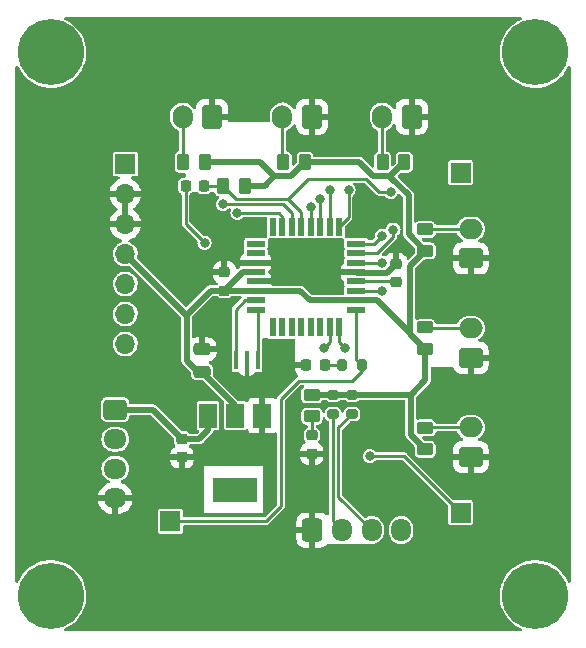
<source format=gtl>
G04 #@! TF.GenerationSoftware,KiCad,Pcbnew,(6.0.9)*
G04 #@! TF.CreationDate,2023-02-23T12:45:50+09:00*
G04 #@! TF.ProjectId,AMS_Temp_SMD,414d535f-5465-46d7-905f-534d442e6b69,rev?*
G04 #@! TF.SameCoordinates,Original*
G04 #@! TF.FileFunction,Copper,L1,Top*
G04 #@! TF.FilePolarity,Positive*
%FSLAX46Y46*%
G04 Gerber Fmt 4.6, Leading zero omitted, Abs format (unit mm)*
G04 Created by KiCad (PCBNEW (6.0.9)) date 2023-02-23 12:45:50*
%MOMM*%
%LPD*%
G01*
G04 APERTURE LIST*
G04 Aperture macros list*
%AMRoundRect*
0 Rectangle with rounded corners*
0 $1 Rounding radius*
0 $2 $3 $4 $5 $6 $7 $8 $9 X,Y pos of 4 corners*
0 Add a 4 corners polygon primitive as box body*
4,1,4,$2,$3,$4,$5,$6,$7,$8,$9,$2,$3,0*
0 Add four circle primitives for the rounded corners*
1,1,$1+$1,$2,$3*
1,1,$1+$1,$4,$5*
1,1,$1+$1,$6,$7*
1,1,$1+$1,$8,$9*
0 Add four rect primitives between the rounded corners*
20,1,$1+$1,$2,$3,$4,$5,0*
20,1,$1+$1,$4,$5,$6,$7,0*
20,1,$1+$1,$6,$7,$8,$9,0*
20,1,$1+$1,$8,$9,$2,$3,0*%
G04 Aperture macros list end*
G04 #@! TA.AperFunction,SMDPad,CuDef*
%ADD10RoundRect,0.250000X0.450000X-0.262500X0.450000X0.262500X-0.450000X0.262500X-0.450000X-0.262500X0*%
G04 #@! TD*
G04 #@! TA.AperFunction,ComponentPad*
%ADD11RoundRect,0.250000X0.600000X0.750000X-0.600000X0.750000X-0.600000X-0.750000X0.600000X-0.750000X0*%
G04 #@! TD*
G04 #@! TA.AperFunction,ComponentPad*
%ADD12O,1.700000X2.000000*%
G04 #@! TD*
G04 #@! TA.AperFunction,SMDPad,CuDef*
%ADD13RoundRect,0.225000X-0.250000X0.225000X-0.250000X-0.225000X0.250000X-0.225000X0.250000X0.225000X0*%
G04 #@! TD*
G04 #@! TA.AperFunction,ComponentPad*
%ADD14RoundRect,0.250000X0.750000X-0.600000X0.750000X0.600000X-0.750000X0.600000X-0.750000X-0.600000X0*%
G04 #@! TD*
G04 #@! TA.AperFunction,ComponentPad*
%ADD15O,2.000000X1.700000*%
G04 #@! TD*
G04 #@! TA.AperFunction,ComponentPad*
%ADD16C,5.600000*%
G04 #@! TD*
G04 #@! TA.AperFunction,SMDPad,CuDef*
%ADD17RoundRect,0.250000X0.262500X0.450000X-0.262500X0.450000X-0.262500X-0.450000X0.262500X-0.450000X0*%
G04 #@! TD*
G04 #@! TA.AperFunction,SMDPad,CuDef*
%ADD18RoundRect,0.225000X0.225000X0.250000X-0.225000X0.250000X-0.225000X-0.250000X0.225000X-0.250000X0*%
G04 #@! TD*
G04 #@! TA.AperFunction,SMDPad,CuDef*
%ADD19RoundRect,0.218750X-0.218750X-0.256250X0.218750X-0.256250X0.218750X0.256250X-0.218750X0.256250X0*%
G04 #@! TD*
G04 #@! TA.AperFunction,ComponentPad*
%ADD20R,1.700000X1.700000*%
G04 #@! TD*
G04 #@! TA.AperFunction,SMDPad,CuDef*
%ADD21R,0.300000X1.600000*%
G04 #@! TD*
G04 #@! TA.AperFunction,SMDPad,CuDef*
%ADD22RoundRect,0.250000X0.475000X-0.250000X0.475000X0.250000X-0.475000X0.250000X-0.475000X-0.250000X0*%
G04 #@! TD*
G04 #@! TA.AperFunction,SMDPad,CuDef*
%ADD23R,1.600000X0.550000*%
G04 #@! TD*
G04 #@! TA.AperFunction,SMDPad,CuDef*
%ADD24R,0.550000X1.600000*%
G04 #@! TD*
G04 #@! TA.AperFunction,ComponentPad*
%ADD25RoundRect,0.250000X-0.600000X-0.725000X0.600000X-0.725000X0.600000X0.725000X-0.600000X0.725000X0*%
G04 #@! TD*
G04 #@! TA.AperFunction,ComponentPad*
%ADD26O,1.700000X1.950000*%
G04 #@! TD*
G04 #@! TA.AperFunction,SMDPad,CuDef*
%ADD27RoundRect,0.250000X-0.450000X0.262500X-0.450000X-0.262500X0.450000X-0.262500X0.450000X0.262500X0*%
G04 #@! TD*
G04 #@! TA.AperFunction,SMDPad,CuDef*
%ADD28RoundRect,0.200000X-0.275000X0.200000X-0.275000X-0.200000X0.275000X-0.200000X0.275000X0.200000X0*%
G04 #@! TD*
G04 #@! TA.AperFunction,ComponentPad*
%ADD29RoundRect,0.250000X-0.725000X0.600000X-0.725000X-0.600000X0.725000X-0.600000X0.725000X0.600000X0*%
G04 #@! TD*
G04 #@! TA.AperFunction,ComponentPad*
%ADD30O,1.950000X1.700000*%
G04 #@! TD*
G04 #@! TA.AperFunction,SMDPad,CuDef*
%ADD31RoundRect,0.200000X0.200000X0.275000X-0.200000X0.275000X-0.200000X-0.275000X0.200000X-0.275000X0*%
G04 #@! TD*
G04 #@! TA.AperFunction,SMDPad,CuDef*
%ADD32R,3.800000X2.000000*%
G04 #@! TD*
G04 #@! TA.AperFunction,SMDPad,CuDef*
%ADD33R,1.500000X2.000000*%
G04 #@! TD*
G04 #@! TA.AperFunction,ComponentPad*
%ADD34O,1.700000X1.700000*%
G04 #@! TD*
G04 #@! TA.AperFunction,SMDPad,CuDef*
%ADD35RoundRect,0.218750X0.256250X-0.218750X0.256250X0.218750X-0.256250X0.218750X-0.256250X-0.218750X0*%
G04 #@! TD*
G04 #@! TA.AperFunction,ViaPad*
%ADD36C,0.800000*%
G04 #@! TD*
G04 #@! TA.AperFunction,Conductor*
%ADD37C,0.500000*%
G04 #@! TD*
G04 #@! TA.AperFunction,Conductor*
%ADD38C,0.250000*%
G04 #@! TD*
G04 APERTURE END LIST*
D10*
G04 #@! TO.P,R8,1*
G04 #@! TO.N,VCC*
X131700000Y-83112500D03*
G04 #@! TO.P,R8,2*
G04 #@! TO.N,/A7*
X131700000Y-81287500D03*
G04 #@! TD*
D11*
G04 #@! TO.P,J5,1,Pin_1*
G04 #@! TO.N,GND2*
X122100000Y-63450000D03*
D12*
G04 #@! TO.P,J5,2,Pin_2*
G04 #@! TO.N,/A2*
X119600000Y-63450000D03*
G04 #@! TD*
D11*
G04 #@! TO.P,J4,1,Pin_1*
G04 #@! TO.N,GND2*
X130550000Y-63450000D03*
D12*
G04 #@! TO.P,J4,2,Pin_2*
G04 #@! TO.N,/A1*
X128050000Y-63450000D03*
G04 #@! TD*
D11*
G04 #@! TO.P,J6,1,Pin_1*
G04 #@! TO.N,GND2*
X113650000Y-63450000D03*
D12*
G04 #@! TO.P,J6,2,Pin_2*
G04 #@! TO.N,/A3*
X111150000Y-63450000D03*
G04 #@! TD*
D13*
G04 #@! TO.P,C4,1*
G04 #@! TO.N,GND2*
X114700000Y-76625000D03*
G04 #@! TO.P,C4,2*
G04 #@! TO.N,VCC*
X114700000Y-78175000D03*
G04 #@! TD*
D14*
G04 #@! TO.P,J7,1,Pin_1*
G04 #@! TO.N,GND2*
X135550000Y-92250000D03*
D15*
G04 #@! TO.P,J7,2,Pin_2*
G04 #@! TO.N,/A6*
X135550000Y-89750000D03*
G04 #@! TD*
D16*
G04 #@! TO.P,REF\u002A\u002A,1*
G04 #@! TO.N,N/C*
X141000000Y-58000000D03*
G04 #@! TD*
D17*
G04 #@! TO.P,R5,1*
G04 #@! TO.N,VCC*
X121512500Y-67300000D03*
G04 #@! TO.P,R5,2*
G04 #@! TO.N,/A2*
X119687500Y-67300000D03*
G04 #@! TD*
D14*
G04 #@! TO.P,J3,1,Pin_1*
G04 #@! TO.N,GND2*
X135550000Y-75450000D03*
D15*
G04 #@! TO.P,J3,2,Pin_2*
G04 #@! TO.N,/A0*
X135550000Y-72950000D03*
G04 #@! TD*
D18*
G04 #@! TO.P,C5,1*
G04 #@! TO.N,/RESET*
X112975000Y-69300000D03*
G04 #@! TO.P,C5,2*
G04 #@! TO.N,/DTR*
X111425000Y-69300000D03*
G04 #@! TD*
D19*
G04 #@! TO.P,D1,1,K*
G04 #@! TO.N,GND2*
X121612500Y-84500000D03*
G04 #@! TO.P,D1,2,A*
G04 #@! TO.N,Net-(D1-Pad2)*
X123187500Y-84500000D03*
G04 #@! TD*
D20*
G04 #@! TO.P,J12,1,Pin_1*
G04 #@! TO.N,/SCK*
X110125000Y-97700000D03*
G04 #@! TD*
D16*
G04 #@! TO.P,REF\u002A\u002A,1*
G04 #@! TO.N,N/C*
X100000000Y-58000000D03*
G04 #@! TD*
D10*
G04 #@! TO.P,R7,1*
G04 #@! TO.N,VCC*
X131700000Y-91612500D03*
G04 #@! TO.P,R7,2*
G04 #@! TO.N,/A6*
X131700000Y-89787500D03*
G04 #@! TD*
D17*
G04 #@! TO.P,R4,1*
G04 #@! TO.N,VCC*
X129912500Y-67300000D03*
G04 #@! TO.P,R4,2*
G04 #@! TO.N,/A1*
X128087500Y-67300000D03*
G04 #@! TD*
D13*
G04 #@! TO.P,C3,1*
G04 #@! TO.N,GND2*
X129200000Y-75925000D03*
G04 #@! TO.P,C3,2*
G04 #@! TO.N,/AREF*
X129200000Y-77475000D03*
G04 #@! TD*
D20*
G04 #@! TO.P,J10,1,Pin_1*
G04 #@! TO.N,/RESET*
X134700000Y-68175000D03*
G04 #@! TD*
D21*
G04 #@! TO.P,Y1,1,1*
G04 #@! TO.N,/PB7*
X117550000Y-84075000D03*
G04 #@! TO.P,Y1,2,2*
G04 #@! TO.N,GND2*
X116600000Y-84075000D03*
G04 #@! TO.P,Y1,3,3*
G04 #@! TO.N,/PB6*
X115650000Y-84075000D03*
G04 #@! TD*
D22*
G04 #@! TO.P,C2,1*
G04 #@! TO.N,VCC*
X112800000Y-85050000D03*
G04 #@! TO.P,C2,2*
G04 #@! TO.N,GND2*
X112800000Y-83150000D03*
G04 #@! TD*
D23*
G04 #@! TO.P,U1,1,PD3*
G04 #@! TO.N,unconnected-(U1-Pad1)*
X117350000Y-74200000D03*
G04 #@! TO.P,U1,2,PD4*
G04 #@! TO.N,unconnected-(U1-Pad2)*
X117350000Y-75000000D03*
G04 #@! TO.P,U1,3,GND*
G04 #@! TO.N,GND2*
X117350000Y-75800000D03*
G04 #@! TO.P,U1,4,VCC*
G04 #@! TO.N,VCC*
X117350000Y-76600000D03*
G04 #@! TO.P,U1,5,GND*
G04 #@! TO.N,GND2*
X117350000Y-77400000D03*
G04 #@! TO.P,U1,6,VCC*
G04 #@! TO.N,VCC*
X117350000Y-78200000D03*
G04 #@! TO.P,U1,7,XTAL1/PB6*
G04 #@! TO.N,/PB6*
X117350000Y-79000000D03*
G04 #@! TO.P,U1,8,XTAL2/PB7*
G04 #@! TO.N,/PB7*
X117350000Y-79800000D03*
D24*
G04 #@! TO.P,U1,9,PD5*
G04 #@! TO.N,unconnected-(U1-Pad9)*
X118800000Y-81250000D03*
G04 #@! TO.P,U1,10,PD6*
G04 #@! TO.N,unconnected-(U1-Pad10)*
X119600000Y-81250000D03*
G04 #@! TO.P,U1,11,PD7*
G04 #@! TO.N,unconnected-(U1-Pad11)*
X120400000Y-81250000D03*
G04 #@! TO.P,U1,12,PB0*
G04 #@! TO.N,unconnected-(U1-Pad12)*
X121200000Y-81250000D03*
G04 #@! TO.P,U1,13,PB1*
G04 #@! TO.N,unconnected-(U1-Pad13)*
X122000000Y-81250000D03*
G04 #@! TO.P,U1,14,PB2*
G04 #@! TO.N,unconnected-(U1-Pad14)*
X122800000Y-81250000D03*
G04 #@! TO.P,U1,15,PB3*
G04 #@! TO.N,/MOSI*
X123600000Y-81250000D03*
G04 #@! TO.P,U1,16,PB4*
G04 #@! TO.N,/MISO*
X124400000Y-81250000D03*
D23*
G04 #@! TO.P,U1,17,PB5*
G04 #@! TO.N,/SCK*
X125850000Y-79800000D03*
G04 #@! TO.P,U1,18,AVCC*
G04 #@! TO.N,VCC*
X125850000Y-79000000D03*
G04 #@! TO.P,U1,19,ADC6*
G04 #@! TO.N,/A6*
X125850000Y-78200000D03*
G04 #@! TO.P,U1,20,AREF*
G04 #@! TO.N,/AREF*
X125850000Y-77400000D03*
G04 #@! TO.P,U1,21,GND*
G04 #@! TO.N,GND2*
X125850000Y-76600000D03*
G04 #@! TO.P,U1,22,ADC7*
G04 #@! TO.N,/A7*
X125850000Y-75800000D03*
G04 #@! TO.P,U1,23,PC0*
G04 #@! TO.N,/A0*
X125850000Y-75000000D03*
G04 #@! TO.P,U1,24,PC1*
G04 #@! TO.N,/A1*
X125850000Y-74200000D03*
D24*
G04 #@! TO.P,U1,25,PC2*
G04 #@! TO.N,/A2*
X124400000Y-72750000D03*
G04 #@! TO.P,U1,26,PC3*
G04 #@! TO.N,/A3*
X123600000Y-72750000D03*
G04 #@! TO.P,U1,27,PC4*
G04 #@! TO.N,SDA*
X122800000Y-72750000D03*
G04 #@! TO.P,U1,28,PC5*
G04 #@! TO.N,SCL*
X122000000Y-72750000D03*
G04 #@! TO.P,U1,29,~{RESET}/PC6*
G04 #@! TO.N,/RESET*
X121200000Y-72750000D03*
G04 #@! TO.P,U1,30,PD0*
G04 #@! TO.N,/RXI*
X120400000Y-72750000D03*
G04 #@! TO.P,U1,31,PD1*
G04 #@! TO.N,/TXO*
X119600000Y-72750000D03*
G04 #@! TO.P,U1,32,PD2*
G04 #@! TO.N,unconnected-(U1-Pad32)*
X118800000Y-72750000D03*
G04 #@! TD*
D25*
G04 #@! TO.P,J2,1,Pin_1*
G04 #@! TO.N,GND2*
X122150000Y-98450000D03*
D26*
G04 #@! TO.P,J2,2,Pin_2*
G04 #@! TO.N,SCL*
X124650000Y-98450000D03*
G04 #@! TO.P,J2,3,Pin_3*
G04 #@! TO.N,SDA*
X127150000Y-98450000D03*
G04 #@! TO.P,J2,4,Pin_4*
G04 #@! TO.N,+12V*
X129650000Y-98450000D03*
G04 #@! TD*
D27*
G04 #@! TO.P,R11,1*
G04 #@! TO.N,VCC*
X122100000Y-86987500D03*
G04 #@! TO.P,R11,2*
G04 #@! TO.N,Net-(D2-Pad2)*
X122100000Y-88812500D03*
G04 #@! TD*
D16*
G04 #@! TO.P,REF\u002A\u002A,1*
G04 #@! TO.N,N/C*
X141000000Y-104000000D03*
G04 #@! TD*
G04 #@! TO.P,REF\u002A\u002A,1*
G04 #@! TO.N,N/C*
X100000000Y-104000000D03*
G04 #@! TD*
D10*
G04 #@! TO.P,R3,1*
G04 #@! TO.N,VCC*
X131700000Y-74812500D03*
G04 #@! TO.P,R3,2*
G04 #@! TO.N,/A0*
X131700000Y-72987500D03*
G04 #@! TD*
D13*
G04 #@! TO.P,C1,1*
G04 #@! TO.N,+12V*
X111100000Y-90725000D03*
G04 #@! TO.P,C1,2*
G04 #@! TO.N,GND2*
X111100000Y-92275000D03*
G04 #@! TD*
D17*
G04 #@! TO.P,R2,1*
G04 #@! TO.N,VCC*
X116412500Y-69300000D03*
G04 #@! TO.P,R2,2*
G04 #@! TO.N,/RESET*
X114587500Y-69300000D03*
G04 #@! TD*
D28*
G04 #@! TO.P,R10,1*
G04 #@! TO.N,VCC*
X123900000Y-86975000D03*
G04 #@! TO.P,R10,2*
G04 #@! TO.N,SCL*
X123900000Y-88625000D03*
G04 #@! TD*
D29*
G04 #@! TO.P,J1,1,Pin_1*
G04 #@! TO.N,+12V*
X105450000Y-88250000D03*
D30*
G04 #@! TO.P,J1,2,Pin_2*
G04 #@! TO.N,SDA*
X105450000Y-90750000D03*
G04 #@! TO.P,J1,3,Pin_3*
G04 #@! TO.N,SCL*
X105450000Y-93250000D03*
G04 #@! TO.P,J1,4,Pin_4*
G04 #@! TO.N,GND2*
X105450000Y-95750000D03*
G04 #@! TD*
D28*
G04 #@! TO.P,R9,1*
G04 #@! TO.N,VCC*
X125500000Y-86975000D03*
G04 #@! TO.P,R9,2*
G04 #@! TO.N,SDA*
X125500000Y-88625000D03*
G04 #@! TD*
D31*
G04 #@! TO.P,R1,1*
G04 #@! TO.N,/SCK*
X126325000Y-84500000D03*
G04 #@! TO.P,R1,2*
G04 #@! TO.N,Net-(D1-Pad2)*
X124675000Y-84500000D03*
G04 #@! TD*
D20*
G04 #@! TO.P,J9,1,Pin_1*
G04 #@! TO.N,/MISO*
X134700000Y-96975000D03*
G04 #@! TD*
D32*
G04 #@! TO.P,U2,*
G04 #@! TO.N,*
X115600000Y-95050000D03*
D33*
G04 #@! TO.P,U2,1,GND*
G04 #@! TO.N,GND2*
X117900000Y-88750000D03*
G04 #@! TO.P,U2,2,VO*
G04 #@! TO.N,VCC*
X115600000Y-88750000D03*
G04 #@! TO.P,U2,3,VI*
G04 #@! TO.N,+12V*
X113300000Y-88750000D03*
G04 #@! TD*
D20*
G04 #@! TO.P,J11,1,Pin_1*
G04 #@! TO.N,/MOSI*
X106300000Y-67450000D03*
D34*
G04 #@! TO.P,J11,2,Pin_2*
G04 #@! TO.N,GND2*
X106300000Y-69990000D03*
G04 #@! TO.P,J11,3,Pin_3*
X106300000Y-72530000D03*
G04 #@! TO.P,J11,4,Pin_4*
G04 #@! TO.N,VCC*
X106300000Y-75070000D03*
G04 #@! TO.P,J11,5,Pin_5*
G04 #@! TO.N,/RXI*
X106300000Y-77610000D03*
G04 #@! TO.P,J11,6,Pin_6*
G04 #@! TO.N,/TXO*
X106300000Y-80150000D03*
G04 #@! TO.P,J11,7,Pin_7*
G04 #@! TO.N,/DTR*
X106300000Y-82690000D03*
G04 #@! TD*
D17*
G04 #@! TO.P,R6,1*
G04 #@! TO.N,VCC*
X113012500Y-67300000D03*
G04 #@! TO.P,R6,2*
G04 #@! TO.N,/A3*
X111187500Y-67300000D03*
G04 #@! TD*
D35*
G04 #@! TO.P,D2,1,K*
G04 #@! TO.N,GND2*
X122100000Y-91987500D03*
G04 #@! TO.P,D2,2,A*
G04 #@! TO.N,Net-(D2-Pad2)*
X122100000Y-90412500D03*
G04 #@! TD*
D14*
G04 #@! TO.P,J8,1,Pin_1*
G04 #@! TO.N,GND2*
X135550000Y-83850000D03*
D15*
G04 #@! TO.P,J8,2,Pin_2*
G04 #@! TO.N,/A7*
X135550000Y-81350000D03*
G04 #@! TD*
D36*
G04 #@! TO.N,GND2*
X109600000Y-94500000D03*
X135200000Y-87800000D03*
X103500000Y-61800000D03*
X102900000Y-75000000D03*
X133800000Y-77300000D03*
X101100000Y-97200000D03*
X135600000Y-64500000D03*
X119200000Y-86100000D03*
X119500000Y-83100000D03*
X107100000Y-97600000D03*
X115600000Y-63400000D03*
X141600000Y-64300000D03*
X133900000Y-94100000D03*
X109100000Y-71200000D03*
X118700000Y-98900000D03*
X129700000Y-74400000D03*
X113500000Y-92000000D03*
X99300000Y-72500000D03*
X133500000Y-73900000D03*
X129900000Y-91300000D03*
X111400000Y-89300000D03*
X138000000Y-61500000D03*
X125500000Y-91900000D03*
X131500000Y-96800000D03*
X99400000Y-64300000D03*
X131000000Y-105400000D03*
X114700000Y-74300000D03*
X134800000Y-105300000D03*
X139300000Y-71300000D03*
X99100000Y-91900000D03*
X125900000Y-72900000D03*
X133500000Y-90800000D03*
X112400000Y-76100000D03*
X99200000Y-77600000D03*
X120600000Y-89800000D03*
X129200000Y-65600000D03*
X119800000Y-76900000D03*
X131700000Y-69300000D03*
X109200000Y-81300000D03*
X114600000Y-82000000D03*
X107300000Y-92000000D03*
X109100000Y-73800000D03*
X114700000Y-79500000D03*
X124100000Y-63500000D03*
X125900000Y-102900000D03*
X129300000Y-88000000D03*
X98700000Y-99900000D03*
X126900000Y-56900000D03*
X132100000Y-59700000D03*
X123600000Y-74700000D03*
X99400000Y-82700000D03*
X120600000Y-65800000D03*
X115300000Y-86100000D03*
X112300000Y-71800000D03*
X134700000Y-100700000D03*
X126200000Y-62100000D03*
X109300000Y-84400000D03*
X119900000Y-74700000D03*
X109600000Y-56600000D03*
X106200000Y-63700000D03*
X113800000Y-105500000D03*
X117300000Y-102800000D03*
X131800000Y-67000000D03*
X123700000Y-77700000D03*
X111400000Y-78000000D03*
X117800000Y-63400000D03*
X141900000Y-85400000D03*
X117300000Y-72700000D03*
X139400000Y-79800000D03*
X131700000Y-88000000D03*
X101100000Y-86800000D03*
X137400000Y-102300000D03*
X126000000Y-95000000D03*
X109300000Y-65200000D03*
X141800000Y-99900000D03*
X120500000Y-93100000D03*
X118600000Y-95600000D03*
X131700000Y-79500000D03*
X123500000Y-59700000D03*
X126500000Y-69900000D03*
X120800000Y-105400000D03*
X129100000Y-71400000D03*
X126200000Y-65100000D03*
X135600000Y-57000000D03*
X112600000Y-80900000D03*
X104300000Y-105500000D03*
X103000000Y-80200000D03*
X103400000Y-100600000D03*
X118200000Y-56600000D03*
X139100000Y-88300000D03*
X114100000Y-99000000D03*
X115000000Y-59900000D03*
X105200000Y-84800000D03*
X107500000Y-89400000D03*
X141900000Y-76900000D03*
X106000000Y-58000000D03*
X141900000Y-93600000D03*
X108000000Y-104200000D03*
X102900000Y-70100000D03*
G04 #@! TO.N,/RESET*
X128774500Y-69800000D03*
G04 #@! TO.N,/DTR*
X113012299Y-74112299D03*
G04 #@! TO.N,/A0*
X129000000Y-73000000D03*
G04 #@! TO.N,/A1*
X128037701Y-73537701D03*
G04 #@! TO.N,/A2*
X125200000Y-69651000D03*
G04 #@! TO.N,/A3*
X123600000Y-69651000D03*
G04 #@! TO.N,/A6*
X128000000Y-78200000D03*
G04 #@! TO.N,/A7*
X128000000Y-75800000D03*
G04 #@! TO.N,SDA*
X122800000Y-70375500D03*
G04 #@! TO.N,SCL*
X122000000Y-71100000D03*
G04 #@! TO.N,/TXO*
X115800000Y-71600000D03*
G04 #@! TO.N,/RXI*
X114550000Y-70850000D03*
G04 #@! TO.N,/MOSI*
X123100000Y-83000000D03*
G04 #@! TO.N,/MISO*
X124900000Y-83000000D03*
X127000000Y-92200000D03*
G04 #@! TD*
D37*
G04 #@! TO.N,+12V*
X113300000Y-90000000D02*
X113300000Y-88750000D01*
X112575000Y-90725000D02*
X113300000Y-90000000D01*
X108625000Y-88250000D02*
X111100000Y-90725000D01*
X111100000Y-90725000D02*
X112575000Y-90725000D01*
X105450000Y-88250000D02*
X108625000Y-88250000D01*
G04 #@! TO.N,VCC*
X130475000Y-90387500D02*
X131700000Y-91612500D01*
X118900000Y-68500000D02*
X118100000Y-69300000D01*
X130400000Y-81812500D02*
X131700000Y-83112500D01*
X128712500Y-68500000D02*
X129912500Y-67300000D01*
X130475000Y-86975000D02*
X130475000Y-90387500D01*
X116275000Y-76600000D02*
X117350000Y-76600000D01*
X131700000Y-85750000D02*
X131700000Y-83112500D01*
X115600000Y-87850000D02*
X112800000Y-85050000D01*
X130300000Y-70100000D02*
X130300000Y-73412500D01*
X130400000Y-81800000D02*
X130400000Y-81812500D01*
X116412500Y-69300000D02*
X118100000Y-69300000D01*
X125850000Y-79000000D02*
X127600000Y-79000000D01*
X114700000Y-78175000D02*
X117325000Y-78175000D01*
X126100000Y-67300000D02*
X127300000Y-68500000D01*
X113525000Y-78175000D02*
X111500000Y-80200000D01*
X127600000Y-79000000D02*
X130400000Y-81800000D01*
X117350000Y-78200000D02*
X121100000Y-78200000D01*
X125500000Y-86975000D02*
X130475000Y-86975000D01*
X127300000Y-68500000D02*
X128712500Y-68500000D01*
X121500000Y-67300000D02*
X121512500Y-67300000D01*
X117700000Y-67300000D02*
X118900000Y-68500000D01*
X122112500Y-86975000D02*
X122100000Y-86987500D01*
X120300000Y-68500000D02*
X121500000Y-67300000D01*
X125500000Y-86975000D02*
X123900000Y-86975000D01*
X128712500Y-68500000D02*
X128712500Y-68512500D01*
X111500000Y-84100000D02*
X112450000Y-85050000D01*
X118900000Y-68500000D02*
X120300000Y-68500000D01*
X131700000Y-74812500D02*
X131687500Y-74812500D01*
X113012500Y-67300000D02*
X117700000Y-67300000D01*
X114700000Y-78175000D02*
X113525000Y-78175000D01*
X131687500Y-74812500D02*
X130400000Y-76100000D01*
X130475000Y-86975000D02*
X131700000Y-85750000D01*
X121900000Y-79000000D02*
X125850000Y-79000000D01*
X111445000Y-80200000D02*
X111500000Y-80200000D01*
X117325000Y-78175000D02*
X117350000Y-78200000D01*
X111500000Y-80200000D02*
X111500000Y-84100000D01*
X130400000Y-76100000D02*
X130400000Y-81812500D01*
X112450000Y-85050000D02*
X112800000Y-85050000D01*
X123900000Y-86975000D02*
X122112500Y-86975000D01*
X121100000Y-78200000D02*
X121900000Y-79000000D01*
X115600000Y-88750000D02*
X115600000Y-87850000D01*
X114700000Y-78175000D02*
X116275000Y-76600000D01*
X130300000Y-73412500D02*
X131700000Y-74812500D01*
X128712500Y-68512500D02*
X130300000Y-70100000D01*
X121512500Y-67300000D02*
X126100000Y-67300000D01*
X106300000Y-75055000D02*
X111445000Y-80200000D01*
G04 #@! TO.N,GND2*
X125900000Y-76650000D02*
X128475000Y-76650000D01*
X128475000Y-76650000D02*
X129200000Y-75925000D01*
X125850000Y-76600000D02*
X125900000Y-76650000D01*
D38*
G04 #@! TO.N,/RESET*
X112975000Y-69300000D02*
X114587500Y-69300000D01*
X121800000Y-68700000D02*
X120100000Y-70400000D01*
X115687500Y-70400000D02*
X114587500Y-69300000D01*
X120100000Y-70400000D02*
X115687500Y-70400000D01*
X121200000Y-72750000D02*
X121200000Y-71500000D01*
X121200000Y-71500000D02*
X120100000Y-70400000D01*
X127786828Y-69800000D02*
X126686828Y-68700000D01*
X128774500Y-69800000D02*
X127786828Y-69800000D01*
X126686828Y-68700000D02*
X121800000Y-68700000D01*
G04 #@! TO.N,/DTR*
X111400000Y-72500000D02*
X113012299Y-74112299D01*
X111400000Y-69325000D02*
X111400000Y-72500000D01*
X111425000Y-69300000D02*
X111400000Y-69325000D01*
G04 #@! TO.N,Net-(D1-Pad2)*
X123187500Y-84500000D02*
X124675000Y-84500000D01*
G04 #@! TO.N,/A0*
X129000000Y-73600707D02*
X127600707Y-75000000D01*
X131737500Y-72950000D02*
X135550000Y-72950000D01*
X131700000Y-72987500D02*
X131737500Y-72950000D01*
X129000000Y-73000000D02*
X129000000Y-73600707D01*
X127600707Y-75000000D02*
X125850000Y-75000000D01*
G04 #@! TO.N,/A1*
X128037701Y-73562299D02*
X127400000Y-74200000D01*
X127400000Y-74200000D02*
X125850000Y-74200000D01*
X128050000Y-63450000D02*
X128050000Y-67262500D01*
X128037701Y-73537701D02*
X128037701Y-73562299D01*
X128050000Y-67262500D02*
X128087500Y-67300000D01*
G04 #@! TO.N,/A2*
X119687500Y-67300000D02*
X119600000Y-67212500D01*
X119600000Y-67212500D02*
X119600000Y-63450000D01*
X125200000Y-69651000D02*
X125200000Y-71950000D01*
X125200000Y-71950000D02*
X124400000Y-72750000D01*
G04 #@! TO.N,/A3*
X111150000Y-67262500D02*
X111150000Y-63450000D01*
X111187500Y-67300000D02*
X111150000Y-67262500D01*
X123600000Y-72750000D02*
X123600000Y-69651000D01*
G04 #@! TO.N,/A6*
X131700000Y-89787500D02*
X131737500Y-89750000D01*
X131737500Y-89750000D02*
X135550000Y-89750000D01*
X128000000Y-78200000D02*
X125850000Y-78200000D01*
G04 #@! TO.N,/A7*
X131700000Y-81287500D02*
X131762500Y-81350000D01*
X125850000Y-75800000D02*
X128000000Y-75800000D01*
X131762500Y-81350000D02*
X135550000Y-81350000D01*
G04 #@! TO.N,SDA*
X122800000Y-70375500D02*
X122800000Y-72750000D01*
X125500000Y-88625000D02*
X125475000Y-88625000D01*
X124350000Y-95650000D02*
X127150000Y-98450000D01*
X125475000Y-88625000D02*
X124350000Y-89750000D01*
X124350000Y-89750000D02*
X124350000Y-95650000D01*
G04 #@! TO.N,SCL*
X122000000Y-72750000D02*
X122000000Y-71100000D01*
X123900000Y-88625000D02*
X123900000Y-97700000D01*
X123900000Y-97700000D02*
X124650000Y-98450000D01*
G04 #@! TO.N,/TXO*
X115800000Y-71600000D02*
X119300000Y-71600000D01*
X119600000Y-71900000D02*
X119600000Y-72750000D01*
X119300000Y-71600000D02*
X119600000Y-71900000D01*
G04 #@! TO.N,/RXI*
X119650000Y-70850000D02*
X120400000Y-71600000D01*
X114550000Y-70850000D02*
X119650000Y-70850000D01*
X120400000Y-71600000D02*
X120400000Y-72750000D01*
G04 #@! TO.N,/MOSI*
X123600000Y-82500000D02*
X123600000Y-81250000D01*
X123100000Y-83000000D02*
X123600000Y-82500000D01*
G04 #@! TO.N,/MISO*
X127000000Y-92200000D02*
X129925000Y-92200000D01*
X124400000Y-82500000D02*
X124900000Y-83000000D01*
X129925000Y-92200000D02*
X134700000Y-96975000D01*
X124400000Y-81250000D02*
X124400000Y-82500000D01*
G04 #@! TO.N,Net-(D2-Pad2)*
X122100000Y-88812500D02*
X122100000Y-90412500D01*
G04 #@! TO.N,/PB6*
X115650000Y-79775000D02*
X116425000Y-79000000D01*
X115650000Y-84075000D02*
X115650000Y-79775000D01*
X116425000Y-79000000D02*
X117350000Y-79000000D01*
G04 #@! TO.N,/PB7*
X117550000Y-84075000D02*
X117550000Y-80000000D01*
X117550000Y-80000000D02*
X117350000Y-79800000D01*
G04 #@! TO.N,/AREF*
X125850000Y-77400000D02*
X129125000Y-77400000D01*
X129125000Y-77400000D02*
X129200000Y-77475000D01*
G04 #@! TO.N,/SCK*
X126325000Y-84975000D02*
X125500000Y-85800000D01*
X125500000Y-85800000D02*
X121000000Y-85800000D01*
X119475000Y-96425000D02*
X118200000Y-97700000D01*
X118200000Y-97700000D02*
X110125000Y-97700000D01*
X121000000Y-85800000D02*
X119475000Y-87325000D01*
X125850000Y-84025000D02*
X126325000Y-84500000D01*
X119475000Y-87325000D02*
X119475000Y-96425000D01*
X125850000Y-79800000D02*
X125850000Y-84025000D01*
X126325000Y-84500000D02*
X126325000Y-84975000D01*
G04 #@! TD*
G04 #@! TA.AperFunction,Conductor*
G04 #@! TO.N,GND2*
G36*
X139831052Y-55020002D02*
G01*
X139877545Y-55073658D01*
X139887649Y-55143932D01*
X139858155Y-55208512D01*
X139817176Y-55239726D01*
X139552048Y-55366186D01*
X139258921Y-55550064D01*
X139256087Y-55552334D01*
X139256082Y-55552338D01*
X139087066Y-55687746D01*
X138988871Y-55766415D01*
X138745477Y-56012371D01*
X138531966Y-56284672D01*
X138351168Y-56579709D01*
X138349641Y-56582999D01*
X138349636Y-56583008D01*
X138240435Y-56818262D01*
X138205478Y-56893570D01*
X138096828Y-57222097D01*
X138026658Y-57560935D01*
X137995898Y-57905592D01*
X138004956Y-58251501D01*
X138053712Y-58594076D01*
X138141519Y-58928777D01*
X138267214Y-59251167D01*
X138429130Y-59556974D01*
X138431180Y-59559957D01*
X138431182Y-59559960D01*
X138623065Y-59839152D01*
X138623071Y-59839159D01*
X138625122Y-59842144D01*
X138852592Y-60102898D01*
X139108524Y-60335778D01*
X139389527Y-60537699D01*
X139691876Y-60705985D01*
X140011563Y-60838403D01*
X140015057Y-60839398D01*
X140015059Y-60839399D01*
X140340851Y-60932204D01*
X140340856Y-60932205D01*
X140344352Y-60933201D01*
X140580034Y-60971795D01*
X140682251Y-60988534D01*
X140682255Y-60988534D01*
X140685831Y-60989120D01*
X140689457Y-60989291D01*
X141027847Y-61005249D01*
X141027848Y-61005249D01*
X141031474Y-61005420D01*
X141042346Y-61004679D01*
X141373069Y-60982133D01*
X141373077Y-60982132D01*
X141376700Y-60981885D01*
X141380276Y-60981222D01*
X141380278Y-60981222D01*
X141713368Y-60919488D01*
X141713372Y-60919487D01*
X141716933Y-60918827D01*
X142047663Y-60817081D01*
X142364507Y-60677996D01*
X142663265Y-60503416D01*
X142666174Y-60501232D01*
X142937071Y-60297837D01*
X142937075Y-60297834D01*
X142939978Y-60295654D01*
X143190977Y-60057465D01*
X143412936Y-59792005D01*
X143565361Y-59559960D01*
X143600926Y-59505818D01*
X143600931Y-59505809D01*
X143602913Y-59502792D01*
X143758390Y-59193662D01*
X143758713Y-59192779D01*
X143803772Y-59138626D01*
X143871478Y-59117264D01*
X143939986Y-59135899D01*
X143987543Y-59188613D01*
X144000000Y-59243239D01*
X144000000Y-102768828D01*
X143979998Y-102836949D01*
X143926342Y-102883442D01*
X143856068Y-102893546D01*
X143791488Y-102864052D01*
X143758102Y-102818262D01*
X143693562Y-102666949D01*
X143693560Y-102666946D01*
X143692138Y-102663611D01*
X143520696Y-102363041D01*
X143461030Y-102281815D01*
X143317986Y-102087086D01*
X143315843Y-102084168D01*
X143080295Y-101830688D01*
X142817174Y-101605962D01*
X142529967Y-101412967D01*
X142222482Y-101254261D01*
X141898793Y-101131950D01*
X141563190Y-101047652D01*
X141418981Y-101028667D01*
X141223728Y-101002961D01*
X141223720Y-101002960D01*
X141220124Y-101002487D01*
X141068991Y-101000112D01*
X140877780Y-100997108D01*
X140877776Y-100997108D01*
X140874139Y-100997051D01*
X140870524Y-100997412D01*
X140870520Y-100997412D01*
X140702646Y-101014169D01*
X140529823Y-101031419D01*
X140526286Y-101032190D01*
X140526281Y-101032191D01*
X140195283Y-101104360D01*
X140195278Y-101104361D01*
X140191739Y-101105133D01*
X139864367Y-101217217D01*
X139552048Y-101366186D01*
X139258921Y-101550064D01*
X139256087Y-101552334D01*
X139256082Y-101552338D01*
X139087066Y-101687746D01*
X138988871Y-101766415D01*
X138745477Y-102012371D01*
X138531966Y-102284672D01*
X138351168Y-102579709D01*
X138349641Y-102582999D01*
X138349636Y-102583008D01*
X138240435Y-102818262D01*
X138205478Y-102893570D01*
X138096828Y-103222097D01*
X138026658Y-103560935D01*
X137995898Y-103905592D01*
X138004956Y-104251501D01*
X138053712Y-104594076D01*
X138141519Y-104928777D01*
X138267214Y-105251167D01*
X138429130Y-105556974D01*
X138431180Y-105559957D01*
X138431182Y-105559960D01*
X138623065Y-105839152D01*
X138623071Y-105839159D01*
X138625122Y-105842144D01*
X138852592Y-106102898D01*
X139108524Y-106335778D01*
X139389527Y-106537699D01*
X139691876Y-106705985D01*
X139695225Y-106707372D01*
X139816465Y-106757591D01*
X139871746Y-106802139D01*
X139894167Y-106869502D01*
X139876609Y-106938294D01*
X139824647Y-106986672D01*
X139768247Y-107000000D01*
X101231470Y-107000000D01*
X101163349Y-106979998D01*
X101116856Y-106926342D01*
X101106752Y-106856068D01*
X101136246Y-106791488D01*
X101180823Y-106758628D01*
X101364507Y-106677996D01*
X101663265Y-106503416D01*
X101666174Y-106501232D01*
X101937071Y-106297837D01*
X101937075Y-106297834D01*
X101939978Y-106295654D01*
X102190977Y-106057465D01*
X102412936Y-105792005D01*
X102565361Y-105559960D01*
X102600926Y-105505818D01*
X102600931Y-105505809D01*
X102602913Y-105502792D01*
X102731169Y-105247785D01*
X102756763Y-105196898D01*
X102756766Y-105196890D01*
X102758390Y-105193662D01*
X102759635Y-105190260D01*
X102876057Y-104872122D01*
X102876060Y-104872112D01*
X102877305Y-104868710D01*
X102878150Y-104865188D01*
X102878153Y-104865180D01*
X102957237Y-104535772D01*
X102957238Y-104535768D01*
X102958084Y-104532243D01*
X102958521Y-104528633D01*
X102999318Y-104191501D01*
X102999318Y-104191495D01*
X102999654Y-104188722D01*
X103005585Y-104000000D01*
X103000351Y-103909223D01*
X102985875Y-103658167D01*
X102985874Y-103658162D01*
X102985666Y-103654547D01*
X102985043Y-103650977D01*
X102926798Y-103317245D01*
X102926796Y-103317238D01*
X102926174Y-103313672D01*
X102827897Y-102981894D01*
X102790224Y-102893570D01*
X102693562Y-102666949D01*
X102693560Y-102666946D01*
X102692138Y-102663611D01*
X102520696Y-102363041D01*
X102461030Y-102281815D01*
X102317986Y-102087086D01*
X102315843Y-102084168D01*
X102080295Y-101830688D01*
X101817174Y-101605962D01*
X101529967Y-101412967D01*
X101222482Y-101254261D01*
X100898793Y-101131950D01*
X100563190Y-101047652D01*
X100418981Y-101028667D01*
X100223728Y-101002961D01*
X100223720Y-101002960D01*
X100220124Y-101002487D01*
X100068991Y-101000112D01*
X99877780Y-100997108D01*
X99877776Y-100997108D01*
X99874139Y-100997051D01*
X99870524Y-100997412D01*
X99870520Y-100997412D01*
X99702646Y-101014169D01*
X99529823Y-101031419D01*
X99526286Y-101032190D01*
X99526281Y-101032191D01*
X99195283Y-101104360D01*
X99195278Y-101104361D01*
X99191739Y-101105133D01*
X98864367Y-101217217D01*
X98552048Y-101366186D01*
X98258921Y-101550064D01*
X98256087Y-101552334D01*
X98256082Y-101552338D01*
X98087066Y-101687746D01*
X97988871Y-101766415D01*
X97745477Y-102012371D01*
X97531966Y-102284672D01*
X97351168Y-102579709D01*
X97349641Y-102582999D01*
X97349636Y-102583008D01*
X97240287Y-102818581D01*
X97193463Y-102871948D01*
X97125220Y-102891528D01*
X97057225Y-102871104D01*
X97011065Y-102817162D01*
X97000000Y-102765530D01*
X97000000Y-99222095D01*
X120792001Y-99222095D01*
X120792338Y-99228614D01*
X120802257Y-99324206D01*
X120805149Y-99337600D01*
X120856588Y-99491784D01*
X120862761Y-99504962D01*
X120948063Y-99642807D01*
X120957099Y-99654208D01*
X121071829Y-99768739D01*
X121083240Y-99777751D01*
X121221243Y-99862816D01*
X121234424Y-99868963D01*
X121388710Y-99920138D01*
X121402086Y-99923005D01*
X121496438Y-99932672D01*
X121502854Y-99933000D01*
X121877885Y-99933000D01*
X121893124Y-99928525D01*
X121894329Y-99927135D01*
X121896000Y-99919452D01*
X121896000Y-98722115D01*
X121891525Y-98706876D01*
X121890135Y-98705671D01*
X121882452Y-98704000D01*
X120810116Y-98704000D01*
X120794877Y-98708475D01*
X120793672Y-98709865D01*
X120792001Y-98717548D01*
X120792001Y-99222095D01*
X97000000Y-99222095D01*
X97000000Y-96018580D01*
X103993752Y-96018580D01*
X104018477Y-96136421D01*
X104021537Y-96146617D01*
X104102263Y-96351029D01*
X104106994Y-96360561D01*
X104221016Y-96548462D01*
X104227280Y-96557052D01*
X104371327Y-96723052D01*
X104378958Y-96730472D01*
X104548911Y-96869826D01*
X104557678Y-96875850D01*
X104748682Y-96984576D01*
X104758346Y-96989041D01*
X104964941Y-97064031D01*
X104975208Y-97066802D01*
X105178174Y-97103504D01*
X105191414Y-97102085D01*
X105196000Y-97087450D01*
X105196000Y-97083849D01*
X105704000Y-97083849D01*
X105708310Y-97098527D01*
X105720193Y-97100590D01*
X105799325Y-97093876D01*
X105809797Y-97092086D01*
X106022535Y-97036870D01*
X106032575Y-97033335D01*
X106232970Y-96943063D01*
X106242256Y-96937894D01*
X106424575Y-96815150D01*
X106432870Y-96808481D01*
X106591900Y-96656772D01*
X106598941Y-96648814D01*
X106730141Y-96472475D01*
X106735745Y-96463438D01*
X106835357Y-96267516D01*
X106839357Y-96257665D01*
X106904534Y-96047760D01*
X106906817Y-96037376D01*
X106908861Y-96021957D01*
X106906665Y-96007793D01*
X106893478Y-96004000D01*
X105722115Y-96004000D01*
X105706876Y-96008475D01*
X105705671Y-96009865D01*
X105704000Y-96017548D01*
X105704000Y-97083849D01*
X105196000Y-97083849D01*
X105196000Y-96022115D01*
X105191525Y-96006876D01*
X105190135Y-96005671D01*
X105182452Y-96004000D01*
X104008808Y-96004000D01*
X103995277Y-96007973D01*
X103993752Y-96018580D01*
X97000000Y-96018580D01*
X97000000Y-95478043D01*
X103991139Y-95478043D01*
X103993335Y-95492207D01*
X104006522Y-95496000D01*
X106891192Y-95496000D01*
X106904723Y-95492027D01*
X106906248Y-95481420D01*
X106881523Y-95363579D01*
X106878463Y-95353383D01*
X106797737Y-95148971D01*
X106793006Y-95139439D01*
X106678984Y-94951538D01*
X106672720Y-94942948D01*
X106528673Y-94776948D01*
X106521042Y-94769528D01*
X106351089Y-94630174D01*
X106342322Y-94624150D01*
X106151318Y-94515424D01*
X106141654Y-94510959D01*
X105991447Y-94456436D01*
X105934239Y-94414391D01*
X105908843Y-94348092D01*
X105923323Y-94278588D01*
X105973081Y-94227945D01*
X105977235Y-94225940D01*
X105977251Y-94225935D01*
X106159151Y-94129218D01*
X106249098Y-94055859D01*
X106314025Y-94002906D01*
X106314028Y-94002903D01*
X106318800Y-93999011D01*
X106327452Y-93988553D01*
X106446189Y-93845025D01*
X106446191Y-93845021D01*
X106450118Y-93840275D01*
X106548103Y-93659055D01*
X106609023Y-93462254D01*
X106610107Y-93451937D01*
X106629913Y-93263498D01*
X106629913Y-93263496D01*
X106630557Y-93257369D01*
X106622101Y-93164445D01*
X106612445Y-93058342D01*
X106612444Y-93058339D01*
X106611886Y-93052203D01*
X106553720Y-92854572D01*
X106458274Y-92672002D01*
X106448404Y-92659725D01*
X106356515Y-92545438D01*
X110117000Y-92545438D01*
X110117337Y-92551953D01*
X110126894Y-92644057D01*
X110129788Y-92657456D01*
X110179381Y-92806107D01*
X110185555Y-92819286D01*
X110267788Y-92952173D01*
X110276824Y-92963574D01*
X110387429Y-93073986D01*
X110398840Y-93082998D01*
X110531880Y-93165004D01*
X110545061Y-93171151D01*
X110693814Y-93220491D01*
X110707190Y-93223358D01*
X110798097Y-93232672D01*
X110804513Y-93233000D01*
X110827885Y-93233000D01*
X110843124Y-93228525D01*
X110844329Y-93227135D01*
X110846000Y-93219452D01*
X110846000Y-93214885D01*
X111354000Y-93214885D01*
X111358475Y-93230124D01*
X111359865Y-93231329D01*
X111367548Y-93233000D01*
X111395438Y-93233000D01*
X111401953Y-93232663D01*
X111494057Y-93223106D01*
X111507456Y-93220212D01*
X111656107Y-93170619D01*
X111669286Y-93164445D01*
X111802173Y-93082212D01*
X111813574Y-93073176D01*
X111923986Y-92962571D01*
X111932998Y-92951160D01*
X112015004Y-92818120D01*
X112021151Y-92804939D01*
X112070491Y-92656186D01*
X112073358Y-92642810D01*
X112082672Y-92551903D01*
X112082929Y-92546874D01*
X112078525Y-92531876D01*
X112077135Y-92530671D01*
X112069452Y-92529000D01*
X111372115Y-92529000D01*
X111356876Y-92533475D01*
X111355671Y-92534865D01*
X111354000Y-92542548D01*
X111354000Y-93214885D01*
X110846000Y-93214885D01*
X110846000Y-92547115D01*
X110841525Y-92531876D01*
X110840135Y-92530671D01*
X110832452Y-92529000D01*
X110135115Y-92529000D01*
X110119876Y-92533475D01*
X110118671Y-92534865D01*
X110117000Y-92542548D01*
X110117000Y-92545438D01*
X106356515Y-92545438D01*
X106333050Y-92516254D01*
X106333050Y-92516253D01*
X106329185Y-92511447D01*
X106171370Y-92379024D01*
X106165972Y-92376056D01*
X106165967Y-92376053D01*
X105996235Y-92282743D01*
X105990838Y-92279776D01*
X105794468Y-92217484D01*
X105788351Y-92216798D01*
X105788347Y-92216797D01*
X105711592Y-92208188D01*
X105634136Y-92199500D01*
X105273159Y-92199500D01*
X105119970Y-92214520D01*
X104922749Y-92274065D01*
X104740849Y-92370782D01*
X104650902Y-92444141D01*
X104585975Y-92497094D01*
X104585972Y-92497097D01*
X104581200Y-92500989D01*
X104577273Y-92505736D01*
X104577271Y-92505738D01*
X104453811Y-92654975D01*
X104453809Y-92654979D01*
X104449882Y-92659725D01*
X104351897Y-92840945D01*
X104290977Y-93037746D01*
X104290333Y-93043871D01*
X104290333Y-93043872D01*
X104270491Y-93232663D01*
X104269443Y-93242631D01*
X104288114Y-93447797D01*
X104346280Y-93645428D01*
X104441726Y-93827998D01*
X104445586Y-93832799D01*
X104445588Y-93832802D01*
X104455416Y-93845025D01*
X104570815Y-93988553D01*
X104728630Y-94120976D01*
X104734028Y-94123944D01*
X104734033Y-94123947D01*
X104860458Y-94193449D01*
X104909162Y-94220224D01*
X104912978Y-94221434D01*
X104967134Y-94266176D01*
X104988732Y-94333807D01*
X104970337Y-94402380D01*
X104917790Y-94450121D01*
X104894421Y-94458729D01*
X104877465Y-94463130D01*
X104867425Y-94466665D01*
X104667030Y-94556937D01*
X104657744Y-94562106D01*
X104475425Y-94684850D01*
X104467130Y-94691519D01*
X104308100Y-94843228D01*
X104301059Y-94851186D01*
X104169859Y-95027525D01*
X104164255Y-95036562D01*
X104064643Y-95232484D01*
X104060643Y-95242335D01*
X103995466Y-95452240D01*
X103993183Y-95462624D01*
X103991139Y-95478043D01*
X97000000Y-95478043D01*
X97000000Y-90742631D01*
X104269443Y-90742631D01*
X104274709Y-90800500D01*
X104285601Y-90920180D01*
X104288114Y-90947797D01*
X104346280Y-91145428D01*
X104349137Y-91150893D01*
X104364544Y-91180364D01*
X104441726Y-91327998D01*
X104445586Y-91332799D01*
X104445588Y-91332802D01*
X104560733Y-91476014D01*
X104570815Y-91488553D01*
X104728630Y-91620976D01*
X104734028Y-91623944D01*
X104734033Y-91623947D01*
X104902752Y-91716700D01*
X104909162Y-91720224D01*
X105105532Y-91782516D01*
X105111649Y-91783202D01*
X105111653Y-91783203D01*
X105187874Y-91791752D01*
X105265864Y-91800500D01*
X105626841Y-91800500D01*
X105780030Y-91785480D01*
X105977251Y-91725935D01*
X106159151Y-91629218D01*
X106249098Y-91555859D01*
X106314025Y-91502906D01*
X106314028Y-91502903D01*
X106318800Y-91499011D01*
X106327452Y-91488553D01*
X106446189Y-91345025D01*
X106446191Y-91345021D01*
X106450118Y-91340275D01*
X106548103Y-91159055D01*
X106609023Y-90962254D01*
X106609667Y-90956128D01*
X106629913Y-90763498D01*
X106629913Y-90763496D01*
X106630557Y-90757369D01*
X106621085Y-90653283D01*
X106612445Y-90558342D01*
X106612444Y-90558339D01*
X106611886Y-90552203D01*
X106553720Y-90354572D01*
X106458274Y-90172002D01*
X106452222Y-90164474D01*
X106333050Y-90016254D01*
X106333050Y-90016253D01*
X106329185Y-90011447D01*
X106171370Y-89879024D01*
X106165972Y-89876056D01*
X106165967Y-89876053D01*
X105996235Y-89782743D01*
X105990838Y-89779776D01*
X105794468Y-89717484D01*
X105788351Y-89716798D01*
X105788347Y-89716797D01*
X105712126Y-89708248D01*
X105634136Y-89699500D01*
X105273159Y-89699500D01*
X105119970Y-89714520D01*
X104922749Y-89774065D01*
X104740849Y-89870782D01*
X104659637Y-89937017D01*
X104585975Y-89997094D01*
X104585972Y-89997097D01*
X104581200Y-90000989D01*
X104577273Y-90005736D01*
X104577271Y-90005738D01*
X104453811Y-90154975D01*
X104453809Y-90154979D01*
X104449882Y-90159725D01*
X104351897Y-90340945D01*
X104290977Y-90537746D01*
X104290333Y-90543871D01*
X104290333Y-90543872D01*
X104272285Y-90715595D01*
X104269443Y-90742631D01*
X97000000Y-90742631D01*
X97000000Y-88903834D01*
X104274500Y-88903834D01*
X104277481Y-88935369D01*
X104322366Y-89063184D01*
X104327958Y-89070754D01*
X104327959Y-89070757D01*
X104383564Y-89146039D01*
X104402850Y-89172150D01*
X104410421Y-89177742D01*
X104504243Y-89247041D01*
X104504246Y-89247042D01*
X104511816Y-89252634D01*
X104639631Y-89297519D01*
X104647277Y-89298242D01*
X104647278Y-89298242D01*
X104653248Y-89298806D01*
X104671166Y-89300500D01*
X106228834Y-89300500D01*
X106246752Y-89298806D01*
X106252722Y-89298242D01*
X106252723Y-89298242D01*
X106260369Y-89297519D01*
X106388184Y-89252634D01*
X106395754Y-89247042D01*
X106395757Y-89247041D01*
X106489579Y-89177742D01*
X106497150Y-89172150D01*
X106516436Y-89146039D01*
X106572041Y-89070757D01*
X106572042Y-89070754D01*
X106577634Y-89063184D01*
X106622519Y-88935369D01*
X106625500Y-88903834D01*
X106625500Y-88826500D01*
X106645502Y-88758379D01*
X106699158Y-88711886D01*
X106751500Y-88700500D01*
X108386207Y-88700500D01*
X108454328Y-88720502D01*
X108475302Y-88737405D01*
X110387595Y-90649698D01*
X110421621Y-90712010D01*
X110424500Y-90738793D01*
X110424500Y-90983488D01*
X110430641Y-91022258D01*
X110434816Y-91048618D01*
X110440281Y-91083126D01*
X110501472Y-91203220D01*
X110512774Y-91214522D01*
X110546800Y-91276834D01*
X110541735Y-91347649D01*
X110499188Y-91404485D01*
X110489982Y-91410762D01*
X110397821Y-91467793D01*
X110386426Y-91476824D01*
X110276014Y-91587429D01*
X110267002Y-91598840D01*
X110184996Y-91731880D01*
X110178849Y-91745061D01*
X110129509Y-91893814D01*
X110126642Y-91907190D01*
X110117328Y-91998097D01*
X110117071Y-92003126D01*
X110121475Y-92018124D01*
X110122865Y-92019329D01*
X110130548Y-92021000D01*
X112064885Y-92021000D01*
X112080124Y-92016525D01*
X112081329Y-92015135D01*
X112083000Y-92007452D01*
X112083000Y-92004562D01*
X112082663Y-91998047D01*
X112073106Y-91905943D01*
X112070212Y-91892544D01*
X112020619Y-91743893D01*
X112014445Y-91730714D01*
X111932212Y-91597827D01*
X111923176Y-91586426D01*
X111812571Y-91476014D01*
X111801160Y-91467002D01*
X111710168Y-91410914D01*
X111662675Y-91358142D01*
X111651251Y-91288070D01*
X111679525Y-91222946D01*
X111687189Y-91214559D01*
X111689343Y-91212405D01*
X111751655Y-91178379D01*
X111778438Y-91175500D01*
X112540780Y-91175500D01*
X112555589Y-91176373D01*
X112589310Y-91180364D01*
X112598574Y-91178672D01*
X112598575Y-91178672D01*
X112647001Y-91169828D01*
X112650904Y-91169178D01*
X112699645Y-91161850D01*
X112699646Y-91161850D01*
X112708962Y-91160449D01*
X112715475Y-91157321D01*
X112722573Y-91156025D01*
X112774647Y-91128975D01*
X112778137Y-91127232D01*
X112831079Y-91101809D01*
X112836365Y-91096923D01*
X112836413Y-91096890D01*
X112842788Y-91093579D01*
X112847828Y-91089275D01*
X112885055Y-91052048D01*
X112888621Y-91048618D01*
X112923641Y-91016246D01*
X112930556Y-91009854D01*
X112934249Y-91003495D01*
X112939766Y-90997337D01*
X113594350Y-90342753D01*
X113605439Y-90332899D01*
X113624710Y-90317706D01*
X113624711Y-90317705D01*
X113632110Y-90311872D01*
X113637465Y-90304124D01*
X113637467Y-90304122D01*
X113665474Y-90263600D01*
X113667774Y-90260381D01*
X113697038Y-90220760D01*
X113697039Y-90220759D01*
X113702634Y-90213183D01*
X113705027Y-90206369D01*
X113709131Y-90200431D01*
X113726817Y-90144509D01*
X113728070Y-90140753D01*
X113735960Y-90118285D01*
X113747520Y-90085369D01*
X113747803Y-90078182D01*
X113747816Y-90078113D01*
X113749980Y-90071270D01*
X113750500Y-90064663D01*
X113750500Y-90064338D01*
X113751917Y-90057064D01*
X113753845Y-90057440D01*
X113775624Y-90000282D01*
X113832759Y-89958137D01*
X113875958Y-89950500D01*
X114069748Y-89950500D01*
X114075816Y-89949293D01*
X114116061Y-89941288D01*
X114116062Y-89941288D01*
X114128231Y-89938867D01*
X114194552Y-89894552D01*
X114238867Y-89828231D01*
X114250500Y-89769748D01*
X114250500Y-87730252D01*
X114244582Y-87700500D01*
X114241288Y-87683939D01*
X114241288Y-87683938D01*
X114238867Y-87671769D01*
X114194552Y-87605448D01*
X114128231Y-87561133D01*
X114116062Y-87558712D01*
X114116061Y-87558712D01*
X114075816Y-87550707D01*
X114069748Y-87549500D01*
X112530252Y-87549500D01*
X112524184Y-87550707D01*
X112483939Y-87558712D01*
X112483938Y-87558712D01*
X112471769Y-87561133D01*
X112405448Y-87605448D01*
X112361133Y-87671769D01*
X112358712Y-87683938D01*
X112358712Y-87683939D01*
X112355418Y-87700500D01*
X112349500Y-87730252D01*
X112349500Y-89769748D01*
X112361133Y-89828231D01*
X112405448Y-89894552D01*
X112471769Y-89938867D01*
X112479965Y-89940497D01*
X112533060Y-89983283D01*
X112555482Y-90050646D01*
X112537925Y-90119437D01*
X112518657Y-90144240D01*
X112425302Y-90237595D01*
X112362990Y-90271621D01*
X112336207Y-90274500D01*
X111778438Y-90274500D01*
X111710317Y-90254498D01*
X111689343Y-90237595D01*
X111603220Y-90151472D01*
X111483126Y-90090281D01*
X111473337Y-90088731D01*
X111473335Y-90088730D01*
X111443851Y-90084060D01*
X111383488Y-90074500D01*
X111138794Y-90074500D01*
X111070673Y-90054498D01*
X111049699Y-90037595D01*
X108967750Y-87955646D01*
X108957897Y-87944559D01*
X108942704Y-87925287D01*
X108942702Y-87925285D01*
X108936872Y-87917890D01*
X108929125Y-87912535D01*
X108929123Y-87912534D01*
X108888625Y-87884545D01*
X108885403Y-87882243D01*
X108845758Y-87852960D01*
X108845757Y-87852959D01*
X108838184Y-87847366D01*
X108831368Y-87844973D01*
X108825431Y-87840869D01*
X108816451Y-87838029D01*
X108816449Y-87838028D01*
X108796283Y-87831650D01*
X108769481Y-87823174D01*
X108765750Y-87821929D01*
X108719263Y-87805604D01*
X108719261Y-87805604D01*
X108710369Y-87802481D01*
X108703181Y-87802199D01*
X108703122Y-87802188D01*
X108696270Y-87800020D01*
X108689663Y-87799500D01*
X108636984Y-87799500D01*
X108632037Y-87799403D01*
X108575006Y-87797162D01*
X108567900Y-87799046D01*
X108559653Y-87799500D01*
X106751500Y-87799500D01*
X106683379Y-87779498D01*
X106636886Y-87725842D01*
X106625500Y-87673500D01*
X106625500Y-87596166D01*
X106623758Y-87577742D01*
X106623242Y-87572278D01*
X106623242Y-87572277D01*
X106622519Y-87564631D01*
X106577634Y-87436816D01*
X106572042Y-87429246D01*
X106572041Y-87429243D01*
X106505544Y-87339214D01*
X106497150Y-87327850D01*
X106468626Y-87306782D01*
X106395757Y-87252959D01*
X106395754Y-87252958D01*
X106388184Y-87247366D01*
X106260369Y-87202481D01*
X106252723Y-87201758D01*
X106252722Y-87201758D01*
X106246752Y-87201194D01*
X106228834Y-87199500D01*
X104671166Y-87199500D01*
X104653248Y-87201194D01*
X104647278Y-87201758D01*
X104647277Y-87201758D01*
X104639631Y-87202481D01*
X104511816Y-87247366D01*
X104504246Y-87252958D01*
X104504243Y-87252959D01*
X104431374Y-87306782D01*
X104402850Y-87327850D01*
X104394456Y-87339214D01*
X104327959Y-87429243D01*
X104327958Y-87429246D01*
X104322366Y-87436816D01*
X104277481Y-87564631D01*
X104276758Y-87572277D01*
X104276758Y-87572278D01*
X104276242Y-87577742D01*
X104274500Y-87596166D01*
X104274500Y-88903834D01*
X97000000Y-88903834D01*
X97000000Y-82675262D01*
X105244520Y-82675262D01*
X105245036Y-82681406D01*
X105258626Y-82843238D01*
X105261759Y-82880553D01*
X105318544Y-83078586D01*
X105321359Y-83084063D01*
X105321360Y-83084066D01*
X105409897Y-83256341D01*
X105412712Y-83261818D01*
X105540677Y-83423270D01*
X105545370Y-83427264D01*
X105545371Y-83427265D01*
X105687134Y-83547914D01*
X105697564Y-83556791D01*
X105702942Y-83559797D01*
X105702944Y-83559798D01*
X105753735Y-83588184D01*
X105877398Y-83657297D01*
X105949019Y-83680568D01*
X106067471Y-83719056D01*
X106067475Y-83719057D01*
X106073329Y-83720959D01*
X106277894Y-83745351D01*
X106284029Y-83744879D01*
X106284031Y-83744879D01*
X106340039Y-83740569D01*
X106483300Y-83729546D01*
X106489230Y-83727890D01*
X106489232Y-83727890D01*
X106675797Y-83675800D01*
X106675796Y-83675800D01*
X106681725Y-83674145D01*
X106687214Y-83671372D01*
X106687220Y-83671370D01*
X106845429Y-83591452D01*
X106865610Y-83581258D01*
X107027951Y-83454424D01*
X107046181Y-83433305D01*
X107158540Y-83303134D01*
X107158540Y-83303133D01*
X107162564Y-83298472D01*
X107183387Y-83261818D01*
X107231704Y-83176764D01*
X107264323Y-83119344D01*
X107329351Y-82923863D01*
X107355171Y-82719474D01*
X107355583Y-82690000D01*
X107335480Y-82484970D01*
X107275935Y-82287749D01*
X107179218Y-82105849D01*
X107093297Y-82000500D01*
X107052906Y-81950975D01*
X107052903Y-81950972D01*
X107049011Y-81946200D01*
X107031786Y-81931950D01*
X106895025Y-81818811D01*
X106895021Y-81818809D01*
X106890275Y-81814882D01*
X106709055Y-81716897D01*
X106512254Y-81655977D01*
X106506129Y-81655333D01*
X106506128Y-81655333D01*
X106313498Y-81635087D01*
X106313496Y-81635087D01*
X106307369Y-81634443D01*
X106220529Y-81642346D01*
X106108342Y-81652555D01*
X106108339Y-81652556D01*
X106102203Y-81653114D01*
X105904572Y-81711280D01*
X105722002Y-81806726D01*
X105717201Y-81810586D01*
X105717198Y-81810588D01*
X105706971Y-81818811D01*
X105561447Y-81935815D01*
X105429024Y-82093630D01*
X105426056Y-82099028D01*
X105426053Y-82099033D01*
X105346147Y-82244383D01*
X105329776Y-82274162D01*
X105267484Y-82470532D01*
X105266798Y-82476649D01*
X105266797Y-82476653D01*
X105247662Y-82647249D01*
X105244520Y-82675262D01*
X97000000Y-82675262D01*
X97000000Y-80135262D01*
X105244520Y-80135262D01*
X105245036Y-80141406D01*
X105261157Y-80333379D01*
X105261759Y-80340553D01*
X105263458Y-80346478D01*
X105300219Y-80474678D01*
X105318544Y-80538586D01*
X105321359Y-80544063D01*
X105321360Y-80544066D01*
X105359997Y-80619246D01*
X105412712Y-80721818D01*
X105540677Y-80883270D01*
X105545370Y-80887264D01*
X105545371Y-80887265D01*
X105680622Y-81002372D01*
X105697564Y-81016791D01*
X105702942Y-81019797D01*
X105702944Y-81019798D01*
X105734563Y-81037469D01*
X105877398Y-81117297D01*
X105972238Y-81148113D01*
X106067471Y-81179056D01*
X106067475Y-81179057D01*
X106073329Y-81180959D01*
X106277894Y-81205351D01*
X106284029Y-81204879D01*
X106284031Y-81204879D01*
X106340039Y-81200569D01*
X106483300Y-81189546D01*
X106489230Y-81187890D01*
X106489232Y-81187890D01*
X106675797Y-81135800D01*
X106675796Y-81135800D01*
X106681725Y-81134145D01*
X106687214Y-81131372D01*
X106687220Y-81131370D01*
X106860116Y-81044033D01*
X106865610Y-81041258D01*
X106887060Y-81024500D01*
X106955324Y-80971166D01*
X107027951Y-80914424D01*
X107162564Y-80758472D01*
X107183387Y-80721818D01*
X107246086Y-80611447D01*
X107264323Y-80579344D01*
X107329351Y-80383863D01*
X107355171Y-80179474D01*
X107355583Y-80150000D01*
X107335480Y-79944970D01*
X107275935Y-79747749D01*
X107179218Y-79565849D01*
X107094428Y-79461886D01*
X107052906Y-79410975D01*
X107052903Y-79410972D01*
X107049011Y-79406200D01*
X107044262Y-79402271D01*
X106895025Y-79278811D01*
X106895021Y-79278809D01*
X106890275Y-79274882D01*
X106709055Y-79176897D01*
X106512254Y-79115977D01*
X106506129Y-79115333D01*
X106506128Y-79115333D01*
X106313498Y-79095087D01*
X106313496Y-79095087D01*
X106307369Y-79094443D01*
X106220529Y-79102346D01*
X106108342Y-79112555D01*
X106108339Y-79112556D01*
X106102203Y-79113114D01*
X105904572Y-79171280D01*
X105722002Y-79266726D01*
X105717201Y-79270586D01*
X105717198Y-79270588D01*
X105614411Y-79353231D01*
X105561447Y-79395815D01*
X105429024Y-79553630D01*
X105426056Y-79559028D01*
X105426053Y-79559033D01*
X105339269Y-79716895D01*
X105329776Y-79734162D01*
X105267484Y-79930532D01*
X105266798Y-79936649D01*
X105266797Y-79936653D01*
X105249758Y-80088561D01*
X105244520Y-80135262D01*
X97000000Y-80135262D01*
X97000000Y-77595262D01*
X105244520Y-77595262D01*
X105245463Y-77606494D01*
X105261239Y-77794355D01*
X105261759Y-77800553D01*
X105263458Y-77806478D01*
X105314166Y-77983317D01*
X105318544Y-77998586D01*
X105321359Y-78004063D01*
X105321360Y-78004066D01*
X105390735Y-78139055D01*
X105412712Y-78181818D01*
X105540677Y-78343270D01*
X105697564Y-78476791D01*
X105702942Y-78479797D01*
X105702944Y-78479798D01*
X105784718Y-78525500D01*
X105877398Y-78577297D01*
X105972238Y-78608113D01*
X106067471Y-78639056D01*
X106067475Y-78639057D01*
X106073329Y-78640959D01*
X106277894Y-78665351D01*
X106284029Y-78664879D01*
X106284031Y-78664879D01*
X106340039Y-78660569D01*
X106483300Y-78649546D01*
X106489230Y-78647890D01*
X106489232Y-78647890D01*
X106675797Y-78595800D01*
X106675796Y-78595800D01*
X106681725Y-78594145D01*
X106687214Y-78591372D01*
X106687220Y-78591370D01*
X106819952Y-78524322D01*
X106865610Y-78501258D01*
X106873943Y-78494748D01*
X107023101Y-78378213D01*
X107027951Y-78374424D01*
X107036612Y-78364391D01*
X107158540Y-78223134D01*
X107158540Y-78223133D01*
X107162564Y-78218472D01*
X107183387Y-78181818D01*
X107207679Y-78139055D01*
X107264323Y-78039344D01*
X107329351Y-77843863D01*
X107355171Y-77639474D01*
X107355583Y-77610000D01*
X107335480Y-77404970D01*
X107275935Y-77207749D01*
X107179218Y-77025849D01*
X107105859Y-76935902D01*
X107052906Y-76870975D01*
X107052903Y-76870972D01*
X107049011Y-76866200D01*
X107042173Y-76860543D01*
X106895025Y-76738811D01*
X106895021Y-76738809D01*
X106890275Y-76734882D01*
X106709055Y-76636897D01*
X106512254Y-76575977D01*
X106506129Y-76575333D01*
X106506128Y-76575333D01*
X106313498Y-76555087D01*
X106313496Y-76555087D01*
X106307369Y-76554443D01*
X106220529Y-76562346D01*
X106108342Y-76572555D01*
X106108339Y-76572556D01*
X106102203Y-76573114D01*
X105904572Y-76631280D01*
X105722002Y-76726726D01*
X105717201Y-76730586D01*
X105717198Y-76730588D01*
X105621325Y-76807672D01*
X105561447Y-76855815D01*
X105429024Y-77013630D01*
X105426056Y-77019028D01*
X105426053Y-77019033D01*
X105358713Y-77141525D01*
X105329776Y-77194162D01*
X105267484Y-77390532D01*
X105266798Y-77396649D01*
X105266797Y-77396653D01*
X105245207Y-77589137D01*
X105244520Y-77595262D01*
X97000000Y-77595262D01*
X97000000Y-72797966D01*
X104968257Y-72797966D01*
X104998565Y-72932446D01*
X105001645Y-72942275D01*
X105081770Y-73139603D01*
X105086413Y-73148794D01*
X105197694Y-73330388D01*
X105203777Y-73338699D01*
X105343213Y-73499667D01*
X105350580Y-73506883D01*
X105514434Y-73642916D01*
X105522881Y-73648831D01*
X105706756Y-73756279D01*
X105716042Y-73760729D01*
X105915001Y-73836703D01*
X105929866Y-73841022D01*
X105929289Y-73843008D01*
X105984260Y-73872082D01*
X106019110Y-73933936D01*
X106014988Y-74004813D01*
X105973201Y-74062209D01*
X105931930Y-74083228D01*
X105910489Y-74089538D01*
X105910484Y-74089540D01*
X105904572Y-74091280D01*
X105899107Y-74094137D01*
X105878043Y-74105149D01*
X105722002Y-74186726D01*
X105717201Y-74190586D01*
X105717198Y-74190588D01*
X105634475Y-74257099D01*
X105561447Y-74315815D01*
X105429024Y-74473630D01*
X105426056Y-74479028D01*
X105426053Y-74479033D01*
X105359552Y-74600000D01*
X105329776Y-74654162D01*
X105267484Y-74850532D01*
X105266798Y-74856649D01*
X105266797Y-74856653D01*
X105248327Y-75021321D01*
X105244520Y-75055262D01*
X105245036Y-75061406D01*
X105257840Y-75213878D01*
X105261759Y-75260553D01*
X105263458Y-75266478D01*
X105315572Y-75448220D01*
X105318544Y-75458586D01*
X105321359Y-75464063D01*
X105321360Y-75464066D01*
X105362972Y-75545034D01*
X105412712Y-75641818D01*
X105540677Y-75803270D01*
X105697564Y-75936791D01*
X105702942Y-75939797D01*
X105702944Y-75939798D01*
X105755689Y-75969276D01*
X105877398Y-76037297D01*
X105942577Y-76058475D01*
X106067471Y-76099056D01*
X106067475Y-76099057D01*
X106073329Y-76100959D01*
X106277894Y-76125351D01*
X106284029Y-76124879D01*
X106284031Y-76124879D01*
X106340039Y-76120569D01*
X106483300Y-76109546D01*
X106489230Y-76107890D01*
X106489232Y-76107890D01*
X106595423Y-76078241D01*
X106666414Y-76079188D01*
X106718402Y-76110505D01*
X111012595Y-80404698D01*
X111046621Y-80467010D01*
X111049500Y-80493793D01*
X111049500Y-84065780D01*
X111048627Y-84080589D01*
X111044636Y-84114310D01*
X111046328Y-84123574D01*
X111046328Y-84123575D01*
X111055172Y-84172001D01*
X111055822Y-84175904D01*
X111061099Y-84210999D01*
X111064551Y-84233962D01*
X111067679Y-84240475D01*
X111068975Y-84247573D01*
X111096025Y-84299647D01*
X111097768Y-84303137D01*
X111123191Y-84356079D01*
X111128077Y-84361365D01*
X111128110Y-84361413D01*
X111131421Y-84367788D01*
X111135725Y-84372828D01*
X111172952Y-84410055D01*
X111176381Y-84413620D01*
X111215146Y-84455556D01*
X111221505Y-84459249D01*
X111227663Y-84464766D01*
X111837595Y-85074698D01*
X111871621Y-85137010D01*
X111874500Y-85163793D01*
X111874500Y-85353834D01*
X111877481Y-85385369D01*
X111922366Y-85513184D01*
X111927958Y-85520754D01*
X111927959Y-85520757D01*
X111971636Y-85579890D01*
X112002850Y-85622150D01*
X112010421Y-85627742D01*
X112104243Y-85697041D01*
X112104246Y-85697042D01*
X112111816Y-85702634D01*
X112239631Y-85747519D01*
X112247277Y-85748242D01*
X112247278Y-85748242D01*
X112253248Y-85748806D01*
X112271166Y-85750500D01*
X112811207Y-85750500D01*
X112879328Y-85770502D01*
X112900302Y-85787405D01*
X114639636Y-87526739D01*
X114673662Y-87589051D01*
X114667052Y-87662911D01*
X114661133Y-87671769D01*
X114658712Y-87683938D01*
X114658712Y-87683939D01*
X114655418Y-87700500D01*
X114649500Y-87730252D01*
X114649500Y-89769748D01*
X114661133Y-89828231D01*
X114705448Y-89894552D01*
X114771769Y-89938867D01*
X114783938Y-89941288D01*
X114783939Y-89941288D01*
X114824184Y-89949293D01*
X114830252Y-89950500D01*
X116369748Y-89950500D01*
X116375816Y-89949293D01*
X116416061Y-89941288D01*
X116416062Y-89941288D01*
X116428231Y-89938867D01*
X116494552Y-89894552D01*
X116496832Y-89897964D01*
X116539067Y-89874901D01*
X116609882Y-89879966D01*
X116666718Y-89922513D01*
X116683832Y-89953793D01*
X116696675Y-89988052D01*
X116705214Y-90003649D01*
X116781715Y-90105724D01*
X116794276Y-90118285D01*
X116896351Y-90194786D01*
X116911946Y-90203324D01*
X117032394Y-90248478D01*
X117047649Y-90252105D01*
X117098514Y-90257631D01*
X117105328Y-90258000D01*
X117627885Y-90258000D01*
X117643124Y-90253525D01*
X117644329Y-90252135D01*
X117646000Y-90244452D01*
X117646000Y-87260116D01*
X117641525Y-87244877D01*
X117640135Y-87243672D01*
X117632452Y-87242001D01*
X117105331Y-87242001D01*
X117098510Y-87242371D01*
X117047648Y-87247895D01*
X117032396Y-87251521D01*
X116911946Y-87296676D01*
X116896351Y-87305214D01*
X116794276Y-87381715D01*
X116781715Y-87394276D01*
X116705214Y-87496351D01*
X116696675Y-87511948D01*
X116683832Y-87546207D01*
X116641191Y-87602972D01*
X116574630Y-87627672D01*
X116505281Y-87612465D01*
X116495010Y-87604763D01*
X116494552Y-87605448D01*
X116438547Y-87568026D01*
X116428231Y-87561133D01*
X116416062Y-87558712D01*
X116416061Y-87558712D01*
X116375816Y-87550707D01*
X116369748Y-87549500D01*
X115990861Y-87549500D01*
X115922740Y-87529498D01*
X115898336Y-87509028D01*
X115891249Y-87501362D01*
X115884854Y-87494444D01*
X115878495Y-87490751D01*
X115872337Y-87485234D01*
X113762405Y-85375302D01*
X113728379Y-85312990D01*
X113725500Y-85286207D01*
X113725500Y-84746166D01*
X113722519Y-84714631D01*
X113677634Y-84586816D01*
X113672042Y-84579246D01*
X113672041Y-84579243D01*
X113602742Y-84485421D01*
X113597150Y-84477850D01*
X113566927Y-84455527D01*
X113495757Y-84402959D01*
X113495754Y-84402958D01*
X113488184Y-84397366D01*
X113442027Y-84381157D01*
X113384381Y-84339714D01*
X113358293Y-84273684D01*
X113372044Y-84204032D01*
X113421269Y-84152871D01*
X113443899Y-84142750D01*
X113591784Y-84093412D01*
X113604962Y-84087239D01*
X113742807Y-84001937D01*
X113754208Y-83992901D01*
X113868739Y-83878171D01*
X113877751Y-83866760D01*
X113962816Y-83728757D01*
X113968963Y-83715576D01*
X114020138Y-83561290D01*
X114023005Y-83547914D01*
X114032672Y-83453562D01*
X114033000Y-83447146D01*
X114033000Y-83422115D01*
X114028525Y-83406876D01*
X114027135Y-83405671D01*
X114019452Y-83404000D01*
X112672000Y-83404000D01*
X112603879Y-83383998D01*
X112557386Y-83330342D01*
X112546000Y-83278000D01*
X112546000Y-82877885D01*
X113054000Y-82877885D01*
X113058475Y-82893124D01*
X113059865Y-82894329D01*
X113067548Y-82896000D01*
X114014884Y-82896000D01*
X114030123Y-82891525D01*
X114031328Y-82890135D01*
X114032999Y-82882452D01*
X114032999Y-82852905D01*
X114032662Y-82846386D01*
X114022743Y-82750794D01*
X114019851Y-82737400D01*
X113968412Y-82583216D01*
X113962239Y-82570038D01*
X113876937Y-82432193D01*
X113867901Y-82420792D01*
X113753171Y-82306261D01*
X113741760Y-82297249D01*
X113603757Y-82212184D01*
X113590576Y-82206037D01*
X113436290Y-82154862D01*
X113422914Y-82151995D01*
X113328562Y-82142328D01*
X113322145Y-82142000D01*
X113072115Y-82142000D01*
X113056876Y-82146475D01*
X113055671Y-82147865D01*
X113054000Y-82155548D01*
X113054000Y-82877885D01*
X112546000Y-82877885D01*
X112546000Y-82160116D01*
X112541525Y-82144877D01*
X112540135Y-82143672D01*
X112532452Y-82142001D01*
X112277905Y-82142001D01*
X112271386Y-82142338D01*
X112175794Y-82152257D01*
X112162396Y-82155150D01*
X112116375Y-82170503D01*
X112045425Y-82173087D01*
X111984342Y-82136902D01*
X111952518Y-82073438D01*
X111950500Y-82050979D01*
X111950500Y-80438793D01*
X111970502Y-80370672D01*
X111987405Y-80349698D01*
X113674698Y-78662405D01*
X113737010Y-78628379D01*
X113763793Y-78625500D01*
X114021562Y-78625500D01*
X114089683Y-78645502D01*
X114110657Y-78662405D01*
X114196780Y-78748528D01*
X114316874Y-78809719D01*
X114326663Y-78811269D01*
X114326665Y-78811270D01*
X114356149Y-78815940D01*
X114416512Y-78825500D01*
X114983488Y-78825500D01*
X115043851Y-78815940D01*
X115073335Y-78811270D01*
X115073337Y-78811269D01*
X115083126Y-78809719D01*
X115203220Y-78748528D01*
X115289343Y-78662405D01*
X115351655Y-78628379D01*
X115378438Y-78625500D01*
X116034984Y-78625500D01*
X116103105Y-78645502D01*
X116149598Y-78699158D01*
X116159702Y-78769432D01*
X116130208Y-78834012D01*
X116124079Y-78840595D01*
X115433785Y-79530889D01*
X115425681Y-79538316D01*
X115396806Y-79562545D01*
X115391293Y-79572094D01*
X115377961Y-79595185D01*
X115372055Y-79604456D01*
X115350446Y-79635316D01*
X115347592Y-79645966D01*
X115346115Y-79649134D01*
X115344923Y-79652410D01*
X115339412Y-79661955D01*
X115333462Y-79695699D01*
X115332870Y-79699058D01*
X115330492Y-79709785D01*
X115320736Y-79746193D01*
X115321697Y-79757178D01*
X115321697Y-79757180D01*
X115324020Y-79783728D01*
X115324500Y-79794710D01*
X115324500Y-83145762D01*
X115315720Y-83189905D01*
X115311133Y-83196769D01*
X115299500Y-83255252D01*
X115299500Y-84894748D01*
X115300707Y-84900816D01*
X115306355Y-84929208D01*
X115311133Y-84953231D01*
X115355448Y-85019552D01*
X115421769Y-85063867D01*
X115433938Y-85066288D01*
X115433939Y-85066288D01*
X115461746Y-85071819D01*
X115480252Y-85075500D01*
X115819748Y-85075500D01*
X115870066Y-85065491D01*
X115940778Y-85071819D01*
X115996845Y-85115373D01*
X116005168Y-85128565D01*
X116005213Y-85128647D01*
X116081715Y-85230724D01*
X116094276Y-85243285D01*
X116196351Y-85319786D01*
X116211946Y-85328324D01*
X116332394Y-85373478D01*
X116347649Y-85377105D01*
X116398514Y-85382631D01*
X116405328Y-85383000D01*
X116431885Y-85383000D01*
X116447124Y-85378525D01*
X116448329Y-85377135D01*
X116450000Y-85369452D01*
X116450000Y-84051000D01*
X116470002Y-83982879D01*
X116523658Y-83936386D01*
X116576000Y-83925000D01*
X116624000Y-83925000D01*
X116692121Y-83945002D01*
X116738614Y-83998658D01*
X116750000Y-84051000D01*
X116750000Y-85364884D01*
X116754475Y-85380123D01*
X116755865Y-85381328D01*
X116763548Y-85382999D01*
X116794669Y-85382999D01*
X116801490Y-85382629D01*
X116852352Y-85377105D01*
X116867604Y-85373479D01*
X116988054Y-85328324D01*
X117003649Y-85319786D01*
X117105724Y-85243285D01*
X117118285Y-85230724D01*
X117194787Y-85128647D01*
X117194832Y-85128565D01*
X117194898Y-85128499D01*
X117200172Y-85121462D01*
X117201188Y-85122223D01*
X117245088Y-85078417D01*
X117314478Y-85063401D01*
X117329928Y-85065490D01*
X117380252Y-85075500D01*
X117719748Y-85075500D01*
X117738254Y-85071819D01*
X117766061Y-85066288D01*
X117766062Y-85066288D01*
X117778231Y-85063867D01*
X117844552Y-85019552D01*
X117888867Y-84953231D01*
X117893646Y-84929208D01*
X117899293Y-84900816D01*
X117900500Y-84894748D01*
X117900500Y-83255252D01*
X117888867Y-83196769D01*
X117884280Y-83189905D01*
X117875500Y-83145762D01*
X117875500Y-82326000D01*
X117895502Y-82257879D01*
X117949158Y-82211386D01*
X118001500Y-82200000D01*
X118350379Y-82200000D01*
X118420381Y-82221235D01*
X118446769Y-82238867D01*
X118505252Y-82250500D01*
X119094748Y-82250500D01*
X119153231Y-82238867D01*
X119157112Y-82236274D01*
X119222370Y-82229257D01*
X119240239Y-82234504D01*
X119246769Y-82238867D01*
X119305252Y-82250500D01*
X119894748Y-82250500D01*
X119953231Y-82238867D01*
X119957112Y-82236274D01*
X120022370Y-82229257D01*
X120040239Y-82234504D01*
X120046769Y-82238867D01*
X120105252Y-82250500D01*
X120574000Y-82250500D01*
X120642121Y-82270502D01*
X120688614Y-82324158D01*
X120700000Y-82376500D01*
X120700000Y-84000000D01*
X120695347Y-84000000D01*
X120694597Y-84043087D01*
X120679422Y-84088840D01*
X120676555Y-84102210D01*
X120667328Y-84192270D01*
X120667000Y-84198685D01*
X120667000Y-84227885D01*
X120671475Y-84243124D01*
X120672865Y-84244329D01*
X120680548Y-84246000D01*
X121740500Y-84246000D01*
X121808621Y-84266002D01*
X121855114Y-84319658D01*
X121866500Y-84372000D01*
X121866500Y-84628000D01*
X121846498Y-84696121D01*
X121792842Y-84742614D01*
X121740500Y-84754000D01*
X120685115Y-84754000D01*
X120669876Y-84758475D01*
X120668671Y-84759865D01*
X120667000Y-84767548D01*
X120667000Y-84801266D01*
X120667337Y-84807782D01*
X120676804Y-84899021D01*
X120679697Y-84912417D01*
X120728830Y-85059687D01*
X120735004Y-85072866D01*
X120816470Y-85204514D01*
X120825506Y-85215915D01*
X120904838Y-85295109D01*
X120938917Y-85357392D01*
X120933914Y-85428212D01*
X120891417Y-85485084D01*
X120870205Y-85497796D01*
X120860316Y-85500446D01*
X120851286Y-85506769D01*
X120829456Y-85522055D01*
X120820185Y-85527961D01*
X120797094Y-85541293D01*
X120787545Y-85546806D01*
X120780459Y-85555251D01*
X120763315Y-85575682D01*
X120755889Y-85583785D01*
X119258785Y-87080889D01*
X119250681Y-87088316D01*
X119221806Y-87112545D01*
X119216293Y-87122094D01*
X119202961Y-87145185D01*
X119197055Y-87154456D01*
X119175446Y-87185316D01*
X119172592Y-87195966D01*
X119171115Y-87199134D01*
X119169923Y-87202410D01*
X119164412Y-87211955D01*
X119159049Y-87242371D01*
X119157870Y-87249058D01*
X119155492Y-87259784D01*
X119151451Y-87274866D01*
X119114503Y-87335488D01*
X119050644Y-87366513D01*
X118980149Y-87358087D01*
X118954180Y-87343085D01*
X118903648Y-87305213D01*
X118888054Y-87296676D01*
X118767606Y-87251522D01*
X118752351Y-87247895D01*
X118701486Y-87242369D01*
X118694672Y-87242000D01*
X118172115Y-87242000D01*
X118156876Y-87246475D01*
X118155671Y-87247865D01*
X118154000Y-87255548D01*
X118154000Y-90239884D01*
X118158475Y-90255123D01*
X118159865Y-90256328D01*
X118167548Y-90257999D01*
X118694669Y-90257999D01*
X118701490Y-90257629D01*
X118752352Y-90252105D01*
X118767604Y-90248479D01*
X118888054Y-90203324D01*
X118903648Y-90194786D01*
X118947935Y-90161595D01*
X119014441Y-90136747D01*
X119083824Y-90151800D01*
X119134054Y-90201974D01*
X119149500Y-90262421D01*
X119149500Y-96237983D01*
X119129498Y-96306104D01*
X119112595Y-96327078D01*
X118102079Y-97337595D01*
X118039767Y-97371620D01*
X118012984Y-97374500D01*
X111301500Y-97374500D01*
X111233379Y-97354498D01*
X111186886Y-97300842D01*
X111175500Y-97248500D01*
X111175500Y-97000000D01*
X113000000Y-97000000D01*
X118000000Y-97000000D01*
X118000000Y-93000000D01*
X113000000Y-93000000D01*
X113000000Y-97000000D01*
X111175500Y-97000000D01*
X111175500Y-96830252D01*
X111172496Y-96815150D01*
X111166288Y-96783939D01*
X111166288Y-96783938D01*
X111163867Y-96771769D01*
X111119552Y-96705448D01*
X111053231Y-96661133D01*
X111041062Y-96658712D01*
X111041061Y-96658712D01*
X111000816Y-96650707D01*
X110994748Y-96649500D01*
X109255252Y-96649500D01*
X109249184Y-96650707D01*
X109208939Y-96658712D01*
X109208938Y-96658712D01*
X109196769Y-96661133D01*
X109130448Y-96705448D01*
X109086133Y-96771769D01*
X109083712Y-96783938D01*
X109083712Y-96783939D01*
X109077504Y-96815150D01*
X109074500Y-96830252D01*
X109074500Y-98569748D01*
X109086133Y-98628231D01*
X109130448Y-98694552D01*
X109196769Y-98738867D01*
X109208938Y-98741288D01*
X109208939Y-98741288D01*
X109249184Y-98749293D01*
X109255252Y-98750500D01*
X110994748Y-98750500D01*
X111000816Y-98749293D01*
X111041061Y-98741288D01*
X111041062Y-98741288D01*
X111053231Y-98738867D01*
X111119552Y-98694552D01*
X111163867Y-98628231D01*
X111175500Y-98569748D01*
X111175500Y-98177885D01*
X120792000Y-98177885D01*
X120796475Y-98193124D01*
X120797865Y-98194329D01*
X120805548Y-98196000D01*
X121877885Y-98196000D01*
X121893124Y-98191525D01*
X121894329Y-98190135D01*
X121896000Y-98182452D01*
X121896000Y-96985116D01*
X121891525Y-96969877D01*
X121890135Y-96968672D01*
X121882452Y-96967001D01*
X121502905Y-96967001D01*
X121496386Y-96967338D01*
X121400794Y-96977257D01*
X121387400Y-96980149D01*
X121233216Y-97031588D01*
X121220038Y-97037761D01*
X121082193Y-97123063D01*
X121070792Y-97132099D01*
X120956261Y-97246829D01*
X120947249Y-97258240D01*
X120862184Y-97396243D01*
X120856037Y-97409424D01*
X120804862Y-97563710D01*
X120801995Y-97577086D01*
X120792328Y-97671438D01*
X120792000Y-97677855D01*
X120792000Y-98177885D01*
X111175500Y-98177885D01*
X111175500Y-98151500D01*
X111195502Y-98083379D01*
X111249158Y-98036886D01*
X111301500Y-98025500D01*
X118180290Y-98025500D01*
X118191272Y-98025980D01*
X118217820Y-98028303D01*
X118217822Y-98028303D01*
X118228807Y-98029264D01*
X118265215Y-98019508D01*
X118275942Y-98017130D01*
X118280717Y-98016288D01*
X118313045Y-98010588D01*
X118322590Y-98005077D01*
X118325866Y-98003885D01*
X118329034Y-98002408D01*
X118339684Y-97999554D01*
X118370544Y-97977945D01*
X118379815Y-97972039D01*
X118402910Y-97958705D01*
X118402911Y-97958704D01*
X118412455Y-97953194D01*
X118419539Y-97944752D01*
X118436685Y-97924319D01*
X118444110Y-97916217D01*
X119691222Y-96669105D01*
X119699326Y-96661678D01*
X119728194Y-96637455D01*
X119733704Y-96627912D01*
X119733707Y-96627908D01*
X119747036Y-96604821D01*
X119752941Y-96595551D01*
X119768232Y-96573713D01*
X119774554Y-96564684D01*
X119777407Y-96554036D01*
X119778886Y-96550865D01*
X119780078Y-96547589D01*
X119785588Y-96538045D01*
X119792134Y-96500924D01*
X119794508Y-96490217D01*
X119804263Y-96453807D01*
X119800979Y-96416269D01*
X119800500Y-96405288D01*
X119800500Y-92254321D01*
X121117158Y-92254321D01*
X121117337Y-92257782D01*
X121126804Y-92349021D01*
X121129697Y-92362417D01*
X121178830Y-92509687D01*
X121185004Y-92522866D01*
X121266470Y-92654514D01*
X121275506Y-92665915D01*
X121385080Y-92775298D01*
X121396491Y-92784310D01*
X121528291Y-92865553D01*
X121541468Y-92871697D01*
X121688843Y-92920579D01*
X121702210Y-92923445D01*
X121792270Y-92932672D01*
X121798685Y-92933000D01*
X121827885Y-92933000D01*
X121843124Y-92928525D01*
X121844329Y-92927135D01*
X121846000Y-92919452D01*
X121846000Y-92914885D01*
X122354000Y-92914885D01*
X122358475Y-92930124D01*
X122359865Y-92931329D01*
X122367548Y-92933000D01*
X122401266Y-92933000D01*
X122407782Y-92932663D01*
X122499021Y-92923196D01*
X122512417Y-92920303D01*
X122659687Y-92871170D01*
X122672866Y-92864996D01*
X122804514Y-92783530D01*
X122815915Y-92774494D01*
X122925298Y-92664920D01*
X122934310Y-92653509D01*
X123015553Y-92521709D01*
X123021697Y-92508532D01*
X123070579Y-92361157D01*
X123073445Y-92347790D01*
X123082614Y-92258300D01*
X123078525Y-92244376D01*
X123077135Y-92243171D01*
X123069452Y-92241500D01*
X122372115Y-92241500D01*
X122356876Y-92245975D01*
X122355671Y-92247365D01*
X122354000Y-92255048D01*
X122354000Y-92914885D01*
X121846000Y-92914885D01*
X121846000Y-92259615D01*
X121841525Y-92244376D01*
X121840135Y-92243171D01*
X121832452Y-92241500D01*
X121135115Y-92241500D01*
X121119876Y-92245975D01*
X121118671Y-92247365D01*
X121117158Y-92254321D01*
X119800500Y-92254321D01*
X119800500Y-91716700D01*
X121117386Y-91716700D01*
X121121475Y-91730624D01*
X121122865Y-91731829D01*
X121130548Y-91733500D01*
X123064885Y-91733500D01*
X123080124Y-91729025D01*
X123081329Y-91727635D01*
X123082842Y-91720679D01*
X123082663Y-91717218D01*
X123073196Y-91625979D01*
X123070303Y-91612583D01*
X123021170Y-91465313D01*
X123014996Y-91452134D01*
X122933530Y-91320486D01*
X122924494Y-91309085D01*
X122814920Y-91199702D01*
X122803509Y-91190690D01*
X122683208Y-91116535D01*
X122635714Y-91063762D01*
X122624291Y-90993691D01*
X122652565Y-90928567D01*
X122660229Y-90920180D01*
X122699658Y-90880751D01*
X122759951Y-90762420D01*
X122775500Y-90664246D01*
X122775500Y-90160754D01*
X122759951Y-90062580D01*
X122699658Y-89944249D01*
X122605751Y-89850342D01*
X122494297Y-89793553D01*
X122442682Y-89744804D01*
X122425500Y-89681286D01*
X122425500Y-89651500D01*
X122445502Y-89583379D01*
X122499158Y-89536886D01*
X122551500Y-89525500D01*
X122603834Y-89525500D01*
X122621752Y-89523806D01*
X122627722Y-89523242D01*
X122627723Y-89523242D01*
X122635369Y-89522519D01*
X122763184Y-89477634D01*
X122770754Y-89472042D01*
X122770757Y-89472041D01*
X122864579Y-89402742D01*
X122872150Y-89397150D01*
X122906354Y-89350842D01*
X122947041Y-89295757D01*
X122947042Y-89295754D01*
X122952634Y-89288184D01*
X122997519Y-89160369D01*
X123000500Y-89128834D01*
X123000500Y-89005700D01*
X123020502Y-88937579D01*
X123074158Y-88891086D01*
X123144432Y-88880982D01*
X123209012Y-88910476D01*
X123236412Y-88951803D01*
X123239354Y-88950304D01*
X123296950Y-89063342D01*
X123386658Y-89153050D01*
X123499254Y-89210421D01*
X123499696Y-89210646D01*
X123498650Y-89212699D01*
X123546044Y-89245108D01*
X123573679Y-89310506D01*
X123574500Y-89324865D01*
X123574500Y-97074000D01*
X123554498Y-97142121D01*
X123500842Y-97188614D01*
X123448500Y-97200000D01*
X123400000Y-97200000D01*
X123400000Y-97205319D01*
X123396210Y-97206432D01*
X123325214Y-97206432D01*
X123271693Y-97174708D01*
X123228171Y-97131261D01*
X123216760Y-97122249D01*
X123078757Y-97037184D01*
X123065576Y-97031037D01*
X122911290Y-96979862D01*
X122897914Y-96976995D01*
X122803562Y-96967328D01*
X122797145Y-96967000D01*
X122422115Y-96967000D01*
X122406876Y-96971475D01*
X122405671Y-96972865D01*
X122404000Y-96980548D01*
X122404000Y-99914884D01*
X122408475Y-99930123D01*
X122409865Y-99931328D01*
X122417548Y-99932999D01*
X122797095Y-99932999D01*
X122803614Y-99932662D01*
X122899206Y-99922743D01*
X122912600Y-99919851D01*
X123066784Y-99868412D01*
X123079962Y-99862239D01*
X123217807Y-99776937D01*
X123229208Y-99767901D01*
X123343736Y-99653174D01*
X123347893Y-99647910D01*
X123405810Y-99606846D01*
X123446777Y-99600000D01*
X124389542Y-99600000D01*
X124426801Y-99605635D01*
X124437746Y-99609023D01*
X124443871Y-99609667D01*
X124443872Y-99609667D01*
X124636502Y-99629913D01*
X124636504Y-99629913D01*
X124642631Y-99630557D01*
X124729471Y-99622654D01*
X124841658Y-99612445D01*
X124841661Y-99612444D01*
X124847797Y-99611886D01*
X124853703Y-99610148D01*
X124853712Y-99610146D01*
X124870764Y-99605127D01*
X124906340Y-99600000D01*
X126889542Y-99600000D01*
X126926801Y-99605635D01*
X126937746Y-99609023D01*
X126943871Y-99609667D01*
X126943872Y-99609667D01*
X127136502Y-99629913D01*
X127136504Y-99629913D01*
X127142631Y-99630557D01*
X127229471Y-99622654D01*
X127341658Y-99612445D01*
X127341661Y-99612444D01*
X127347797Y-99611886D01*
X127545428Y-99553720D01*
X127727998Y-99458274D01*
X127732799Y-99454414D01*
X127732802Y-99454412D01*
X127883746Y-99333050D01*
X127883747Y-99333050D01*
X127888553Y-99329185D01*
X128020976Y-99171370D01*
X128023944Y-99165972D01*
X128023947Y-99165967D01*
X128117257Y-98996235D01*
X128120224Y-98990838D01*
X128182516Y-98794468D01*
X128183474Y-98785932D01*
X128200107Y-98637636D01*
X128200500Y-98634136D01*
X128200500Y-98626841D01*
X128599500Y-98626841D01*
X128614520Y-98780030D01*
X128674065Y-98977251D01*
X128770782Y-99159151D01*
X128822118Y-99222095D01*
X128897094Y-99314025D01*
X128897097Y-99314028D01*
X128900989Y-99318800D01*
X128905736Y-99322727D01*
X128905738Y-99322729D01*
X129054975Y-99446189D01*
X129054979Y-99446191D01*
X129059725Y-99450118D01*
X129240945Y-99548103D01*
X129437746Y-99609023D01*
X129443871Y-99609667D01*
X129443872Y-99609667D01*
X129636502Y-99629913D01*
X129636504Y-99629913D01*
X129642631Y-99630557D01*
X129729471Y-99622654D01*
X129841658Y-99612445D01*
X129841661Y-99612444D01*
X129847797Y-99611886D01*
X130045428Y-99553720D01*
X130227998Y-99458274D01*
X130232799Y-99454414D01*
X130232802Y-99454412D01*
X130383746Y-99333050D01*
X130383747Y-99333050D01*
X130388553Y-99329185D01*
X130520976Y-99171370D01*
X130523944Y-99165972D01*
X130523947Y-99165967D01*
X130617257Y-98996235D01*
X130620224Y-98990838D01*
X130682516Y-98794468D01*
X130683474Y-98785932D01*
X130700107Y-98637636D01*
X130700500Y-98634136D01*
X130700500Y-98273159D01*
X130685480Y-98119970D01*
X130625935Y-97922749D01*
X130529218Y-97740849D01*
X130455859Y-97650902D01*
X130402906Y-97585975D01*
X130402903Y-97585972D01*
X130399011Y-97581200D01*
X130381786Y-97566950D01*
X130245025Y-97453811D01*
X130245021Y-97453809D01*
X130240275Y-97449882D01*
X130103091Y-97375707D01*
X130064474Y-97354827D01*
X130059055Y-97351897D01*
X129862254Y-97290977D01*
X129856129Y-97290333D01*
X129856128Y-97290333D01*
X129663498Y-97270087D01*
X129663496Y-97270087D01*
X129657369Y-97269443D01*
X129570529Y-97277346D01*
X129458342Y-97287555D01*
X129458339Y-97287556D01*
X129452203Y-97288114D01*
X129254572Y-97346280D01*
X129249109Y-97349136D01*
X129249107Y-97349137D01*
X129197048Y-97376353D01*
X129072002Y-97441726D01*
X129067201Y-97445586D01*
X129067198Y-97445588D01*
X129056971Y-97453811D01*
X128911447Y-97570815D01*
X128779024Y-97728630D01*
X128776056Y-97734028D01*
X128776053Y-97734033D01*
X128769315Y-97746290D01*
X128679776Y-97909162D01*
X128617484Y-98105532D01*
X128616798Y-98111649D01*
X128616797Y-98111653D01*
X128612328Y-98151500D01*
X128599500Y-98265864D01*
X128599500Y-98626841D01*
X128200500Y-98626841D01*
X128200500Y-98273159D01*
X128185480Y-98119970D01*
X128125935Y-97922749D01*
X128029218Y-97740849D01*
X127955859Y-97650902D01*
X127902906Y-97585975D01*
X127902903Y-97585972D01*
X127899011Y-97581200D01*
X127881786Y-97566950D01*
X127745025Y-97453811D01*
X127745021Y-97453809D01*
X127740275Y-97449882D01*
X127603091Y-97375707D01*
X127564474Y-97354827D01*
X127559055Y-97351897D01*
X127362254Y-97290977D01*
X127356129Y-97290333D01*
X127356128Y-97290333D01*
X127163498Y-97270087D01*
X127163496Y-97270087D01*
X127157369Y-97269443D01*
X127070529Y-97277346D01*
X126958342Y-97287555D01*
X126958339Y-97287556D01*
X126952203Y-97288114D01*
X126754572Y-97346280D01*
X126749109Y-97349136D01*
X126673759Y-97388528D01*
X126604123Y-97402363D01*
X126538062Y-97376353D01*
X126526288Y-97365962D01*
X124712405Y-95552079D01*
X124678379Y-95489767D01*
X124675500Y-95462984D01*
X124675500Y-92200000D01*
X126394318Y-92200000D01*
X126414956Y-92356762D01*
X126475464Y-92502841D01*
X126571718Y-92628282D01*
X126697159Y-92724536D01*
X126843238Y-92785044D01*
X127000000Y-92805682D01*
X127008188Y-92804604D01*
X127148574Y-92786122D01*
X127156762Y-92785044D01*
X127302841Y-92724536D01*
X127428282Y-92628282D01*
X127469323Y-92574796D01*
X127526661Y-92532929D01*
X127569286Y-92525500D01*
X129737984Y-92525500D01*
X129806105Y-92545502D01*
X129827079Y-92562405D01*
X133612595Y-96347921D01*
X133646621Y-96410233D01*
X133649500Y-96437016D01*
X133649500Y-97844748D01*
X133661133Y-97903231D01*
X133705448Y-97969552D01*
X133771769Y-98013867D01*
X133783938Y-98016288D01*
X133783939Y-98016288D01*
X133800133Y-98019509D01*
X133830252Y-98025500D01*
X135569748Y-98025500D01*
X135599867Y-98019509D01*
X135616061Y-98016288D01*
X135616062Y-98016288D01*
X135628231Y-98013867D01*
X135694552Y-97969552D01*
X135738867Y-97903231D01*
X135750500Y-97844748D01*
X135750500Y-96105252D01*
X135738867Y-96046769D01*
X135694552Y-95980448D01*
X135628231Y-95936133D01*
X135616062Y-95933712D01*
X135616061Y-95933712D01*
X135575816Y-95925707D01*
X135569748Y-95924500D01*
X134162016Y-95924500D01*
X134093895Y-95904498D01*
X134072921Y-95887595D01*
X131082421Y-92897095D01*
X134042001Y-92897095D01*
X134042338Y-92903614D01*
X134052257Y-92999206D01*
X134055149Y-93012600D01*
X134106588Y-93166784D01*
X134112761Y-93179962D01*
X134198063Y-93317807D01*
X134207099Y-93329208D01*
X134321829Y-93443739D01*
X134333240Y-93452751D01*
X134471243Y-93537816D01*
X134484424Y-93543963D01*
X134638710Y-93595138D01*
X134652086Y-93598005D01*
X134746438Y-93607672D01*
X134752854Y-93608000D01*
X135277885Y-93608000D01*
X135293124Y-93603525D01*
X135294329Y-93602135D01*
X135296000Y-93594452D01*
X135296000Y-93589884D01*
X135804000Y-93589884D01*
X135808475Y-93605123D01*
X135809865Y-93606328D01*
X135817548Y-93607999D01*
X136347095Y-93607999D01*
X136353614Y-93607662D01*
X136449206Y-93597743D01*
X136462600Y-93594851D01*
X136616784Y-93543412D01*
X136629962Y-93537239D01*
X136767807Y-93451937D01*
X136779208Y-93442901D01*
X136893739Y-93328171D01*
X136902751Y-93316760D01*
X136987816Y-93178757D01*
X136993963Y-93165576D01*
X137045138Y-93011290D01*
X137048005Y-92997914D01*
X137057672Y-92903562D01*
X137058000Y-92897146D01*
X137058000Y-92522115D01*
X137053525Y-92506876D01*
X137052135Y-92505671D01*
X137044452Y-92504000D01*
X135822115Y-92504000D01*
X135806876Y-92508475D01*
X135805671Y-92509865D01*
X135804000Y-92517548D01*
X135804000Y-93589884D01*
X135296000Y-93589884D01*
X135296000Y-92522115D01*
X135291525Y-92506876D01*
X135290135Y-92505671D01*
X135282452Y-92504000D01*
X134060116Y-92504000D01*
X134044877Y-92508475D01*
X134043672Y-92509865D01*
X134042001Y-92517548D01*
X134042001Y-92897095D01*
X131082421Y-92897095D01*
X130169111Y-91983785D01*
X130161684Y-91975681D01*
X130144541Y-91955251D01*
X130144542Y-91955251D01*
X130137455Y-91946806D01*
X130127906Y-91941293D01*
X130104815Y-91927961D01*
X130095544Y-91922055D01*
X130073715Y-91906770D01*
X130064684Y-91900446D01*
X130054034Y-91897592D01*
X130050866Y-91896115D01*
X130047590Y-91894923D01*
X130038045Y-91889412D01*
X130004301Y-91883462D01*
X130000942Y-91882870D01*
X129990215Y-91880492D01*
X129953807Y-91870736D01*
X129942822Y-91871697D01*
X129942820Y-91871697D01*
X129916272Y-91874020D01*
X129905290Y-91874500D01*
X127569286Y-91874500D01*
X127501165Y-91854498D01*
X127469323Y-91825204D01*
X127433305Y-91778264D01*
X127428282Y-91771718D01*
X127302841Y-91675464D01*
X127156762Y-91614956D01*
X127000000Y-91594318D01*
X126843238Y-91614956D01*
X126697159Y-91675464D01*
X126571718Y-91771718D01*
X126475464Y-91897159D01*
X126414956Y-92043238D01*
X126394318Y-92200000D01*
X124675500Y-92200000D01*
X124675500Y-89937017D01*
X124695502Y-89868896D01*
X124712405Y-89847921D01*
X125297923Y-89262404D01*
X125360235Y-89228379D01*
X125387018Y-89225500D01*
X125765619Y-89225499D01*
X125806518Y-89225499D01*
X125811412Y-89224724D01*
X125890506Y-89212198D01*
X125890508Y-89212197D01*
X125900304Y-89210646D01*
X125909360Y-89206032D01*
X125975856Y-89172150D01*
X126013342Y-89153050D01*
X126103050Y-89063342D01*
X126160646Y-88950304D01*
X126162662Y-88937579D01*
X126171625Y-88880982D01*
X126175500Y-88856519D01*
X126175499Y-88393482D01*
X126166525Y-88336816D01*
X126162198Y-88309494D01*
X126162197Y-88309492D01*
X126160646Y-88299696D01*
X126103050Y-88186658D01*
X126013342Y-88096950D01*
X125900304Y-88039354D01*
X125890515Y-88037804D01*
X125890513Y-88037803D01*
X125863151Y-88033470D01*
X125806519Y-88024500D01*
X125500062Y-88024500D01*
X125193482Y-88024501D01*
X125188589Y-88025276D01*
X125188588Y-88025276D01*
X125109494Y-88037802D01*
X125109492Y-88037803D01*
X125099696Y-88039354D01*
X124986658Y-88096950D01*
X124896950Y-88186658D01*
X124839354Y-88299696D01*
X124824500Y-88393481D01*
X124822267Y-88393127D01*
X124800283Y-88450710D01*
X124743121Y-88492817D01*
X124672268Y-88497337D01*
X124610220Y-88462833D01*
X124576676Y-88400260D01*
X124575701Y-88393450D01*
X124575499Y-88393482D01*
X124562198Y-88309494D01*
X124562197Y-88309492D01*
X124560646Y-88299696D01*
X124503050Y-88186658D01*
X124413342Y-88096950D01*
X124300304Y-88039354D01*
X124290515Y-88037804D01*
X124290513Y-88037803D01*
X124263151Y-88033470D01*
X124206519Y-88024500D01*
X123900062Y-88024500D01*
X123593482Y-88024501D01*
X123588589Y-88025276D01*
X123588588Y-88025276D01*
X123509494Y-88037802D01*
X123509492Y-88037803D01*
X123499696Y-88039354D01*
X123386658Y-88096950D01*
X123296950Y-88186658D01*
X123239354Y-88299696D01*
X123224500Y-88393481D01*
X123222658Y-88393189D01*
X123200217Y-88452078D01*
X123143081Y-88494220D01*
X123072231Y-88498782D01*
X123010162Y-88464316D01*
X122981004Y-88417603D01*
X122974914Y-88400260D01*
X122952634Y-88336816D01*
X122947042Y-88329246D01*
X122947041Y-88329243D01*
X122877742Y-88235421D01*
X122872150Y-88227850D01*
X122806889Y-88179647D01*
X122770757Y-88152959D01*
X122770754Y-88152958D01*
X122763184Y-88147366D01*
X122635369Y-88102481D01*
X122627723Y-88101758D01*
X122627722Y-88101758D01*
X122621752Y-88101194D01*
X122603834Y-88099500D01*
X121596166Y-88099500D01*
X121578248Y-88101194D01*
X121572278Y-88101758D01*
X121572277Y-88101758D01*
X121564631Y-88102481D01*
X121436816Y-88147366D01*
X121429246Y-88152958D01*
X121429243Y-88152959D01*
X121393111Y-88179647D01*
X121327850Y-88227850D01*
X121322258Y-88235421D01*
X121252959Y-88329243D01*
X121252958Y-88329246D01*
X121247366Y-88336816D01*
X121202481Y-88464631D01*
X121199500Y-88496166D01*
X121199500Y-89128834D01*
X121202481Y-89160369D01*
X121247366Y-89288184D01*
X121252958Y-89295754D01*
X121252959Y-89295757D01*
X121293646Y-89350842D01*
X121327850Y-89397150D01*
X121335421Y-89402742D01*
X121429243Y-89472041D01*
X121429246Y-89472042D01*
X121436816Y-89477634D01*
X121564631Y-89522519D01*
X121572277Y-89523242D01*
X121572278Y-89523242D01*
X121578248Y-89523806D01*
X121596166Y-89525500D01*
X121648500Y-89525500D01*
X121716621Y-89545502D01*
X121763114Y-89599158D01*
X121774500Y-89651500D01*
X121774500Y-89681286D01*
X121754498Y-89749407D01*
X121705703Y-89793553D01*
X121594249Y-89850342D01*
X121500342Y-89944249D01*
X121440049Y-90062580D01*
X121424500Y-90160754D01*
X121424500Y-90664246D01*
X121440049Y-90762420D01*
X121500342Y-90880751D01*
X121539690Y-90920099D01*
X121573716Y-90982411D01*
X121568651Y-91053226D01*
X121526104Y-91110062D01*
X121516898Y-91116338D01*
X121395486Y-91191470D01*
X121384085Y-91200506D01*
X121274702Y-91310080D01*
X121265690Y-91321491D01*
X121184447Y-91453291D01*
X121178303Y-91466468D01*
X121129421Y-91613843D01*
X121126555Y-91627210D01*
X121117386Y-91716700D01*
X119800500Y-91716700D01*
X119800500Y-87512016D01*
X119820502Y-87443895D01*
X119837405Y-87422921D01*
X121097921Y-86162405D01*
X121160233Y-86128379D01*
X121187016Y-86125500D01*
X121320683Y-86125500D01*
X121388804Y-86145502D01*
X121435297Y-86199158D01*
X121445401Y-86269432D01*
X121415907Y-86334012D01*
X121395542Y-86352851D01*
X121335424Y-86397255D01*
X121335421Y-86397258D01*
X121327850Y-86402850D01*
X121322258Y-86410421D01*
X121252959Y-86504243D01*
X121252958Y-86504246D01*
X121247366Y-86511816D01*
X121202481Y-86639631D01*
X121199500Y-86671166D01*
X121199500Y-87303834D01*
X121202481Y-87335369D01*
X121247366Y-87463184D01*
X121252958Y-87470754D01*
X121252959Y-87470757D01*
X121302758Y-87538178D01*
X121327850Y-87572150D01*
X121335421Y-87577742D01*
X121429243Y-87647041D01*
X121429246Y-87647042D01*
X121436816Y-87652634D01*
X121564631Y-87697519D01*
X121572277Y-87698242D01*
X121572278Y-87698242D01*
X121578248Y-87698806D01*
X121596166Y-87700500D01*
X122603834Y-87700500D01*
X122621752Y-87698806D01*
X122627722Y-87698242D01*
X122627723Y-87698242D01*
X122635369Y-87697519D01*
X122763184Y-87652634D01*
X122770754Y-87647042D01*
X122770757Y-87647041D01*
X122864579Y-87577742D01*
X122872150Y-87572150D01*
X122877742Y-87564579D01*
X122877745Y-87564576D01*
X122942695Y-87476641D01*
X122999256Y-87433730D01*
X123044046Y-87425500D01*
X123256918Y-87425500D01*
X123325039Y-87445502D01*
X123346013Y-87462405D01*
X123386658Y-87503050D01*
X123499696Y-87560646D01*
X123509485Y-87562196D01*
X123509487Y-87562197D01*
X123524856Y-87564631D01*
X123593481Y-87575500D01*
X123899938Y-87575500D01*
X124206518Y-87575499D01*
X124211412Y-87574724D01*
X124290506Y-87562198D01*
X124290508Y-87562197D01*
X124300304Y-87560646D01*
X124319811Y-87550707D01*
X124361435Y-87529498D01*
X124413342Y-87503050D01*
X124453987Y-87462405D01*
X124516299Y-87428379D01*
X124543082Y-87425500D01*
X124856918Y-87425500D01*
X124925039Y-87445502D01*
X124946013Y-87462405D01*
X124986658Y-87503050D01*
X125099696Y-87560646D01*
X125109485Y-87562196D01*
X125109487Y-87562197D01*
X125124856Y-87564631D01*
X125193481Y-87575500D01*
X125499938Y-87575500D01*
X125806518Y-87575499D01*
X125811412Y-87574724D01*
X125890506Y-87562198D01*
X125890508Y-87562197D01*
X125900304Y-87560646D01*
X125919811Y-87550707D01*
X125961435Y-87529498D01*
X126013342Y-87503050D01*
X126053987Y-87462405D01*
X126116299Y-87428379D01*
X126143082Y-87425500D01*
X129898500Y-87425500D01*
X129966621Y-87445502D01*
X130013114Y-87499158D01*
X130024500Y-87551500D01*
X130024500Y-90353280D01*
X130023627Y-90368089D01*
X130019636Y-90401810D01*
X130021328Y-90411074D01*
X130021328Y-90411075D01*
X130030172Y-90459501D01*
X130030822Y-90463404D01*
X130036448Y-90500821D01*
X130039551Y-90521462D01*
X130042679Y-90527975D01*
X130043975Y-90535073D01*
X130071025Y-90587147D01*
X130072768Y-90590637D01*
X130098191Y-90643579D01*
X130103077Y-90648865D01*
X130103110Y-90648913D01*
X130106421Y-90655288D01*
X130110725Y-90660328D01*
X130147952Y-90697555D01*
X130151381Y-90701120D01*
X130190146Y-90743056D01*
X130196505Y-90746749D01*
X130202663Y-90752266D01*
X130762595Y-91312198D01*
X130796621Y-91374510D01*
X130799500Y-91401293D01*
X130799500Y-91928834D01*
X130802481Y-91960369D01*
X130847366Y-92088184D01*
X130852958Y-92095754D01*
X130852959Y-92095757D01*
X130915335Y-92180206D01*
X130927850Y-92197150D01*
X130935421Y-92202742D01*
X131029243Y-92272041D01*
X131029246Y-92272042D01*
X131036816Y-92277634D01*
X131164631Y-92322519D01*
X131172277Y-92323242D01*
X131172278Y-92323242D01*
X131178248Y-92323806D01*
X131196166Y-92325500D01*
X132203834Y-92325500D01*
X132221752Y-92323806D01*
X132227722Y-92323242D01*
X132227723Y-92323242D01*
X132235369Y-92322519D01*
X132363184Y-92277634D01*
X132370754Y-92272042D01*
X132370757Y-92272041D01*
X132464579Y-92202742D01*
X132472150Y-92197150D01*
X132484665Y-92180206D01*
X132547041Y-92095757D01*
X132547042Y-92095754D01*
X132552634Y-92088184D01*
X132597519Y-91960369D01*
X132600500Y-91928834D01*
X132600500Y-91296166D01*
X132597519Y-91264631D01*
X132552634Y-91136816D01*
X132547042Y-91129246D01*
X132547041Y-91129243D01*
X132477742Y-91035421D01*
X132472150Y-91027850D01*
X132444803Y-91007651D01*
X132370757Y-90952959D01*
X132370754Y-90952958D01*
X132363184Y-90947366D01*
X132235369Y-90902481D01*
X132227723Y-90901758D01*
X132227722Y-90901758D01*
X132221752Y-90901194D01*
X132203834Y-90899500D01*
X131676295Y-90899500D01*
X131608174Y-90879498D01*
X131587200Y-90862595D01*
X131440200Y-90715595D01*
X131406174Y-90653283D01*
X131411239Y-90582468D01*
X131453786Y-90525632D01*
X131520306Y-90500821D01*
X131529295Y-90500500D01*
X132203834Y-90500500D01*
X132221752Y-90498806D01*
X132227722Y-90498242D01*
X132227723Y-90498242D01*
X132235369Y-90497519D01*
X132363184Y-90452634D01*
X132370754Y-90447042D01*
X132370757Y-90447041D01*
X132464579Y-90377742D01*
X132472150Y-90372150D01*
X132495693Y-90340275D01*
X132547041Y-90270757D01*
X132547042Y-90270754D01*
X132552634Y-90263184D01*
X132588957Y-90159751D01*
X132630399Y-90102107D01*
X132696428Y-90076018D01*
X132707839Y-90075500D01*
X134308688Y-90075500D01*
X134376809Y-90095502D01*
X134419107Y-90146564D01*
X134421280Y-90145428D01*
X134516726Y-90327998D01*
X134520586Y-90332799D01*
X134520588Y-90332802D01*
X134619443Y-90455753D01*
X134645815Y-90488553D01*
X134803630Y-90620976D01*
X134809031Y-90623945D01*
X134809041Y-90623952D01*
X134866585Y-90655587D01*
X134916644Y-90705932D01*
X134931537Y-90775349D01*
X134906536Y-90841798D01*
X134849579Y-90884182D01*
X134805884Y-90892001D01*
X134752905Y-90892001D01*
X134746386Y-90892338D01*
X134650794Y-90902257D01*
X134637400Y-90905149D01*
X134483216Y-90956588D01*
X134470038Y-90962761D01*
X134332193Y-91048063D01*
X134320792Y-91057099D01*
X134206261Y-91171829D01*
X134197249Y-91183240D01*
X134112184Y-91321243D01*
X134106037Y-91334424D01*
X134054862Y-91488710D01*
X134051995Y-91502086D01*
X134042328Y-91596438D01*
X134042000Y-91602855D01*
X134042000Y-91977885D01*
X134046475Y-91993124D01*
X134047865Y-91994329D01*
X134055548Y-91996000D01*
X137039884Y-91996000D01*
X137055123Y-91991525D01*
X137056328Y-91990135D01*
X137057999Y-91982452D01*
X137057999Y-91602905D01*
X137057662Y-91596386D01*
X137047743Y-91500794D01*
X137044851Y-91487400D01*
X136993412Y-91333216D01*
X136987239Y-91320038D01*
X136901937Y-91182193D01*
X136892901Y-91170792D01*
X136778171Y-91056261D01*
X136766760Y-91047249D01*
X136628757Y-90962184D01*
X136615576Y-90956037D01*
X136461290Y-90904862D01*
X136447914Y-90901995D01*
X136353562Y-90892328D01*
X136347145Y-90892000D01*
X136295289Y-90892000D01*
X136227168Y-90871998D01*
X136180675Y-90818342D01*
X136170571Y-90748068D01*
X136200065Y-90683488D01*
X136236136Y-90654749D01*
X136278702Y-90632116D01*
X136278708Y-90632112D01*
X136284151Y-90629218D01*
X136389336Y-90543431D01*
X136439025Y-90502906D01*
X136439028Y-90502903D01*
X136443800Y-90499011D01*
X136452452Y-90488553D01*
X136571189Y-90345025D01*
X136571191Y-90345021D01*
X136575118Y-90340275D01*
X136673103Y-90159055D01*
X136734023Y-89962254D01*
X136734987Y-89953082D01*
X136754913Y-89763498D01*
X136754913Y-89763496D01*
X136755557Y-89757369D01*
X136747654Y-89670529D01*
X136737445Y-89558342D01*
X136737444Y-89558339D01*
X136736886Y-89552203D01*
X136678720Y-89354572D01*
X136671231Y-89340246D01*
X136586131Y-89177467D01*
X136583274Y-89172002D01*
X136573404Y-89159725D01*
X136458050Y-89016254D01*
X136458050Y-89016253D01*
X136454185Y-89011447D01*
X136296370Y-88879024D01*
X136290972Y-88876056D01*
X136290967Y-88876053D01*
X136121235Y-88782743D01*
X136115838Y-88779776D01*
X135919468Y-88717484D01*
X135913351Y-88716798D01*
X135913347Y-88716797D01*
X135837126Y-88708248D01*
X135759136Y-88699500D01*
X135348159Y-88699500D01*
X135194970Y-88714520D01*
X134997749Y-88774065D01*
X134815849Y-88870782D01*
X134771709Y-88906782D01*
X134660975Y-88997094D01*
X134660972Y-88997097D01*
X134656200Y-89000989D01*
X134652273Y-89005736D01*
X134652271Y-89005738D01*
X134528811Y-89154975D01*
X134528809Y-89154979D01*
X134524882Y-89159725D01*
X134426897Y-89340945D01*
X134425074Y-89346833D01*
X134424868Y-89347324D01*
X134380033Y-89402372D01*
X134308712Y-89424500D01*
X132681501Y-89424500D01*
X132613380Y-89404498D01*
X132566887Y-89350842D01*
X132562618Y-89340246D01*
X132555755Y-89320702D01*
X132555753Y-89320699D01*
X132552634Y-89311816D01*
X132547042Y-89304246D01*
X132547041Y-89304243D01*
X132477742Y-89210421D01*
X132472150Y-89202850D01*
X132438157Y-89177742D01*
X132370757Y-89127959D01*
X132370754Y-89127958D01*
X132363184Y-89122366D01*
X132235369Y-89077481D01*
X132227723Y-89076758D01*
X132227722Y-89076758D01*
X132221752Y-89076194D01*
X132203834Y-89074500D01*
X131196166Y-89074500D01*
X131178248Y-89076194D01*
X131172278Y-89076758D01*
X131172277Y-89076758D01*
X131164631Y-89077481D01*
X131157383Y-89080026D01*
X131157380Y-89080027D01*
X131093249Y-89102548D01*
X131022348Y-89106247D01*
X130960704Y-89071028D01*
X130927886Y-89008071D01*
X130925500Y-88983666D01*
X130925500Y-87213793D01*
X130945502Y-87145672D01*
X130962405Y-87124698D01*
X131994350Y-86092753D01*
X132005439Y-86082899D01*
X132024711Y-86067706D01*
X132024715Y-86067702D01*
X132032110Y-86061872D01*
X132037464Y-86054125D01*
X132037468Y-86054121D01*
X132065477Y-86013596D01*
X132067758Y-86010402D01*
X132102635Y-85963183D01*
X132105029Y-85956366D01*
X132109131Y-85950431D01*
X132126812Y-85894525D01*
X132128060Y-85890785D01*
X132144400Y-85844255D01*
X132144401Y-85844252D01*
X132147520Y-85835369D01*
X132147803Y-85828184D01*
X132147817Y-85828111D01*
X132149980Y-85821270D01*
X132150500Y-85814663D01*
X132150500Y-85762009D01*
X132150597Y-85757062D01*
X132152469Y-85709418D01*
X132152839Y-85700006D01*
X132150954Y-85692897D01*
X132150500Y-85684648D01*
X132150500Y-84726000D01*
X132170502Y-84657879D01*
X132224158Y-84611386D01*
X132276500Y-84600000D01*
X133960154Y-84600000D01*
X134028275Y-84620002D01*
X134074768Y-84673658D01*
X134079678Y-84686124D01*
X134106588Y-84766784D01*
X134112761Y-84779962D01*
X134198063Y-84917807D01*
X134207099Y-84929208D01*
X134321829Y-85043739D01*
X134333240Y-85052751D01*
X134471243Y-85137816D01*
X134484424Y-85143963D01*
X134638710Y-85195138D01*
X134652086Y-85198005D01*
X134746438Y-85207672D01*
X134752854Y-85208000D01*
X135277885Y-85208000D01*
X135293124Y-85203525D01*
X135294329Y-85202135D01*
X135296000Y-85194452D01*
X135296000Y-85189884D01*
X135804000Y-85189884D01*
X135808475Y-85205123D01*
X135809865Y-85206328D01*
X135817548Y-85207999D01*
X136347095Y-85207999D01*
X136353614Y-85207662D01*
X136449206Y-85197743D01*
X136462600Y-85194851D01*
X136616784Y-85143412D01*
X136629962Y-85137239D01*
X136767807Y-85051937D01*
X136779208Y-85042901D01*
X136893739Y-84928171D01*
X136902751Y-84916760D01*
X136987816Y-84778757D01*
X136993963Y-84765576D01*
X137045138Y-84611290D01*
X137048005Y-84597914D01*
X137057672Y-84503562D01*
X137058000Y-84497146D01*
X137058000Y-84122115D01*
X137053525Y-84106876D01*
X137052135Y-84105671D01*
X137044452Y-84104000D01*
X135822115Y-84104000D01*
X135806876Y-84108475D01*
X135805671Y-84109865D01*
X135804000Y-84117548D01*
X135804000Y-85189884D01*
X135296000Y-85189884D01*
X135296000Y-83722000D01*
X135316002Y-83653879D01*
X135369658Y-83607386D01*
X135422000Y-83596000D01*
X137039884Y-83596000D01*
X137055123Y-83591525D01*
X137056328Y-83590135D01*
X137057999Y-83582452D01*
X137057999Y-83202905D01*
X137057662Y-83196386D01*
X137047743Y-83100794D01*
X137044851Y-83087400D01*
X136993412Y-82933216D01*
X136987239Y-82920038D01*
X136901937Y-82782193D01*
X136892901Y-82770792D01*
X136778171Y-82656261D01*
X136766760Y-82647249D01*
X136628757Y-82562184D01*
X136615576Y-82556037D01*
X136461290Y-82504862D01*
X136447914Y-82501995D01*
X136353562Y-82492328D01*
X136347145Y-82492000D01*
X136295289Y-82492000D01*
X136227168Y-82471998D01*
X136180675Y-82418342D01*
X136170571Y-82348068D01*
X136200065Y-82283488D01*
X136236136Y-82254749D01*
X136278702Y-82232116D01*
X136278708Y-82232112D01*
X136284151Y-82229218D01*
X136387563Y-82144877D01*
X136439025Y-82102906D01*
X136439028Y-82102903D01*
X136443800Y-82099011D01*
X136455120Y-82085328D01*
X136571189Y-81945025D01*
X136571191Y-81945021D01*
X136575118Y-81940275D01*
X136673103Y-81759055D01*
X136734023Y-81562254D01*
X136755557Y-81357369D01*
X136741680Y-81204879D01*
X136737445Y-81158342D01*
X136737444Y-81158339D01*
X136736886Y-81152203D01*
X136678720Y-80954572D01*
X136643533Y-80887265D01*
X136586131Y-80777467D01*
X136583274Y-80772002D01*
X136573404Y-80759725D01*
X136458050Y-80616254D01*
X136458050Y-80616253D01*
X136454185Y-80611447D01*
X136296370Y-80479024D01*
X136290972Y-80476056D01*
X136290967Y-80476053D01*
X136121235Y-80382743D01*
X136115838Y-80379776D01*
X135919468Y-80317484D01*
X135913351Y-80316798D01*
X135913347Y-80316797D01*
X135837126Y-80308248D01*
X135759136Y-80299500D01*
X135348159Y-80299500D01*
X135194970Y-80314520D01*
X134997749Y-80374065D01*
X134815849Y-80470782D01*
X134732713Y-80538586D01*
X134660975Y-80597094D01*
X134660972Y-80597097D01*
X134656200Y-80600989D01*
X134652273Y-80605736D01*
X134652271Y-80605738D01*
X134528811Y-80754975D01*
X134528809Y-80754979D01*
X134524882Y-80759725D01*
X134426897Y-80940945D01*
X134425074Y-80946833D01*
X134424868Y-80947324D01*
X134380033Y-81002372D01*
X134308712Y-81024500D01*
X132716537Y-81024500D01*
X132648416Y-81004498D01*
X132601923Y-80950842D01*
X132598114Y-80939422D01*
X132597519Y-80939631D01*
X132587031Y-80909766D01*
X132552634Y-80811816D01*
X132547042Y-80804246D01*
X132547041Y-80804243D01*
X132477742Y-80710421D01*
X132472150Y-80702850D01*
X132455206Y-80690335D01*
X132370757Y-80627959D01*
X132370754Y-80627958D01*
X132363184Y-80622366D01*
X132235369Y-80577481D01*
X132227723Y-80576758D01*
X132227722Y-80576758D01*
X132221752Y-80576194D01*
X132203834Y-80574500D01*
X131196166Y-80574500D01*
X131178248Y-80576194D01*
X131172278Y-80576758D01*
X131172277Y-80576758D01*
X131164631Y-80577481D01*
X131157384Y-80580026D01*
X131045700Y-80619246D01*
X131045699Y-80619247D01*
X131036816Y-80622366D01*
X131033026Y-80625165D01*
X130965896Y-80638867D01*
X130899700Y-80613203D01*
X130857888Y-80555824D01*
X130850500Y-80513314D01*
X130850500Y-76338793D01*
X130870502Y-76270672D01*
X130887405Y-76249698D01*
X131040008Y-76097095D01*
X134042001Y-76097095D01*
X134042338Y-76103614D01*
X134052257Y-76199206D01*
X134055149Y-76212600D01*
X134106588Y-76366784D01*
X134112761Y-76379962D01*
X134198063Y-76517807D01*
X134207099Y-76529208D01*
X134321829Y-76643739D01*
X134333240Y-76652751D01*
X134471243Y-76737816D01*
X134484424Y-76743963D01*
X134638710Y-76795138D01*
X134652086Y-76798005D01*
X134746438Y-76807672D01*
X134752854Y-76808000D01*
X135277885Y-76808000D01*
X135293124Y-76803525D01*
X135294329Y-76802135D01*
X135296000Y-76794452D01*
X135296000Y-76789884D01*
X135804000Y-76789884D01*
X135808475Y-76805123D01*
X135809865Y-76806328D01*
X135817548Y-76807999D01*
X136347095Y-76807999D01*
X136353614Y-76807662D01*
X136449206Y-76797743D01*
X136462600Y-76794851D01*
X136616784Y-76743412D01*
X136629962Y-76737239D01*
X136767807Y-76651937D01*
X136779208Y-76642901D01*
X136893739Y-76528171D01*
X136902751Y-76516760D01*
X136987816Y-76378757D01*
X136993963Y-76365576D01*
X137045138Y-76211290D01*
X137048005Y-76197914D01*
X137057672Y-76103562D01*
X137058000Y-76097146D01*
X137058000Y-75722115D01*
X137053525Y-75706876D01*
X137052135Y-75705671D01*
X137044452Y-75704000D01*
X135822115Y-75704000D01*
X135806876Y-75708475D01*
X135805671Y-75709865D01*
X135804000Y-75717548D01*
X135804000Y-76789884D01*
X135296000Y-76789884D01*
X135296000Y-75722115D01*
X135291525Y-75706876D01*
X135290135Y-75705671D01*
X135282452Y-75704000D01*
X134060116Y-75704000D01*
X134044877Y-75708475D01*
X134043672Y-75709865D01*
X134042001Y-75717548D01*
X134042001Y-76097095D01*
X131040008Y-76097095D01*
X131574698Y-75562405D01*
X131637010Y-75528379D01*
X131663793Y-75525500D01*
X132203834Y-75525500D01*
X132221752Y-75523806D01*
X132227722Y-75523242D01*
X132227723Y-75523242D01*
X132235369Y-75522519D01*
X132363184Y-75477634D01*
X132370754Y-75472042D01*
X132370757Y-75472041D01*
X132464579Y-75402742D01*
X132472150Y-75397150D01*
X132484665Y-75380206D01*
X132547041Y-75295757D01*
X132547042Y-75295754D01*
X132552634Y-75288184D01*
X132597519Y-75160369D01*
X132600500Y-75128834D01*
X132600500Y-74496166D01*
X132597519Y-74464631D01*
X132552634Y-74336816D01*
X132547042Y-74329246D01*
X132547041Y-74329243D01*
X132477742Y-74235421D01*
X132472150Y-74227850D01*
X132412605Y-74183869D01*
X132370757Y-74152959D01*
X132370754Y-74152958D01*
X132363184Y-74147366D01*
X132235369Y-74102481D01*
X132227723Y-74101758D01*
X132227722Y-74101758D01*
X132221752Y-74101194D01*
X132203834Y-74099500D01*
X131676293Y-74099500D01*
X131608172Y-74079498D01*
X131587198Y-74062595D01*
X131440198Y-73915595D01*
X131406172Y-73853283D01*
X131411237Y-73782468D01*
X131453784Y-73725632D01*
X131520304Y-73700821D01*
X131529293Y-73700500D01*
X132203834Y-73700500D01*
X132221752Y-73698806D01*
X132227722Y-73698242D01*
X132227723Y-73698242D01*
X132235369Y-73697519D01*
X132363184Y-73652634D01*
X132370754Y-73647042D01*
X132370757Y-73647041D01*
X132460175Y-73580995D01*
X132472150Y-73572150D01*
X132492185Y-73545025D01*
X132547041Y-73470757D01*
X132547042Y-73470754D01*
X132552634Y-73463184D01*
X132588957Y-73359751D01*
X132630399Y-73302107D01*
X132696428Y-73276018D01*
X132707839Y-73275500D01*
X134308688Y-73275500D01*
X134376809Y-73295502D01*
X134419107Y-73346564D01*
X134421280Y-73345428D01*
X134516726Y-73527998D01*
X134520586Y-73532799D01*
X134520588Y-73532802D01*
X134630745Y-73669810D01*
X134645815Y-73688553D01*
X134803630Y-73820976D01*
X134809031Y-73823945D01*
X134809041Y-73823952D01*
X134866585Y-73855587D01*
X134916644Y-73905932D01*
X134931537Y-73975349D01*
X134906536Y-74041798D01*
X134849579Y-74084182D01*
X134805884Y-74092001D01*
X134752905Y-74092001D01*
X134746386Y-74092338D01*
X134650794Y-74102257D01*
X134637400Y-74105149D01*
X134483216Y-74156588D01*
X134470038Y-74162761D01*
X134332193Y-74248063D01*
X134320792Y-74257099D01*
X134206261Y-74371829D01*
X134197249Y-74383240D01*
X134112184Y-74521243D01*
X134106037Y-74534424D01*
X134054862Y-74688710D01*
X134051995Y-74702086D01*
X134042328Y-74796438D01*
X134042000Y-74802855D01*
X134042000Y-75177885D01*
X134046475Y-75193124D01*
X134047865Y-75194329D01*
X134055548Y-75196000D01*
X137039884Y-75196000D01*
X137055123Y-75191525D01*
X137056328Y-75190135D01*
X137057999Y-75182452D01*
X137057999Y-74802905D01*
X137057662Y-74796386D01*
X137047743Y-74700794D01*
X137044851Y-74687400D01*
X136993412Y-74533216D01*
X136987239Y-74520038D01*
X136901937Y-74382193D01*
X136892901Y-74370792D01*
X136778171Y-74256261D01*
X136766760Y-74247249D01*
X136628757Y-74162184D01*
X136615576Y-74156037D01*
X136461290Y-74104862D01*
X136447914Y-74101995D01*
X136353562Y-74092328D01*
X136347145Y-74092000D01*
X136295289Y-74092000D01*
X136227168Y-74071998D01*
X136180675Y-74018342D01*
X136170571Y-73948068D01*
X136200065Y-73883488D01*
X136236136Y-73854749D01*
X136278702Y-73832116D01*
X136278708Y-73832112D01*
X136284151Y-73829218D01*
X136374918Y-73755190D01*
X136439025Y-73702906D01*
X136439030Y-73702901D01*
X136443800Y-73699011D01*
X136455120Y-73685328D01*
X136571189Y-73545025D01*
X136571191Y-73545021D01*
X136575118Y-73540275D01*
X136673103Y-73359055D01*
X136734023Y-73162254D01*
X136740104Y-73104396D01*
X136754913Y-72963498D01*
X136754913Y-72963496D01*
X136755557Y-72957369D01*
X136740141Y-72787973D01*
X136737445Y-72758342D01*
X136737444Y-72758339D01*
X136736886Y-72752203D01*
X136678720Y-72554572D01*
X136671231Y-72540246D01*
X136586131Y-72377467D01*
X136583274Y-72372002D01*
X136577785Y-72365174D01*
X136458050Y-72216254D01*
X136458050Y-72216253D01*
X136454185Y-72211447D01*
X136296370Y-72079024D01*
X136290972Y-72076056D01*
X136290967Y-72076053D01*
X136121235Y-71982743D01*
X136115838Y-71979776D01*
X135919468Y-71917484D01*
X135913351Y-71916798D01*
X135913347Y-71916797D01*
X135837126Y-71908248D01*
X135759136Y-71899500D01*
X135348159Y-71899500D01*
X135194970Y-71914520D01*
X134997749Y-71974065D01*
X134815849Y-72070782D01*
X134749305Y-72125054D01*
X134660975Y-72197094D01*
X134660972Y-72197097D01*
X134656200Y-72200989D01*
X134652273Y-72205736D01*
X134652271Y-72205738D01*
X134528811Y-72354975D01*
X134528809Y-72354979D01*
X134524882Y-72359725D01*
X134426897Y-72540945D01*
X134425074Y-72546833D01*
X134424868Y-72547324D01*
X134380033Y-72602372D01*
X134308712Y-72624500D01*
X132681501Y-72624500D01*
X132613380Y-72604498D01*
X132566887Y-72550842D01*
X132562618Y-72540246D01*
X132555755Y-72520702D01*
X132555753Y-72520699D01*
X132552634Y-72511816D01*
X132547042Y-72504246D01*
X132547041Y-72504243D01*
X132477742Y-72410421D01*
X132472150Y-72402850D01*
X132448640Y-72385485D01*
X132370757Y-72327959D01*
X132370754Y-72327958D01*
X132363184Y-72322366D01*
X132235369Y-72277481D01*
X132227723Y-72276758D01*
X132227722Y-72276758D01*
X132219702Y-72276000D01*
X132203834Y-72274500D01*
X131196166Y-72274500D01*
X131180298Y-72276000D01*
X131172278Y-72276758D01*
X131172277Y-72276758D01*
X131164631Y-72277481D01*
X131036816Y-72322366D01*
X131029246Y-72327957D01*
X131029239Y-72327961D01*
X130951359Y-72385485D01*
X130884681Y-72409868D01*
X130815405Y-72394331D01*
X130765527Y-72343808D01*
X130750500Y-72284134D01*
X130750500Y-70134220D01*
X130751373Y-70119411D01*
X130754257Y-70095043D01*
X130755364Y-70085690D01*
X130751788Y-70066108D01*
X130744828Y-70027999D01*
X130744178Y-70024096D01*
X130736850Y-69975355D01*
X130736850Y-69975354D01*
X130735449Y-69966038D01*
X130732321Y-69959525D01*
X130731025Y-69952427D01*
X130703975Y-69900353D01*
X130702225Y-69896850D01*
X130696174Y-69884249D01*
X130676809Y-69843921D01*
X130671923Y-69838635D01*
X130671890Y-69838587D01*
X130668579Y-69832212D01*
X130664275Y-69827172D01*
X130627048Y-69789945D01*
X130623618Y-69786379D01*
X130591246Y-69751359D01*
X130584854Y-69744444D01*
X130578495Y-69740751D01*
X130572337Y-69735234D01*
X129881851Y-69044748D01*
X133649500Y-69044748D01*
X133650707Y-69050816D01*
X133653719Y-69065956D01*
X133661133Y-69103231D01*
X133705448Y-69169552D01*
X133771769Y-69213867D01*
X133783938Y-69216288D01*
X133783939Y-69216288D01*
X133816266Y-69222718D01*
X133830252Y-69225500D01*
X135569748Y-69225500D01*
X135583734Y-69222718D01*
X135616061Y-69216288D01*
X135616062Y-69216288D01*
X135628231Y-69213867D01*
X135694552Y-69169552D01*
X135738867Y-69103231D01*
X135746282Y-69065956D01*
X135749293Y-69050816D01*
X135750500Y-69044748D01*
X135750500Y-67305252D01*
X135738867Y-67246769D01*
X135694552Y-67180448D01*
X135628231Y-67136133D01*
X135616062Y-67133712D01*
X135616061Y-67133712D01*
X135575816Y-67125707D01*
X135569748Y-67124500D01*
X133830252Y-67124500D01*
X133824184Y-67125707D01*
X133783939Y-67133712D01*
X133783938Y-67133712D01*
X133771769Y-67136133D01*
X133705448Y-67180448D01*
X133661133Y-67246769D01*
X133649500Y-67305252D01*
X133649500Y-69044748D01*
X129881851Y-69044748D01*
X129432448Y-68595345D01*
X129398422Y-68533033D01*
X129403487Y-68462218D01*
X129432448Y-68417155D01*
X129612198Y-68237405D01*
X129674510Y-68203379D01*
X129701293Y-68200500D01*
X130228834Y-68200500D01*
X130246752Y-68198806D01*
X130252722Y-68198242D01*
X130252723Y-68198242D01*
X130260369Y-68197519D01*
X130388184Y-68152634D01*
X130395754Y-68147042D01*
X130395757Y-68147041D01*
X130489579Y-68077742D01*
X130497150Y-68072150D01*
X130515243Y-68047654D01*
X130572041Y-67970757D01*
X130572042Y-67970754D01*
X130577634Y-67963184D01*
X130622519Y-67835369D01*
X130625500Y-67803834D01*
X130625500Y-66796166D01*
X130622519Y-66764631D01*
X130577634Y-66636816D01*
X130572042Y-66629246D01*
X130572041Y-66629243D01*
X130502742Y-66535421D01*
X130497150Y-66527850D01*
X130413089Y-66465761D01*
X130395757Y-66452959D01*
X130395754Y-66452958D01*
X130388184Y-66447366D01*
X130260369Y-66402481D01*
X130252723Y-66401758D01*
X130252722Y-66401758D01*
X130246752Y-66401194D01*
X130228834Y-66399500D01*
X129596166Y-66399500D01*
X129578248Y-66401194D01*
X129572278Y-66401758D01*
X129572277Y-66401758D01*
X129564631Y-66402481D01*
X129436816Y-66447366D01*
X129429246Y-66452958D01*
X129429243Y-66452959D01*
X129411911Y-66465761D01*
X129327850Y-66527850D01*
X129322258Y-66535421D01*
X129252959Y-66629243D01*
X129252958Y-66629246D01*
X129247366Y-66636816D01*
X129202481Y-66764631D01*
X129199500Y-66796166D01*
X129199500Y-67323707D01*
X129179498Y-67391828D01*
X129162595Y-67412802D01*
X129015595Y-67559802D01*
X128953283Y-67593828D01*
X128882468Y-67588763D01*
X128825632Y-67546216D01*
X128800821Y-67479696D01*
X128800500Y-67470707D01*
X128800500Y-66796166D01*
X128797519Y-66764631D01*
X128752634Y-66636816D01*
X128747042Y-66629246D01*
X128747041Y-66629243D01*
X128677742Y-66535421D01*
X128672150Y-66527850D01*
X128588089Y-66465761D01*
X128570757Y-66452959D01*
X128570754Y-66452958D01*
X128563184Y-66447366D01*
X128459751Y-66411043D01*
X128402107Y-66369601D01*
X128376018Y-66303572D01*
X128375500Y-66292161D01*
X128375500Y-64691312D01*
X128395502Y-64623191D01*
X128446564Y-64580893D01*
X128445428Y-64578720D01*
X128622533Y-64486131D01*
X128627998Y-64483274D01*
X128632799Y-64479414D01*
X128632802Y-64479412D01*
X128783746Y-64358050D01*
X128783747Y-64358050D01*
X128788553Y-64354185D01*
X128920976Y-64196370D01*
X128923945Y-64190969D01*
X128923952Y-64190959D01*
X128955587Y-64133415D01*
X129005932Y-64083356D01*
X129075349Y-64068463D01*
X129141798Y-64093464D01*
X129184182Y-64150421D01*
X129192001Y-64194116D01*
X129192001Y-64247095D01*
X129192338Y-64253614D01*
X129202257Y-64349206D01*
X129205149Y-64362600D01*
X129256588Y-64516784D01*
X129262761Y-64529962D01*
X129348063Y-64667807D01*
X129357099Y-64679208D01*
X129471829Y-64793739D01*
X129483240Y-64802751D01*
X129621243Y-64887816D01*
X129634424Y-64893963D01*
X129788710Y-64945138D01*
X129802086Y-64948005D01*
X129896438Y-64957672D01*
X129902854Y-64958000D01*
X130277885Y-64958000D01*
X130293124Y-64953525D01*
X130294329Y-64952135D01*
X130296000Y-64944452D01*
X130296000Y-64939884D01*
X130804000Y-64939884D01*
X130808475Y-64955123D01*
X130809865Y-64956328D01*
X130817548Y-64957999D01*
X131197095Y-64957999D01*
X131203614Y-64957662D01*
X131299206Y-64947743D01*
X131312600Y-64944851D01*
X131466784Y-64893412D01*
X131479962Y-64887239D01*
X131617807Y-64801937D01*
X131629208Y-64792901D01*
X131743739Y-64678171D01*
X131752751Y-64666760D01*
X131837816Y-64528757D01*
X131843963Y-64515576D01*
X131895138Y-64361290D01*
X131898005Y-64347914D01*
X131907672Y-64253562D01*
X131908000Y-64247146D01*
X131908000Y-63722115D01*
X131903525Y-63706876D01*
X131902135Y-63705671D01*
X131894452Y-63704000D01*
X130822115Y-63704000D01*
X130806876Y-63708475D01*
X130805671Y-63709865D01*
X130804000Y-63717548D01*
X130804000Y-64939884D01*
X130296000Y-64939884D01*
X130296000Y-63177885D01*
X130804000Y-63177885D01*
X130808475Y-63193124D01*
X130809865Y-63194329D01*
X130817548Y-63196000D01*
X131889884Y-63196000D01*
X131905123Y-63191525D01*
X131906328Y-63190135D01*
X131907999Y-63182452D01*
X131907999Y-62652905D01*
X131907662Y-62646386D01*
X131897743Y-62550794D01*
X131894851Y-62537400D01*
X131843412Y-62383216D01*
X131837239Y-62370038D01*
X131751937Y-62232193D01*
X131742901Y-62220792D01*
X131628171Y-62106261D01*
X131616760Y-62097249D01*
X131478757Y-62012184D01*
X131465576Y-62006037D01*
X131311290Y-61954862D01*
X131297914Y-61951995D01*
X131203562Y-61942328D01*
X131197145Y-61942000D01*
X130822115Y-61942000D01*
X130806876Y-61946475D01*
X130805671Y-61947865D01*
X130804000Y-61955548D01*
X130804000Y-63177885D01*
X130296000Y-63177885D01*
X130296000Y-61960116D01*
X130291525Y-61944877D01*
X130290135Y-61943672D01*
X130282452Y-61942001D01*
X129902905Y-61942001D01*
X129896386Y-61942338D01*
X129800794Y-61952257D01*
X129787400Y-61955149D01*
X129633216Y-62006588D01*
X129620038Y-62012761D01*
X129482193Y-62098063D01*
X129470792Y-62107099D01*
X129356261Y-62221829D01*
X129347249Y-62233240D01*
X129262184Y-62371243D01*
X129256037Y-62384424D01*
X129204862Y-62538710D01*
X129201995Y-62552086D01*
X129192328Y-62646438D01*
X129192000Y-62652855D01*
X129192000Y-62704711D01*
X129171998Y-62772832D01*
X129118342Y-62819325D01*
X129048068Y-62829429D01*
X128983488Y-62799935D01*
X128954749Y-62763864D01*
X128932116Y-62721298D01*
X128932112Y-62721292D01*
X128929218Y-62715849D01*
X128855859Y-62625902D01*
X128802906Y-62560975D01*
X128802903Y-62560972D01*
X128799011Y-62556200D01*
X128794038Y-62552086D01*
X128645025Y-62428811D01*
X128645021Y-62428809D01*
X128640275Y-62424882D01*
X128459055Y-62326897D01*
X128262254Y-62265977D01*
X128256129Y-62265333D01*
X128256128Y-62265333D01*
X128063498Y-62245087D01*
X128063496Y-62245087D01*
X128057369Y-62244443D01*
X127970529Y-62252346D01*
X127858342Y-62262555D01*
X127858339Y-62262556D01*
X127852203Y-62263114D01*
X127654572Y-62321280D01*
X127472002Y-62416726D01*
X127467201Y-62420586D01*
X127467198Y-62420588D01*
X127456971Y-62428811D01*
X127311447Y-62545815D01*
X127179024Y-62703630D01*
X127176056Y-62709028D01*
X127176053Y-62709033D01*
X127082743Y-62878765D01*
X127079776Y-62884162D01*
X127017484Y-63080532D01*
X127016798Y-63086649D01*
X127016797Y-63086653D01*
X127008248Y-63162874D01*
X126999500Y-63240864D01*
X126999500Y-63651841D01*
X127014520Y-63805030D01*
X127074065Y-64002251D01*
X127170782Y-64184151D01*
X127227435Y-64253614D01*
X127297094Y-64339025D01*
X127297097Y-64339028D01*
X127300989Y-64343800D01*
X127305736Y-64347727D01*
X127305738Y-64347729D01*
X127454975Y-64471189D01*
X127454979Y-64471191D01*
X127459725Y-64475118D01*
X127640945Y-64573103D01*
X127646833Y-64574926D01*
X127647324Y-64575132D01*
X127702372Y-64619967D01*
X127724500Y-64691288D01*
X127724500Y-66318499D01*
X127704498Y-66386620D01*
X127650842Y-66433113D01*
X127640246Y-66437382D01*
X127620702Y-66444245D01*
X127620699Y-66444247D01*
X127611816Y-66447366D01*
X127604246Y-66452958D01*
X127604243Y-66452959D01*
X127586911Y-66465761D01*
X127502850Y-66527850D01*
X127497258Y-66535421D01*
X127427959Y-66629243D01*
X127427958Y-66629246D01*
X127422366Y-66636816D01*
X127377481Y-66764631D01*
X127374500Y-66796166D01*
X127374500Y-67633207D01*
X127354498Y-67701328D01*
X127300842Y-67747821D01*
X127230568Y-67757925D01*
X127165988Y-67728431D01*
X127159405Y-67722302D01*
X126442753Y-67005650D01*
X126432899Y-66994561D01*
X126417707Y-66975291D01*
X126417705Y-66975289D01*
X126411872Y-66967890D01*
X126404125Y-66962535D01*
X126404123Y-66962534D01*
X126363625Y-66934545D01*
X126360403Y-66932243D01*
X126320758Y-66902960D01*
X126320757Y-66902959D01*
X126313184Y-66897366D01*
X126306368Y-66894973D01*
X126300431Y-66890869D01*
X126291451Y-66888029D01*
X126291449Y-66888028D01*
X126271283Y-66881650D01*
X126244481Y-66873174D01*
X126240750Y-66871929D01*
X126194263Y-66855604D01*
X126194261Y-66855604D01*
X126185369Y-66852481D01*
X126178181Y-66852199D01*
X126178122Y-66852188D01*
X126171270Y-66850020D01*
X126164663Y-66849500D01*
X126111984Y-66849500D01*
X126107037Y-66849403D01*
X126050006Y-66847162D01*
X126042900Y-66849046D01*
X126034653Y-66849500D01*
X122341537Y-66849500D01*
X122273416Y-66829498D01*
X122226923Y-66775842D01*
X122223114Y-66764422D01*
X122222519Y-66764631D01*
X122180753Y-66645699D01*
X122177634Y-66636816D01*
X122172042Y-66629246D01*
X122172041Y-66629243D01*
X122102742Y-66535421D01*
X122097150Y-66527850D01*
X122013089Y-66465761D01*
X121995757Y-66452959D01*
X121995754Y-66452958D01*
X121988184Y-66447366D01*
X121860369Y-66402481D01*
X121852723Y-66401758D01*
X121852722Y-66401758D01*
X121846752Y-66401194D01*
X121828834Y-66399500D01*
X121196166Y-66399500D01*
X121178248Y-66401194D01*
X121172278Y-66401758D01*
X121172277Y-66401758D01*
X121164631Y-66402481D01*
X121036816Y-66447366D01*
X121029246Y-66452958D01*
X121029243Y-66452959D01*
X121011911Y-66465761D01*
X120927850Y-66527850D01*
X120922258Y-66535421D01*
X120852959Y-66629243D01*
X120852958Y-66629246D01*
X120847366Y-66636816D01*
X120802481Y-66764631D01*
X120799500Y-66796166D01*
X120799500Y-67311207D01*
X120779498Y-67379328D01*
X120762595Y-67400302D01*
X120615595Y-67547302D01*
X120553283Y-67581328D01*
X120482468Y-67576263D01*
X120425632Y-67533716D01*
X120400821Y-67467196D01*
X120400500Y-67458207D01*
X120400500Y-66796166D01*
X120397519Y-66764631D01*
X120352634Y-66636816D01*
X120347042Y-66629246D01*
X120347041Y-66629243D01*
X120277742Y-66535421D01*
X120272150Y-66527850D01*
X120188089Y-66465761D01*
X120170757Y-66452959D01*
X120170754Y-66452958D01*
X120163184Y-66447366D01*
X120102872Y-66426186D01*
X120042612Y-66405024D01*
X120042608Y-66405023D01*
X120035369Y-66402481D01*
X120027725Y-66401758D01*
X120024500Y-66401051D01*
X119962247Y-66366916D01*
X119928332Y-66304544D01*
X119925500Y-66277978D01*
X119925500Y-64691312D01*
X119945502Y-64623191D01*
X119996564Y-64580893D01*
X119995428Y-64578720D01*
X120172533Y-64486131D01*
X120177998Y-64483274D01*
X120182799Y-64479414D01*
X120182802Y-64479412D01*
X120333746Y-64358050D01*
X120333747Y-64358050D01*
X120338553Y-64354185D01*
X120470976Y-64196370D01*
X120473945Y-64190969D01*
X120473952Y-64190959D01*
X120505587Y-64133415D01*
X120555932Y-64083356D01*
X120625349Y-64068463D01*
X120691798Y-64093464D01*
X120734182Y-64150421D01*
X120742001Y-64194116D01*
X120742001Y-64247095D01*
X120742338Y-64253614D01*
X120752257Y-64349206D01*
X120755149Y-64362600D01*
X120806588Y-64516784D01*
X120812761Y-64529962D01*
X120898063Y-64667807D01*
X120907099Y-64679208D01*
X121021829Y-64793739D01*
X121033240Y-64802751D01*
X121171243Y-64887816D01*
X121184424Y-64893963D01*
X121338710Y-64945138D01*
X121352086Y-64948005D01*
X121446438Y-64957672D01*
X121452854Y-64958000D01*
X121827885Y-64958000D01*
X121843124Y-64953525D01*
X121844329Y-64952135D01*
X121846000Y-64944452D01*
X121846000Y-64939884D01*
X122354000Y-64939884D01*
X122358475Y-64955123D01*
X122359865Y-64956328D01*
X122367548Y-64957999D01*
X122747095Y-64957999D01*
X122753614Y-64957662D01*
X122849206Y-64947743D01*
X122862600Y-64944851D01*
X123016784Y-64893412D01*
X123029962Y-64887239D01*
X123167807Y-64801937D01*
X123179208Y-64792901D01*
X123293739Y-64678171D01*
X123302751Y-64666760D01*
X123387816Y-64528757D01*
X123393963Y-64515576D01*
X123445138Y-64361290D01*
X123448005Y-64347914D01*
X123457672Y-64253562D01*
X123458000Y-64247146D01*
X123458000Y-63722115D01*
X123453525Y-63706876D01*
X123452135Y-63705671D01*
X123444452Y-63704000D01*
X122372115Y-63704000D01*
X122356876Y-63708475D01*
X122355671Y-63709865D01*
X122354000Y-63717548D01*
X122354000Y-64939884D01*
X121846000Y-64939884D01*
X121846000Y-63177885D01*
X122354000Y-63177885D01*
X122358475Y-63193124D01*
X122359865Y-63194329D01*
X122367548Y-63196000D01*
X123439884Y-63196000D01*
X123455123Y-63191525D01*
X123456328Y-63190135D01*
X123457999Y-63182452D01*
X123457999Y-62652905D01*
X123457662Y-62646386D01*
X123447743Y-62550794D01*
X123444851Y-62537400D01*
X123393412Y-62383216D01*
X123387239Y-62370038D01*
X123301937Y-62232193D01*
X123292901Y-62220792D01*
X123178171Y-62106261D01*
X123166760Y-62097249D01*
X123028757Y-62012184D01*
X123015576Y-62006037D01*
X122861290Y-61954862D01*
X122847914Y-61951995D01*
X122753562Y-61942328D01*
X122747145Y-61942000D01*
X122372115Y-61942000D01*
X122356876Y-61946475D01*
X122355671Y-61947865D01*
X122354000Y-61955548D01*
X122354000Y-63177885D01*
X121846000Y-63177885D01*
X121846000Y-61960116D01*
X121841525Y-61944877D01*
X121840135Y-61943672D01*
X121832452Y-61942001D01*
X121452905Y-61942001D01*
X121446386Y-61942338D01*
X121350794Y-61952257D01*
X121337400Y-61955149D01*
X121183216Y-62006588D01*
X121170038Y-62012761D01*
X121032193Y-62098063D01*
X121020792Y-62107099D01*
X120906261Y-62221829D01*
X120897249Y-62233240D01*
X120812184Y-62371243D01*
X120806037Y-62384424D01*
X120754862Y-62538710D01*
X120751995Y-62552086D01*
X120742328Y-62646438D01*
X120742000Y-62652855D01*
X120742000Y-62704711D01*
X120721998Y-62772832D01*
X120668342Y-62819325D01*
X120598068Y-62829429D01*
X120533488Y-62799935D01*
X120504749Y-62763864D01*
X120482116Y-62721298D01*
X120482112Y-62721292D01*
X120479218Y-62715849D01*
X120405859Y-62625902D01*
X120352906Y-62560975D01*
X120352903Y-62560972D01*
X120349011Y-62556200D01*
X120344038Y-62552086D01*
X120195025Y-62428811D01*
X120195021Y-62428809D01*
X120190275Y-62424882D01*
X120009055Y-62326897D01*
X119812254Y-62265977D01*
X119806129Y-62265333D01*
X119806128Y-62265333D01*
X119613498Y-62245087D01*
X119613496Y-62245087D01*
X119607369Y-62244443D01*
X119520529Y-62252346D01*
X119408342Y-62262555D01*
X119408339Y-62262556D01*
X119402203Y-62263114D01*
X119204572Y-62321280D01*
X119022002Y-62416726D01*
X119017201Y-62420586D01*
X119017198Y-62420588D01*
X119006971Y-62428811D01*
X118861447Y-62545815D01*
X118729024Y-62703630D01*
X118726056Y-62709028D01*
X118726053Y-62709033D01*
X118632743Y-62878765D01*
X118629776Y-62884162D01*
X118567484Y-63080532D01*
X118566798Y-63086649D01*
X118566797Y-63086653D01*
X118558248Y-63162874D01*
X118549500Y-63240864D01*
X118549500Y-63651841D01*
X118556390Y-63722115D01*
X118560272Y-63761705D01*
X118547012Y-63831452D01*
X118498150Y-63882959D01*
X118434873Y-63900000D01*
X115134000Y-63900000D01*
X115065879Y-63879998D01*
X115019386Y-63826342D01*
X115008000Y-63774000D01*
X115008000Y-63722115D01*
X115003525Y-63706876D01*
X115002135Y-63705671D01*
X114994452Y-63704000D01*
X113522000Y-63704000D01*
X113453879Y-63683998D01*
X113407386Y-63630342D01*
X113396000Y-63578000D01*
X113396000Y-63177885D01*
X113904000Y-63177885D01*
X113908475Y-63193124D01*
X113909865Y-63194329D01*
X113917548Y-63196000D01*
X114989884Y-63196000D01*
X115005123Y-63191525D01*
X115006328Y-63190135D01*
X115007999Y-63182452D01*
X115007999Y-62652905D01*
X115007662Y-62646386D01*
X114997743Y-62550794D01*
X114994851Y-62537400D01*
X114943412Y-62383216D01*
X114937239Y-62370038D01*
X114851937Y-62232193D01*
X114842901Y-62220792D01*
X114728171Y-62106261D01*
X114716760Y-62097249D01*
X114578757Y-62012184D01*
X114565576Y-62006037D01*
X114411290Y-61954862D01*
X114397914Y-61951995D01*
X114303562Y-61942328D01*
X114297145Y-61942000D01*
X113922115Y-61942000D01*
X113906876Y-61946475D01*
X113905671Y-61947865D01*
X113904000Y-61955548D01*
X113904000Y-63177885D01*
X113396000Y-63177885D01*
X113396000Y-61960116D01*
X113391525Y-61944877D01*
X113390135Y-61943672D01*
X113382452Y-61942001D01*
X113002905Y-61942001D01*
X112996386Y-61942338D01*
X112900794Y-61952257D01*
X112887400Y-61955149D01*
X112733216Y-62006588D01*
X112720038Y-62012761D01*
X112582193Y-62098063D01*
X112570792Y-62107099D01*
X112456261Y-62221829D01*
X112447249Y-62233240D01*
X112362184Y-62371243D01*
X112356037Y-62384424D01*
X112304862Y-62538710D01*
X112301995Y-62552086D01*
X112292328Y-62646438D01*
X112292000Y-62652855D01*
X112292000Y-62704711D01*
X112271998Y-62772832D01*
X112218342Y-62819325D01*
X112148068Y-62829429D01*
X112083488Y-62799935D01*
X112054749Y-62763864D01*
X112032116Y-62721298D01*
X112032112Y-62721292D01*
X112029218Y-62715849D01*
X111955859Y-62625902D01*
X111902906Y-62560975D01*
X111902903Y-62560972D01*
X111899011Y-62556200D01*
X111894038Y-62552086D01*
X111745025Y-62428811D01*
X111745021Y-62428809D01*
X111740275Y-62424882D01*
X111559055Y-62326897D01*
X111362254Y-62265977D01*
X111356129Y-62265333D01*
X111356128Y-62265333D01*
X111163498Y-62245087D01*
X111163496Y-62245087D01*
X111157369Y-62244443D01*
X111070529Y-62252346D01*
X110958342Y-62262555D01*
X110958339Y-62262556D01*
X110952203Y-62263114D01*
X110754572Y-62321280D01*
X110572002Y-62416726D01*
X110567201Y-62420586D01*
X110567198Y-62420588D01*
X110556971Y-62428811D01*
X110411447Y-62545815D01*
X110279024Y-62703630D01*
X110276056Y-62709028D01*
X110276053Y-62709033D01*
X110182743Y-62878765D01*
X110179776Y-62884162D01*
X110117484Y-63080532D01*
X110116798Y-63086649D01*
X110116797Y-63086653D01*
X110108248Y-63162874D01*
X110099500Y-63240864D01*
X110099500Y-63651841D01*
X110114520Y-63805030D01*
X110174065Y-64002251D01*
X110270782Y-64184151D01*
X110327435Y-64253614D01*
X110397094Y-64339025D01*
X110397097Y-64339028D01*
X110400989Y-64343800D01*
X110405736Y-64347727D01*
X110405738Y-64347729D01*
X110554975Y-64471189D01*
X110554979Y-64471191D01*
X110559725Y-64475118D01*
X110740945Y-64573103D01*
X110746833Y-64574926D01*
X110747324Y-64575132D01*
X110802372Y-64619967D01*
X110824500Y-64691288D01*
X110824500Y-66318499D01*
X110804498Y-66386620D01*
X110750842Y-66433113D01*
X110740246Y-66437382D01*
X110720702Y-66444245D01*
X110720699Y-66444247D01*
X110711816Y-66447366D01*
X110704246Y-66452958D01*
X110704243Y-66452959D01*
X110686911Y-66465761D01*
X110602850Y-66527850D01*
X110597258Y-66535421D01*
X110527959Y-66629243D01*
X110527958Y-66629246D01*
X110522366Y-66636816D01*
X110477481Y-66764631D01*
X110474500Y-66796166D01*
X110474500Y-67803834D01*
X110477481Y-67835369D01*
X110522366Y-67963184D01*
X110527958Y-67970754D01*
X110527959Y-67970757D01*
X110584757Y-68047654D01*
X110602850Y-68072150D01*
X110610421Y-68077742D01*
X110704243Y-68147041D01*
X110704246Y-68147042D01*
X110711816Y-68152634D01*
X110839631Y-68197519D01*
X110847277Y-68198242D01*
X110847278Y-68198242D01*
X110853248Y-68198806D01*
X110871166Y-68200500D01*
X111274000Y-68200500D01*
X111342121Y-68220502D01*
X111388614Y-68274158D01*
X111400000Y-68326500D01*
X111400000Y-68498500D01*
X111379998Y-68566621D01*
X111326342Y-68613114D01*
X111274000Y-68624500D01*
X111166512Y-68624500D01*
X111106149Y-68634060D01*
X111076665Y-68638730D01*
X111076663Y-68638731D01*
X111066874Y-68640281D01*
X110946780Y-68701472D01*
X110851472Y-68796780D01*
X110790281Y-68916874D01*
X110788731Y-68926663D01*
X110788730Y-68926665D01*
X110784955Y-68950500D01*
X110774500Y-69016512D01*
X110774500Y-69583488D01*
X110783896Y-69642812D01*
X110786490Y-69659188D01*
X110790281Y-69683126D01*
X110851472Y-69803220D01*
X110946780Y-69898528D01*
X110993487Y-69922326D01*
X111005703Y-69928551D01*
X111057318Y-69977300D01*
X111074500Y-70040818D01*
X111074500Y-72480290D01*
X111074020Y-72491272D01*
X111072223Y-72511816D01*
X111070736Y-72528807D01*
X111080491Y-72565210D01*
X111082870Y-72575942D01*
X111083462Y-72579301D01*
X111089412Y-72613045D01*
X111094923Y-72622590D01*
X111096115Y-72625866D01*
X111097592Y-72629034D01*
X111100446Y-72639684D01*
X111106770Y-72648715D01*
X111122055Y-72670544D01*
X111127961Y-72679815D01*
X111134193Y-72690608D01*
X111146806Y-72712455D01*
X111155251Y-72719541D01*
X111175682Y-72736685D01*
X111183785Y-72744111D01*
X112379590Y-73939916D01*
X112413616Y-74002228D01*
X112415417Y-74045456D01*
X112406617Y-74112299D01*
X112427255Y-74269061D01*
X112487763Y-74415140D01*
X112584017Y-74540581D01*
X112709458Y-74636835D01*
X112855537Y-74697343D01*
X113012299Y-74717981D01*
X113020487Y-74716903D01*
X113160873Y-74698421D01*
X113169061Y-74697343D01*
X113315140Y-74636835D01*
X113440581Y-74540581D01*
X113536835Y-74415140D01*
X113597343Y-74269061D01*
X113617981Y-74112299D01*
X113597343Y-73955537D01*
X113536835Y-73809458D01*
X113440581Y-73684017D01*
X113315140Y-73587763D01*
X113169061Y-73527255D01*
X113012299Y-73506617D01*
X112945456Y-73515417D01*
X112875309Y-73504478D01*
X112839916Y-73479590D01*
X111762405Y-72402079D01*
X111728379Y-72339767D01*
X111725500Y-72312984D01*
X111725500Y-70066294D01*
X111745502Y-69998173D01*
X111794297Y-69954027D01*
X111802244Y-69949978D01*
X111903220Y-69898528D01*
X111964843Y-69836905D01*
X112027155Y-69802879D01*
X112053938Y-69800000D01*
X112346062Y-69800000D01*
X112414183Y-69820002D01*
X112435157Y-69836905D01*
X112496780Y-69898528D01*
X112616874Y-69959719D01*
X112626663Y-69961269D01*
X112626665Y-69961270D01*
X112656083Y-69965929D01*
X112716512Y-69975500D01*
X113233488Y-69975500D01*
X113293917Y-69965929D01*
X113323335Y-69961270D01*
X113323337Y-69961269D01*
X113333126Y-69959719D01*
X113453220Y-69898528D01*
X113514843Y-69836905D01*
X113577155Y-69802879D01*
X113603938Y-69800000D01*
X113775764Y-69800000D01*
X113843885Y-69820002D01*
X113890378Y-69873658D01*
X113894646Y-69884249D01*
X113922366Y-69963184D01*
X113927958Y-69970754D01*
X113927959Y-69970757D01*
X113967521Y-70024319D01*
X114002850Y-70072150D01*
X114010421Y-70077742D01*
X114104243Y-70147041D01*
X114104246Y-70147042D01*
X114111816Y-70152634D01*
X114120699Y-70155753D01*
X114120700Y-70155754D01*
X114139543Y-70162371D01*
X114197189Y-70203813D01*
X114223278Y-70269843D01*
X114209528Y-70339495D01*
X114174500Y-70381217D01*
X114142617Y-70405682D01*
X114121718Y-70421718D01*
X114025464Y-70547159D01*
X113964956Y-70693238D01*
X113944318Y-70850000D01*
X113964956Y-71006762D01*
X114025464Y-71152841D01*
X114121718Y-71278282D01*
X114247159Y-71374536D01*
X114393238Y-71435044D01*
X114550000Y-71455682D01*
X114558188Y-71454604D01*
X114698574Y-71436122D01*
X114706762Y-71435044D01*
X114852841Y-71374536D01*
X114978282Y-71278282D01*
X115019323Y-71224796D01*
X115076661Y-71182929D01*
X115119286Y-71175500D01*
X115137284Y-71175500D01*
X115205405Y-71195502D01*
X115251898Y-71249158D01*
X115262002Y-71319432D01*
X115253693Y-71349718D01*
X115244526Y-71371851D01*
X115214956Y-71443238D01*
X115194318Y-71600000D01*
X115195396Y-71608188D01*
X115213584Y-71746337D01*
X115214956Y-71756762D01*
X115275464Y-71902841D01*
X115304942Y-71941257D01*
X115361688Y-72015210D01*
X115371718Y-72028282D01*
X115497159Y-72124536D01*
X115643238Y-72185044D01*
X115800000Y-72205682D01*
X115808188Y-72204604D01*
X115948574Y-72186122D01*
X115956762Y-72185044D01*
X116102841Y-72124536D01*
X116228282Y-72028282D01*
X116238313Y-72015210D01*
X116269323Y-71974796D01*
X116326661Y-71932929D01*
X116369286Y-71925500D01*
X118198500Y-71925500D01*
X118266621Y-71945502D01*
X118313114Y-71999158D01*
X118324500Y-72051500D01*
X118324500Y-73569748D01*
X118326137Y-73577977D01*
X118326033Y-73579131D01*
X118326314Y-73581979D01*
X118325774Y-73582032D01*
X118319810Y-73648689D01*
X118276256Y-73704757D01*
X118209304Y-73728377D01*
X118177980Y-73726137D01*
X118169748Y-73724500D01*
X116530252Y-73724500D01*
X116524184Y-73725707D01*
X116483939Y-73733712D01*
X116483938Y-73733712D01*
X116471769Y-73736133D01*
X116461453Y-73743026D01*
X116452562Y-73748967D01*
X116405448Y-73780448D01*
X116361133Y-73846769D01*
X116358712Y-73858938D01*
X116358712Y-73858939D01*
X116356098Y-73872082D01*
X116349500Y-73905252D01*
X116349500Y-74494748D01*
X116350707Y-74500816D01*
X116358617Y-74540581D01*
X116361133Y-74553231D01*
X116363726Y-74557112D01*
X116370743Y-74622370D01*
X116365496Y-74640239D01*
X116361133Y-74646769D01*
X116349500Y-74705252D01*
X116349500Y-74977354D01*
X116329498Y-75045475D01*
X116299065Y-75078180D01*
X116194276Y-75156715D01*
X116181715Y-75169276D01*
X116105214Y-75271351D01*
X116096676Y-75286946D01*
X116051522Y-75407394D01*
X116047895Y-75422649D01*
X116042369Y-75473514D01*
X116042000Y-75480328D01*
X116042000Y-75527885D01*
X116046475Y-75543124D01*
X116047865Y-75544329D01*
X116055548Y-75546000D01*
X118639884Y-75546000D01*
X118655123Y-75541525D01*
X118656328Y-75540135D01*
X118657999Y-75532452D01*
X118657999Y-75480331D01*
X118657629Y-75473510D01*
X118652105Y-75422648D01*
X118648479Y-75407396D01*
X118603324Y-75286946D01*
X118594786Y-75271351D01*
X118518285Y-75169276D01*
X118505724Y-75156715D01*
X118400935Y-75078180D01*
X118358420Y-75021321D01*
X118350500Y-74977354D01*
X118350500Y-74705252D01*
X118338867Y-74646769D01*
X118336274Y-74642888D01*
X118329257Y-74577630D01*
X118334504Y-74559761D01*
X118338867Y-74553231D01*
X118341384Y-74540581D01*
X118349293Y-74500816D01*
X118350500Y-74494748D01*
X118350500Y-73905252D01*
X118348863Y-73897023D01*
X118348967Y-73895869D01*
X118348686Y-73893021D01*
X118349226Y-73892968D01*
X118355190Y-73826311D01*
X118398744Y-73770243D01*
X118465696Y-73746623D01*
X118497020Y-73748863D01*
X118505252Y-73750500D01*
X119094748Y-73750500D01*
X119153231Y-73738867D01*
X119157112Y-73736274D01*
X119222370Y-73729257D01*
X119240239Y-73734504D01*
X119246769Y-73738867D01*
X119305252Y-73750500D01*
X119894748Y-73750500D01*
X119953231Y-73738867D01*
X119957112Y-73736274D01*
X120022370Y-73729257D01*
X120040239Y-73734504D01*
X120046769Y-73738867D01*
X120105252Y-73750500D01*
X120694748Y-73750500D01*
X120753231Y-73738867D01*
X120757112Y-73736274D01*
X120822370Y-73729257D01*
X120840239Y-73734504D01*
X120846769Y-73738867D01*
X120905252Y-73750500D01*
X121494748Y-73750500D01*
X121553231Y-73738867D01*
X121557112Y-73736274D01*
X121622370Y-73729257D01*
X121640239Y-73734504D01*
X121646769Y-73738867D01*
X121705252Y-73750500D01*
X122294748Y-73750500D01*
X122353231Y-73738867D01*
X122357112Y-73736274D01*
X122422370Y-73729257D01*
X122440239Y-73734504D01*
X122446769Y-73738867D01*
X122505252Y-73750500D01*
X123094748Y-73750500D01*
X123153231Y-73738867D01*
X123157112Y-73736274D01*
X123222370Y-73729257D01*
X123240239Y-73734504D01*
X123246769Y-73738867D01*
X123305252Y-73750500D01*
X123894748Y-73750500D01*
X123953231Y-73738867D01*
X123957112Y-73736274D01*
X124022370Y-73729257D01*
X124040239Y-73734504D01*
X124046769Y-73738867D01*
X124105252Y-73750500D01*
X124694748Y-73750500D01*
X124702977Y-73748863D01*
X124704131Y-73748967D01*
X124706979Y-73748686D01*
X124707032Y-73749226D01*
X124773689Y-73755190D01*
X124829757Y-73798744D01*
X124853377Y-73865696D01*
X124851137Y-73897020D01*
X124849500Y-73905252D01*
X124849500Y-74494748D01*
X124850707Y-74500816D01*
X124858617Y-74540581D01*
X124861133Y-74553231D01*
X124863726Y-74557112D01*
X124870743Y-74622370D01*
X124865496Y-74640239D01*
X124861133Y-74646769D01*
X124849500Y-74705252D01*
X124849500Y-75294748D01*
X124861133Y-75353231D01*
X124863726Y-75357112D01*
X124870743Y-75422370D01*
X124865496Y-75440239D01*
X124861133Y-75446769D01*
X124849500Y-75505252D01*
X124849500Y-75777354D01*
X124829498Y-75845475D01*
X124799065Y-75878180D01*
X124694276Y-75956715D01*
X124681715Y-75969276D01*
X124605214Y-76071351D01*
X124596676Y-76086945D01*
X124551522Y-76207394D01*
X124547895Y-76222649D01*
X124542369Y-76273514D01*
X124542000Y-76280328D01*
X124542000Y-76327885D01*
X124546475Y-76343124D01*
X124547865Y-76344329D01*
X124555548Y-76346000D01*
X125978000Y-76346000D01*
X126046121Y-76366002D01*
X126092614Y-76419658D01*
X126104000Y-76472000D01*
X126104000Y-76728000D01*
X126083998Y-76796121D01*
X126030342Y-76842614D01*
X125978000Y-76854000D01*
X124560116Y-76854000D01*
X124544877Y-76858475D01*
X124543672Y-76859865D01*
X124542001Y-76867548D01*
X124542001Y-76919669D01*
X124542371Y-76926490D01*
X124547895Y-76977352D01*
X124551521Y-76992604D01*
X124596676Y-77113054D01*
X124605214Y-77128649D01*
X124681715Y-77230724D01*
X124694276Y-77243285D01*
X124799065Y-77321820D01*
X124841580Y-77378679D01*
X124849500Y-77422646D01*
X124849500Y-77694748D01*
X124861133Y-77753231D01*
X124863726Y-77757112D01*
X124870743Y-77822370D01*
X124865496Y-77840239D01*
X124861133Y-77846769D01*
X124849500Y-77905252D01*
X124849500Y-78423500D01*
X124829498Y-78491621D01*
X124775842Y-78538114D01*
X124723500Y-78549500D01*
X122138793Y-78549500D01*
X122070672Y-78529498D01*
X122049698Y-78512595D01*
X121442753Y-77905650D01*
X121432899Y-77894561D01*
X121417707Y-77875291D01*
X121417705Y-77875289D01*
X121411872Y-77867890D01*
X121404125Y-77862535D01*
X121404123Y-77862534D01*
X121363625Y-77834545D01*
X121360403Y-77832243D01*
X121320758Y-77802960D01*
X121320757Y-77802959D01*
X121313184Y-77797366D01*
X121306368Y-77794973D01*
X121300431Y-77790869D01*
X121291451Y-77788029D01*
X121291449Y-77788028D01*
X121271283Y-77781650D01*
X121244481Y-77773174D01*
X121240750Y-77771929D01*
X121194263Y-77755604D01*
X121194261Y-77755604D01*
X121185369Y-77752481D01*
X121178181Y-77752199D01*
X121178122Y-77752188D01*
X121171270Y-77750020D01*
X121164663Y-77749500D01*
X121111984Y-77749500D01*
X121107037Y-77749403D01*
X121050006Y-77747162D01*
X121042900Y-77749046D01*
X121034653Y-77749500D01*
X118775044Y-77749500D01*
X118706923Y-77729498D01*
X118660430Y-77675842D01*
X118654147Y-77658997D01*
X118653524Y-77656875D01*
X118652135Y-77655671D01*
X118644452Y-77654000D01*
X117222000Y-77654000D01*
X117153879Y-77633998D01*
X117107386Y-77580342D01*
X117096000Y-77528000D01*
X117096000Y-77201500D01*
X117116002Y-77133379D01*
X117169658Y-77086886D01*
X117222000Y-77075500D01*
X117494296Y-77075500D01*
X117562417Y-77095502D01*
X117589239Y-77126456D01*
X117609865Y-77144329D01*
X117617548Y-77146000D01*
X118639884Y-77146000D01*
X118655123Y-77141525D01*
X118656328Y-77140135D01*
X118657999Y-77132452D01*
X118657999Y-77080331D01*
X118657629Y-77073510D01*
X118652105Y-77022648D01*
X118648479Y-77007396D01*
X118603324Y-76886946D01*
X118594786Y-76871351D01*
X118518285Y-76769276D01*
X118505724Y-76756715D01*
X118431151Y-76700826D01*
X118388636Y-76643967D01*
X118383610Y-76573149D01*
X118417670Y-76510855D01*
X118431151Y-76499174D01*
X118505724Y-76443285D01*
X118518285Y-76430724D01*
X118594786Y-76328649D01*
X118603324Y-76313054D01*
X118648478Y-76192606D01*
X118652105Y-76177351D01*
X118657631Y-76126486D01*
X118658000Y-76119672D01*
X118658000Y-76072115D01*
X118653525Y-76056876D01*
X118652135Y-76055671D01*
X118644452Y-76054000D01*
X117622115Y-76054000D01*
X117606876Y-76058475D01*
X117587346Y-76081013D01*
X117527620Y-76119396D01*
X117492122Y-76124500D01*
X117205704Y-76124500D01*
X117137583Y-76104498D01*
X117110761Y-76073544D01*
X117090135Y-76055671D01*
X117082452Y-76054000D01*
X116060116Y-76054000D01*
X116044877Y-76058475D01*
X116043672Y-76059865D01*
X116042001Y-76067548D01*
X116042001Y-76119669D01*
X116042370Y-76126473D01*
X116042648Y-76129035D01*
X116042541Y-76129633D01*
X116042554Y-76129877D01*
X116042497Y-76129880D01*
X116030122Y-76198918D01*
X116003088Y-76234942D01*
X116002172Y-76235725D01*
X115964945Y-76272952D01*
X115961380Y-76276381D01*
X115919444Y-76315146D01*
X115915751Y-76321505D01*
X115910234Y-76327663D01*
X115889252Y-76348645D01*
X115826940Y-76382671D01*
X115756125Y-76377606D01*
X115699289Y-76335059D01*
X115674830Y-76272557D01*
X115673106Y-76255942D01*
X115670212Y-76242544D01*
X115620619Y-76093893D01*
X115614445Y-76080714D01*
X115532212Y-75947827D01*
X115523176Y-75936426D01*
X115412571Y-75826014D01*
X115401160Y-75817002D01*
X115268120Y-75734996D01*
X115254939Y-75728849D01*
X115106186Y-75679509D01*
X115092810Y-75676642D01*
X115001903Y-75667328D01*
X114995486Y-75667000D01*
X114972115Y-75667000D01*
X114956876Y-75671475D01*
X114955671Y-75672865D01*
X114954000Y-75680548D01*
X114954000Y-76753000D01*
X114933998Y-76821121D01*
X114880342Y-76867614D01*
X114828000Y-76879000D01*
X113735115Y-76879000D01*
X113719876Y-76883475D01*
X113718671Y-76884865D01*
X113717000Y-76892548D01*
X113717000Y-76895438D01*
X113717337Y-76901953D01*
X113726894Y-76994057D01*
X113729788Y-77007456D01*
X113779381Y-77156107D01*
X113785555Y-77169286D01*
X113867788Y-77302173D01*
X113876824Y-77313574D01*
X113987429Y-77423986D01*
X113998840Y-77432998D01*
X114089832Y-77489086D01*
X114137325Y-77541858D01*
X114148749Y-77611930D01*
X114120475Y-77677054D01*
X114112811Y-77685441D01*
X114110657Y-77687595D01*
X114048345Y-77721621D01*
X114021562Y-77724500D01*
X113559219Y-77724500D01*
X113544410Y-77723627D01*
X113520042Y-77720743D01*
X113510689Y-77719636D01*
X113501425Y-77721328D01*
X113501423Y-77721328D01*
X113452988Y-77730174D01*
X113449084Y-77730824D01*
X113400348Y-77738151D01*
X113400346Y-77738152D01*
X113391038Y-77739551D01*
X113384525Y-77742678D01*
X113377426Y-77743975D01*
X113369067Y-77748317D01*
X113325363Y-77771018D01*
X113321825Y-77772786D01*
X113281503Y-77792149D01*
X113268921Y-77798191D01*
X113263636Y-77803076D01*
X113263589Y-77803108D01*
X113257211Y-77806421D01*
X113252172Y-77810725D01*
X113214945Y-77847952D01*
X113211380Y-77851381D01*
X113169444Y-77890146D01*
X113165751Y-77896505D01*
X113160234Y-77902663D01*
X111561595Y-79501302D01*
X111499283Y-79535328D01*
X111428468Y-79530263D01*
X111383405Y-79501302D01*
X108235229Y-76353126D01*
X113717071Y-76353126D01*
X113721475Y-76368124D01*
X113722865Y-76369329D01*
X113730548Y-76371000D01*
X114427885Y-76371000D01*
X114443124Y-76366525D01*
X114444329Y-76365135D01*
X114446000Y-76357452D01*
X114446000Y-75685115D01*
X114441525Y-75669876D01*
X114440135Y-75668671D01*
X114432452Y-75667000D01*
X114404562Y-75667000D01*
X114398047Y-75667337D01*
X114305943Y-75676894D01*
X114292544Y-75679788D01*
X114143893Y-75729381D01*
X114130714Y-75735555D01*
X113997827Y-75817788D01*
X113986426Y-75826824D01*
X113876014Y-75937429D01*
X113867002Y-75948840D01*
X113784996Y-76081880D01*
X113778849Y-76095061D01*
X113729509Y-76243814D01*
X113726642Y-76257190D01*
X113717328Y-76348097D01*
X113717071Y-76353126D01*
X108235229Y-76353126D01*
X107348586Y-75466483D01*
X107314560Y-75404171D01*
X107318122Y-75337617D01*
X107320966Y-75329070D01*
X107329351Y-75303863D01*
X107355171Y-75099474D01*
X107355583Y-75070000D01*
X107335480Y-74864970D01*
X107275935Y-74667749D01*
X107179218Y-74485849D01*
X107086225Y-74371829D01*
X107052906Y-74330975D01*
X107052903Y-74330972D01*
X107049011Y-74326200D01*
X106979942Y-74269061D01*
X106895025Y-74198811D01*
X106895021Y-74198809D01*
X106890275Y-74194882D01*
X106752684Y-74120487D01*
X106714474Y-74099827D01*
X106709055Y-74096897D01*
X106658183Y-74081150D01*
X106599025Y-74041899D01*
X106570477Y-73976895D01*
X106581605Y-73906776D01*
X106628876Y-73853804D01*
X106659235Y-73840099D01*
X106792255Y-73800191D01*
X106801842Y-73796433D01*
X106993095Y-73702739D01*
X107001945Y-73697464D01*
X107175328Y-73573792D01*
X107183200Y-73567139D01*
X107334052Y-73416812D01*
X107340730Y-73408965D01*
X107465003Y-73236020D01*
X107470313Y-73227183D01*
X107564670Y-73036267D01*
X107568469Y-73026672D01*
X107630377Y-72822910D01*
X107632555Y-72812837D01*
X107633986Y-72801962D01*
X107631775Y-72787778D01*
X107618617Y-72784000D01*
X104983225Y-72784000D01*
X104969694Y-72787973D01*
X104968257Y-72797966D01*
X97000000Y-72797966D01*
X97000000Y-72264183D01*
X104964389Y-72264183D01*
X104965912Y-72272607D01*
X104978292Y-72276000D01*
X106027885Y-72276000D01*
X106043124Y-72271525D01*
X106044329Y-72270135D01*
X106046000Y-72262452D01*
X106046000Y-72257885D01*
X106554000Y-72257885D01*
X106558475Y-72273124D01*
X106559865Y-72274329D01*
X106567548Y-72276000D01*
X107618344Y-72276000D01*
X107631875Y-72272027D01*
X107633180Y-72262947D01*
X107591214Y-72095875D01*
X107587894Y-72086124D01*
X107502972Y-71890814D01*
X107498105Y-71881739D01*
X107382426Y-71702926D01*
X107376136Y-71694757D01*
X107232806Y-71537240D01*
X107225273Y-71530215D01*
X107058139Y-71398222D01*
X107049552Y-71392517D01*
X107012116Y-71371851D01*
X106962146Y-71321419D01*
X106947374Y-71251976D01*
X106972490Y-71185571D01*
X106999842Y-71158964D01*
X107175327Y-71033792D01*
X107183200Y-71027139D01*
X107334052Y-70876812D01*
X107340730Y-70868965D01*
X107465003Y-70696020D01*
X107470313Y-70687183D01*
X107564670Y-70496267D01*
X107568469Y-70486672D01*
X107630377Y-70282910D01*
X107632555Y-70272837D01*
X107633986Y-70261962D01*
X107631775Y-70247778D01*
X107618617Y-70244000D01*
X106572115Y-70244000D01*
X106556876Y-70248475D01*
X106555671Y-70249865D01*
X106554000Y-70257548D01*
X106554000Y-72257885D01*
X106046000Y-72257885D01*
X106046000Y-70262115D01*
X106041525Y-70246876D01*
X106040135Y-70245671D01*
X106032452Y-70244000D01*
X104983225Y-70244000D01*
X104969694Y-70247973D01*
X104968257Y-70257966D01*
X104998565Y-70392446D01*
X105001645Y-70402275D01*
X105081770Y-70599603D01*
X105086413Y-70608794D01*
X105197694Y-70790388D01*
X105203777Y-70798699D01*
X105343213Y-70959667D01*
X105350580Y-70966883D01*
X105514434Y-71102916D01*
X105522881Y-71108831D01*
X105592479Y-71149501D01*
X105641203Y-71201140D01*
X105654274Y-71270923D01*
X105627543Y-71336694D01*
X105587087Y-71370053D01*
X105578462Y-71374542D01*
X105569738Y-71380036D01*
X105399433Y-71507905D01*
X105391726Y-71514748D01*
X105244590Y-71668717D01*
X105238104Y-71676727D01*
X105118098Y-71852649D01*
X105113000Y-71861623D01*
X105023338Y-72054783D01*
X105019775Y-72064470D01*
X104964389Y-72264183D01*
X97000000Y-72264183D01*
X97000000Y-69724183D01*
X104964389Y-69724183D01*
X104965912Y-69732607D01*
X104978292Y-69736000D01*
X107618344Y-69736000D01*
X107631875Y-69732027D01*
X107633180Y-69722947D01*
X107591214Y-69555875D01*
X107587894Y-69546124D01*
X107502972Y-69350814D01*
X107498105Y-69341739D01*
X107382426Y-69162926D01*
X107376136Y-69154757D01*
X107232806Y-68997240D01*
X107225273Y-68990215D01*
X107058139Y-68858222D01*
X107049552Y-68852517D01*
X106863117Y-68749599D01*
X106853705Y-68745369D01*
X106853435Y-68745273D01*
X106853341Y-68745205D01*
X106848989Y-68743249D01*
X106849393Y-68742351D01*
X106795899Y-68703679D01*
X106769983Y-68637581D01*
X106783917Y-68567965D01*
X106833276Y-68516934D01*
X106895495Y-68500500D01*
X107169748Y-68500500D01*
X107179803Y-68498500D01*
X107216061Y-68491288D01*
X107216062Y-68491288D01*
X107228231Y-68488867D01*
X107294552Y-68444552D01*
X107338867Y-68378231D01*
X107350500Y-68319748D01*
X107350500Y-66580252D01*
X107338867Y-66521769D01*
X107294552Y-66455448D01*
X107228231Y-66411133D01*
X107216062Y-66408712D01*
X107216061Y-66408712D01*
X107175816Y-66400707D01*
X107169748Y-66399500D01*
X105430252Y-66399500D01*
X105424184Y-66400707D01*
X105383939Y-66408712D01*
X105383938Y-66408712D01*
X105371769Y-66411133D01*
X105305448Y-66455448D01*
X105261133Y-66521769D01*
X105249500Y-66580252D01*
X105249500Y-68319748D01*
X105261133Y-68378231D01*
X105305448Y-68444552D01*
X105371769Y-68488867D01*
X105383938Y-68491288D01*
X105383939Y-68491288D01*
X105420197Y-68498500D01*
X105430252Y-68500500D01*
X105705233Y-68500500D01*
X105773354Y-68520502D01*
X105819847Y-68574158D01*
X105829951Y-68644432D01*
X105800457Y-68709012D01*
X105763413Y-68738263D01*
X105578463Y-68834542D01*
X105569738Y-68840036D01*
X105399433Y-68967905D01*
X105391726Y-68974748D01*
X105244590Y-69128717D01*
X105238104Y-69136727D01*
X105118098Y-69312649D01*
X105113000Y-69321623D01*
X105023338Y-69514783D01*
X105019775Y-69524470D01*
X104964389Y-69724183D01*
X97000000Y-69724183D01*
X97000000Y-59235839D01*
X97020002Y-59167718D01*
X97073658Y-59121225D01*
X97143932Y-59111121D01*
X97208512Y-59140615D01*
X97243393Y-59190070D01*
X97261238Y-59235839D01*
X97267214Y-59251167D01*
X97429130Y-59556974D01*
X97431180Y-59559957D01*
X97431182Y-59559960D01*
X97623065Y-59839152D01*
X97623071Y-59839159D01*
X97625122Y-59842144D01*
X97852592Y-60102898D01*
X98108524Y-60335778D01*
X98389527Y-60537699D01*
X98691876Y-60705985D01*
X99011563Y-60838403D01*
X99015057Y-60839398D01*
X99015059Y-60839399D01*
X99340851Y-60932204D01*
X99340856Y-60932205D01*
X99344352Y-60933201D01*
X99580034Y-60971795D01*
X99682251Y-60988534D01*
X99682255Y-60988534D01*
X99685831Y-60989120D01*
X99689457Y-60989291D01*
X100027847Y-61005249D01*
X100027848Y-61005249D01*
X100031474Y-61005420D01*
X100042346Y-61004679D01*
X100373069Y-60982133D01*
X100373077Y-60982132D01*
X100376700Y-60981885D01*
X100380276Y-60981222D01*
X100380278Y-60981222D01*
X100713368Y-60919488D01*
X100713372Y-60919487D01*
X100716933Y-60918827D01*
X101047663Y-60817081D01*
X101364507Y-60677996D01*
X101663265Y-60503416D01*
X101666174Y-60501232D01*
X101937071Y-60297837D01*
X101937075Y-60297834D01*
X101939978Y-60295654D01*
X102190977Y-60057465D01*
X102412936Y-59792005D01*
X102565361Y-59559960D01*
X102600926Y-59505818D01*
X102600931Y-59505809D01*
X102602913Y-59502792D01*
X102731169Y-59247785D01*
X102756763Y-59196898D01*
X102756766Y-59196890D01*
X102758390Y-59193662D01*
X102759635Y-59190260D01*
X102876057Y-58872122D01*
X102876060Y-58872112D01*
X102877305Y-58868710D01*
X102878150Y-58865188D01*
X102878153Y-58865180D01*
X102957237Y-58535772D01*
X102957238Y-58535768D01*
X102958084Y-58532243D01*
X102958521Y-58528633D01*
X102999318Y-58191501D01*
X102999318Y-58191495D01*
X102999654Y-58188722D01*
X103005585Y-58000000D01*
X103000351Y-57909223D01*
X102985875Y-57658167D01*
X102985874Y-57658162D01*
X102985666Y-57654547D01*
X102985043Y-57650977D01*
X102926798Y-57317245D01*
X102926796Y-57317238D01*
X102926174Y-57313672D01*
X102827897Y-56981894D01*
X102790224Y-56893570D01*
X102693562Y-56666949D01*
X102693560Y-56666946D01*
X102692138Y-56663611D01*
X102520696Y-56363041D01*
X102461030Y-56281815D01*
X102317986Y-56087086D01*
X102315843Y-56084168D01*
X102080295Y-55830688D01*
X101817174Y-55605962D01*
X101529967Y-55412967D01*
X101222482Y-55254261D01*
X101219091Y-55252980D01*
X101219085Y-55252977D01*
X101194973Y-55243866D01*
X101138320Y-55201077D01*
X101113794Y-55134451D01*
X101129182Y-55065142D01*
X101179598Y-55015155D01*
X101239510Y-55000000D01*
X139762931Y-55000000D01*
X139831052Y-55020002D01*
G37*
G04 #@! TD.AperFunction*
G04 #@! TA.AperFunction,Conductor*
G36*
X126567933Y-69045502D02*
G01*
X126588907Y-69062405D01*
X127542717Y-70016215D01*
X127550144Y-70024319D01*
X127574373Y-70053194D01*
X127583922Y-70058707D01*
X127607013Y-70072039D01*
X127616284Y-70077945D01*
X127647144Y-70099554D01*
X127657794Y-70102408D01*
X127660962Y-70103885D01*
X127664238Y-70105077D01*
X127673783Y-70110588D01*
X127707527Y-70116538D01*
X127710886Y-70117130D01*
X127721613Y-70119508D01*
X127758021Y-70129264D01*
X127769006Y-70128303D01*
X127769008Y-70128303D01*
X127795556Y-70125980D01*
X127806538Y-70125500D01*
X128205214Y-70125500D01*
X128273335Y-70145502D01*
X128305177Y-70174796D01*
X128346218Y-70228282D01*
X128471659Y-70324536D01*
X128617738Y-70385044D01*
X128774500Y-70405682D01*
X128782688Y-70404604D01*
X128923074Y-70386122D01*
X128931262Y-70385044D01*
X129077341Y-70324536D01*
X129202782Y-70228282D01*
X129299036Y-70102841D01*
X129334278Y-70017760D01*
X129378825Y-69962480D01*
X129446188Y-69940059D01*
X129514980Y-69957617D01*
X129539781Y-69976884D01*
X129812595Y-70249698D01*
X129846621Y-70312010D01*
X129849500Y-70338793D01*
X129849500Y-72929593D01*
X129829498Y-72997714D01*
X129824808Y-73001778D01*
X129847995Y-73050992D01*
X129849500Y-73070407D01*
X129849500Y-73378280D01*
X129848627Y-73393089D01*
X129844636Y-73426810D01*
X129846328Y-73436074D01*
X129846328Y-73436075D01*
X129855172Y-73484501D01*
X129855822Y-73488404D01*
X129858723Y-73507695D01*
X129864551Y-73546462D01*
X129867679Y-73552975D01*
X129868975Y-73560073D01*
X129896025Y-73612147D01*
X129897768Y-73615637D01*
X129923191Y-73668579D01*
X129928077Y-73673865D01*
X129928110Y-73673913D01*
X129931421Y-73680288D01*
X129935725Y-73685328D01*
X129972952Y-73722555D01*
X129976381Y-73726120D01*
X130015146Y-73768056D01*
X130021505Y-73771749D01*
X130027663Y-73777266D01*
X130762595Y-74512198D01*
X130796621Y-74574510D01*
X130799500Y-74601293D01*
X130799500Y-75011207D01*
X130779498Y-75079328D01*
X130762595Y-75100302D01*
X130351889Y-75511008D01*
X130289577Y-75545034D01*
X130218762Y-75539969D01*
X130161926Y-75497422D01*
X130143270Y-75461788D01*
X130120620Y-75393895D01*
X130114445Y-75380714D01*
X130032212Y-75247827D01*
X130023176Y-75236426D01*
X129912571Y-75126014D01*
X129901160Y-75117002D01*
X129768120Y-75034996D01*
X129754939Y-75028849D01*
X129606186Y-74979509D01*
X129592810Y-74976642D01*
X129501903Y-74967328D01*
X129495486Y-74967000D01*
X129472115Y-74967000D01*
X129456876Y-74971475D01*
X129455671Y-74972865D01*
X129454000Y-74980548D01*
X129454000Y-76053000D01*
X129433998Y-76121121D01*
X129380342Y-76167614D01*
X129328000Y-76179000D01*
X129072000Y-76179000D01*
X129003879Y-76158998D01*
X128957386Y-76105342D01*
X128946000Y-76053000D01*
X128946000Y-74985115D01*
X128941525Y-74969876D01*
X128940135Y-74968671D01*
X128932452Y-74967000D01*
X128904562Y-74967000D01*
X128898047Y-74967337D01*
X128805943Y-74976894D01*
X128792544Y-74979788D01*
X128643893Y-75029381D01*
X128630714Y-75035555D01*
X128497827Y-75117788D01*
X128486426Y-75126824D01*
X128387284Y-75226140D01*
X128325001Y-75260220D01*
X128249893Y-75253532D01*
X128156762Y-75214956D01*
X128135539Y-75212162D01*
X128070611Y-75183441D01*
X128031518Y-75124176D01*
X128030673Y-75053185D01*
X128062888Y-74998145D01*
X129216215Y-73844818D01*
X129224319Y-73837391D01*
X129234059Y-73829218D01*
X129253194Y-73813162D01*
X129261518Y-73798744D01*
X129272039Y-73780522D01*
X129277945Y-73771251D01*
X129280182Y-73768056D01*
X129299554Y-73740391D01*
X129302408Y-73729740D01*
X129303888Y-73726567D01*
X129305079Y-73723295D01*
X129310588Y-73713752D01*
X129317134Y-73676631D01*
X129319508Y-73665924D01*
X129329263Y-73629514D01*
X129327895Y-73613870D01*
X129325979Y-73591976D01*
X129325500Y-73580995D01*
X129325500Y-73569286D01*
X129345502Y-73501165D01*
X129374796Y-73469323D01*
X129421736Y-73433305D01*
X129428282Y-73428282D01*
X129524536Y-73302841D01*
X129577468Y-73175053D01*
X129581884Y-73164391D01*
X129585044Y-73156762D01*
X129598578Y-73053961D01*
X129623505Y-72997613D01*
X129602604Y-72965091D01*
X129598578Y-72946039D01*
X129586122Y-72851426D01*
X129585044Y-72843238D01*
X129524536Y-72697159D01*
X129428282Y-72571718D01*
X129302841Y-72475464D01*
X129156762Y-72414956D01*
X129000000Y-72394318D01*
X128843238Y-72414956D01*
X128697159Y-72475464D01*
X128571718Y-72571718D01*
X128475464Y-72697159D01*
X128414956Y-72843238D01*
X128413878Y-72851426D01*
X128413878Y-72851427D01*
X128411327Y-72870804D01*
X128382605Y-72935732D01*
X128323341Y-72974824D01*
X128252349Y-72975669D01*
X128238187Y-72970768D01*
X128202093Y-72955817D01*
X128202090Y-72955816D01*
X128194463Y-72952657D01*
X128037701Y-72932019D01*
X127880939Y-72952657D01*
X127734860Y-73013165D01*
X127609419Y-73109419D01*
X127513165Y-73234860D01*
X127452657Y-73380939D01*
X127432019Y-73537701D01*
X127443681Y-73626280D01*
X127432742Y-73696427D01*
X127407854Y-73731820D01*
X127302079Y-73837595D01*
X127239767Y-73871621D01*
X127212984Y-73874500D01*
X126924745Y-73874500D01*
X126856624Y-73854498D01*
X126819980Y-73818503D01*
X126801443Y-73790761D01*
X126794552Y-73780448D01*
X126747438Y-73748967D01*
X126738547Y-73743026D01*
X126728231Y-73736133D01*
X126716062Y-73733712D01*
X126716061Y-73733712D01*
X126675816Y-73725707D01*
X126669748Y-73724500D01*
X125030252Y-73724500D01*
X125022023Y-73726137D01*
X125020869Y-73726033D01*
X125018021Y-73726314D01*
X125017968Y-73725774D01*
X124951311Y-73719810D01*
X124895243Y-73676256D01*
X124871623Y-73609304D01*
X124873863Y-73577980D01*
X124875500Y-73569748D01*
X124875500Y-72787016D01*
X124895502Y-72718895D01*
X124912405Y-72697921D01*
X125416215Y-72194111D01*
X125424319Y-72186684D01*
X125444749Y-72169541D01*
X125453194Y-72162455D01*
X125458707Y-72152906D01*
X125472039Y-72129815D01*
X125477945Y-72120544D01*
X125493230Y-72098715D01*
X125499554Y-72089684D01*
X125502408Y-72079034D01*
X125503885Y-72075866D01*
X125505077Y-72072590D01*
X125510588Y-72063045D01*
X125517130Y-72025942D01*
X125519509Y-72015210D01*
X125529264Y-71978807D01*
X125525979Y-71941257D01*
X125525500Y-71930276D01*
X125525500Y-70220286D01*
X125545502Y-70152165D01*
X125574796Y-70120323D01*
X125621736Y-70084305D01*
X125628282Y-70079282D01*
X125634161Y-70071621D01*
X125706535Y-69977300D01*
X125724536Y-69953841D01*
X125785044Y-69807762D01*
X125787850Y-69786452D01*
X125804604Y-69659188D01*
X125805682Y-69651000D01*
X125785044Y-69494238D01*
X125724536Y-69348159D01*
X125632492Y-69228204D01*
X125606892Y-69161983D01*
X125621157Y-69092434D01*
X125670758Y-69041639D01*
X125732455Y-69025500D01*
X126499812Y-69025500D01*
X126567933Y-69045502D01*
G37*
G04 #@! TD.AperFunction*
G04 #@! TD*
M02*

</source>
